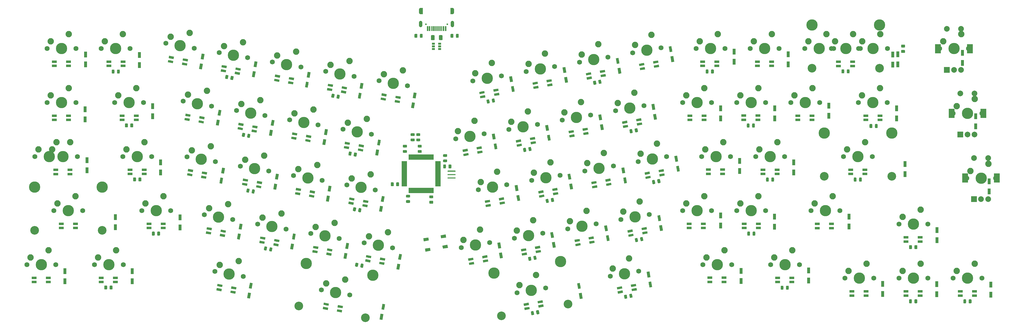
<source format=gbs>
G04 #@! TF.GenerationSoftware,KiCad,Pcbnew,(5.1.4)-1*
G04 #@! TF.CreationDate,2020-08-06T14:30:50-07:00*
G04 #@! TF.ProjectId,trifecta,74726966-6563-4746-912e-6b696361645f,rev?*
G04 #@! TF.SameCoordinates,Original*
G04 #@! TF.FileFunction,Soldermask,Bot*
G04 #@! TF.FilePolarity,Negative*
%FSLAX46Y46*%
G04 Gerber Fmt 4.6, Leading zero omitted, Abs format (unit mm)*
G04 Created by KiCad (PCBNEW (5.1.4)-1) date 2020-08-06 14:30:50*
%MOMM*%
%LPD*%
G04 APERTURE LIST*
%ADD10C,2.250000*%
%ADD11C,3.987800*%
%ADD12C,1.750000*%
%ADD13C,3.048000*%
%ADD14C,1.100000*%
%ADD15C,0.100000*%
%ADD16R,2.000000X2.000000*%
%ADD17C,2.000000*%
%ADD18R,2.000000X3.200000*%
%ADD19R,1.000000X2.000000*%
%ADD20C,1.000000*%
%ADD21R,1.900000X0.900000*%
%ADD22R,0.900000X1.900000*%
%ADD23C,0.975000*%
%ADD24C,0.400000*%
%ADD25R,1.800000X0.820000*%
%ADD26C,0.820000*%
%ADD27R,0.700000X2.300000*%
%ADD28O,1.200000X2.300000*%
%ADD29C,0.600000*%
%ADD30R,0.550000X1.700000*%
%ADD31R,0.300000X1.700000*%
%ADD32R,1.060000X0.650000*%
%ADD33C,1.250000*%
G04 APERTURE END LIST*
D10*
X288321250Y-4354746D03*
D11*
X285781250Y-9434746D03*
D10*
X281971250Y-6894746D03*
D12*
X280701250Y-9434746D03*
X290861250Y-9434746D03*
D13*
X273875000Y-16419746D03*
X297687500Y-16419746D03*
D11*
X273875000Y-1179746D03*
X297687500Y-1179746D03*
D14*
X144665073Y-79309325D03*
D15*
G36*
X145455893Y-78611397D02*
G01*
X145646906Y-79694686D01*
X143874253Y-80007253D01*
X143683240Y-78923964D01*
X145455893Y-78611397D01*
X145455893Y-78611397D01*
G37*
D14*
X137916767Y-76742155D03*
D15*
G36*
X138707587Y-76044227D02*
G01*
X138898600Y-77127516D01*
X137125947Y-77440083D01*
X136934934Y-76356794D01*
X138707587Y-76044227D01*
X138707587Y-76044227D01*
G37*
D14*
X144022575Y-75665536D03*
D15*
G36*
X144813395Y-74967608D02*
G01*
X145004408Y-76050897D01*
X143231755Y-76363464D01*
X143040742Y-75280175D01*
X144813395Y-74967608D01*
X144813395Y-74967608D01*
G37*
D14*
X138559265Y-80385944D03*
D15*
G36*
X139350085Y-79688016D02*
G01*
X139541098Y-80771305D01*
X137768445Y-81083872D01*
X137577432Y-80000583D01*
X139350085Y-79688016D01*
X139350085Y-79688016D01*
G37*
D16*
X330896200Y-62536200D03*
D17*
X333396200Y-62536200D03*
X335896200Y-62536200D03*
D18*
X327796200Y-55036200D03*
X338996200Y-55036200D03*
D17*
X330896200Y-48036200D03*
X335896200Y-48036200D03*
D16*
X326146490Y-39761210D03*
D17*
X328646490Y-39761210D03*
X331146490Y-39761210D03*
D18*
X323046490Y-32261210D03*
X334246490Y-32261210D03*
D17*
X326146490Y-25261210D03*
X331146490Y-25261210D03*
D16*
X321371290Y-17000000D03*
D17*
X323871290Y-17000000D03*
X326371290Y-17000000D03*
D18*
X318271290Y-9500000D03*
X329471290Y-9500000D03*
D17*
X321371290Y-2500000D03*
X326371290Y-2500000D03*
D19*
X248372240Y-49087980D03*
X248372240Y-52637980D03*
X336906480Y-92651520D03*
X336906480Y-96201520D03*
X317813300Y-92539760D03*
X317813300Y-96089760D03*
X298778540Y-92455940D03*
X298778540Y-96005940D03*
X272677500Y-87706140D03*
X272677500Y-91256140D03*
X248882780Y-87840760D03*
X248882780Y-91390760D03*
D20*
X216306394Y-89109786D03*
D15*
G36*
X216972446Y-90007770D02*
G01*
X215987638Y-90181418D01*
X215640342Y-88211802D01*
X216625150Y-88038154D01*
X216972446Y-90007770D01*
X216972446Y-90007770D01*
G37*
D20*
X216922846Y-92605854D03*
D15*
G36*
X217588898Y-93503838D02*
G01*
X216604090Y-93677486D01*
X216256794Y-91707870D01*
X217241602Y-91534222D01*
X217588898Y-93503838D01*
X217588898Y-93503838D01*
G37*
D20*
X191792854Y-93156006D03*
D15*
G36*
X192458906Y-94053990D02*
G01*
X191474098Y-94227638D01*
X191126802Y-92258022D01*
X192111610Y-92084374D01*
X192458906Y-94053990D01*
X192458906Y-94053990D01*
G37*
D20*
X192409306Y-96652074D03*
D15*
G36*
X193075358Y-97550058D02*
G01*
X192090550Y-97723706D01*
X191743254Y-95754090D01*
X192728062Y-95580442D01*
X193075358Y-97550058D01*
X193075358Y-97550058D01*
G37*
D20*
X122871726Y-100519466D03*
D15*
G36*
X123190482Y-101591098D02*
G01*
X122205674Y-101417450D01*
X122552970Y-99447834D01*
X123537778Y-99621482D01*
X123190482Y-101591098D01*
X123190482Y-101591098D01*
G37*
D20*
X122255274Y-104015534D03*
D15*
G36*
X122574030Y-105087166D02*
G01*
X121589222Y-104913518D01*
X121936518Y-102943902D01*
X122921326Y-103117550D01*
X122574030Y-105087166D01*
X122574030Y-105087166D01*
G37*
D20*
X76199226Y-93026466D03*
D15*
G36*
X76517982Y-94098098D02*
G01*
X75533174Y-93924450D01*
X75880470Y-91954834D01*
X76865278Y-92128482D01*
X76517982Y-94098098D01*
X76517982Y-94098098D01*
G37*
D20*
X75582774Y-96522534D03*
D15*
G36*
X75901530Y-97594166D02*
G01*
X74916722Y-97420518D01*
X75264018Y-95450902D01*
X76248826Y-95624550D01*
X75901530Y-97594166D01*
X75901530Y-97594166D01*
G37*
D19*
X34425500Y-87919500D03*
X34425500Y-91469500D03*
X10740000Y-87906800D03*
X10740000Y-91456800D03*
X336258690Y-56247050D03*
X336258690Y-59797050D03*
X317899660Y-73416100D03*
X317899660Y-76966100D03*
X286939600Y-68671380D03*
X286939600Y-72221380D03*
X260665840Y-68689160D03*
X260665840Y-72239160D03*
X241709820Y-68313240D03*
X241709820Y-71863240D03*
D20*
X220070674Y-69226666D03*
D15*
G36*
X220736726Y-70124650D02*
G01*
X219751918Y-70298298D01*
X219404622Y-68328682D01*
X220389430Y-68155034D01*
X220736726Y-70124650D01*
X220736726Y-70124650D01*
G37*
D20*
X220687126Y-72722734D03*
D15*
G36*
X221353178Y-73620718D02*
G01*
X220368370Y-73794366D01*
X220021074Y-71824750D01*
X221005882Y-71651102D01*
X221353178Y-73620718D01*
X221353178Y-73620718D01*
G37*
D20*
X201335634Y-72810606D03*
D15*
G36*
X202001686Y-73708590D02*
G01*
X201016878Y-73882238D01*
X200669582Y-71912622D01*
X201654390Y-71738974D01*
X202001686Y-73708590D01*
X202001686Y-73708590D01*
G37*
D20*
X201952086Y-76306674D03*
D15*
G36*
X202618138Y-77204658D02*
G01*
X201633330Y-77378306D01*
X201286034Y-75408690D01*
X202270842Y-75235042D01*
X202618138Y-77204658D01*
X202618138Y-77204658D01*
G37*
D20*
X182323734Y-75177886D03*
D15*
G36*
X182989786Y-76075870D02*
G01*
X182004978Y-76249518D01*
X181657682Y-74279902D01*
X182642490Y-74106254D01*
X182989786Y-76075870D01*
X182989786Y-76075870D01*
G37*
D20*
X182940186Y-78673954D03*
D15*
G36*
X183606238Y-79571938D02*
G01*
X182621430Y-79745586D01*
X182274134Y-77775970D01*
X183258942Y-77602322D01*
X183606238Y-79571938D01*
X183606238Y-79571938D01*
G37*
D20*
X163700454Y-78871046D03*
D15*
G36*
X164366506Y-79769030D02*
G01*
X163381698Y-79942678D01*
X163034402Y-77973062D01*
X164019210Y-77799414D01*
X164366506Y-79769030D01*
X164366506Y-79769030D01*
G37*
D20*
X164316906Y-82367114D03*
D15*
G36*
X164982958Y-83265098D02*
G01*
X163998150Y-83438746D01*
X163650854Y-81469130D01*
X164635662Y-81295482D01*
X164982958Y-83265098D01*
X164982958Y-83265098D01*
G37*
D20*
X128777226Y-82866466D03*
D15*
G36*
X129095982Y-83938098D02*
G01*
X128111174Y-83764450D01*
X128458470Y-81794834D01*
X129443278Y-81968482D01*
X129095982Y-83938098D01*
X129095982Y-83938098D01*
G37*
D20*
X128160774Y-86362534D03*
D15*
G36*
X128479530Y-87434166D02*
G01*
X127494722Y-87260518D01*
X127842018Y-85290902D01*
X128826826Y-85464550D01*
X128479530Y-87434166D01*
X128479530Y-87434166D01*
G37*
D20*
X110151406Y-79043766D03*
D15*
G36*
X110470162Y-80115398D02*
G01*
X109485354Y-79941750D01*
X109832650Y-77972134D01*
X110817458Y-78145782D01*
X110470162Y-80115398D01*
X110470162Y-80115398D01*
G37*
D20*
X109534954Y-82539834D03*
D15*
G36*
X109853710Y-83611466D02*
G01*
X108868902Y-83437818D01*
X109216198Y-81468202D01*
X110201006Y-81641850D01*
X109853710Y-83611466D01*
X109853710Y-83611466D01*
G37*
D20*
X91368106Y-75734146D03*
D15*
G36*
X91686862Y-76805778D02*
G01*
X90702054Y-76632130D01*
X91049350Y-74662514D01*
X92034158Y-74836162D01*
X91686862Y-76805778D01*
X91686862Y-76805778D01*
G37*
D20*
X90751654Y-79230214D03*
D15*
G36*
X91070410Y-80301846D02*
G01*
X90085602Y-80128198D01*
X90432898Y-78158582D01*
X91417706Y-78332230D01*
X91070410Y-80301846D01*
X91070410Y-80301846D01*
G37*
D20*
X72620366Y-72231486D03*
D15*
G36*
X72939122Y-73303118D02*
G01*
X71954314Y-73129470D01*
X72301610Y-71159854D01*
X73286418Y-71333502D01*
X72939122Y-73303118D01*
X72939122Y-73303118D01*
G37*
D20*
X72003914Y-75727554D03*
D15*
G36*
X72322670Y-76799186D02*
G01*
X71337862Y-76625538D01*
X71685158Y-74655922D01*
X72669966Y-74829570D01*
X72322670Y-76799186D01*
X72322670Y-76799186D01*
G37*
D19*
X51253000Y-68933000D03*
X51253000Y-72483000D03*
X28520000Y-68916546D03*
X28520000Y-72466546D03*
X331567400Y-33296800D03*
X331567400Y-36846800D03*
X306634760Y-50164940D03*
X306634760Y-53714940D03*
X267429860Y-49598520D03*
X267429860Y-53148520D03*
D20*
X226065074Y-48297066D03*
D15*
G36*
X226731126Y-49195050D02*
G01*
X225746318Y-49368698D01*
X225399022Y-47399082D01*
X226383830Y-47225434D01*
X226731126Y-49195050D01*
X226731126Y-49195050D01*
G37*
D20*
X226681526Y-51793134D03*
D15*
G36*
X227347578Y-52691118D02*
G01*
X226362770Y-52864766D01*
X226015474Y-50895150D01*
X227000282Y-50721502D01*
X227347578Y-52691118D01*
X227347578Y-52691118D01*
G37*
D20*
X207418934Y-52424566D03*
D15*
G36*
X208084986Y-53322550D02*
G01*
X207100178Y-53496198D01*
X206752882Y-51526582D01*
X207737690Y-51352934D01*
X208084986Y-53322550D01*
X208084986Y-53322550D01*
G37*
D20*
X208035386Y-55920634D03*
D15*
G36*
X208701438Y-56818618D02*
G01*
X207716630Y-56992266D01*
X207369334Y-55022650D01*
X208354142Y-54849002D01*
X208701438Y-56818618D01*
X208701438Y-56818618D01*
G37*
D20*
X188414654Y-54608966D03*
D15*
G36*
X189080706Y-55506950D02*
G01*
X188095898Y-55680598D01*
X187748602Y-53710982D01*
X188733410Y-53537334D01*
X189080706Y-55506950D01*
X189080706Y-55506950D01*
G37*
D20*
X189031106Y-58105034D03*
D15*
G36*
X189697158Y-59003018D02*
G01*
X188712350Y-59176666D01*
X188365054Y-57207050D01*
X189349862Y-57033402D01*
X189697158Y-59003018D01*
X189697158Y-59003018D01*
G37*
D20*
X169819314Y-58629786D03*
D15*
G36*
X170485366Y-59527770D02*
G01*
X169500558Y-59701418D01*
X169153262Y-57731802D01*
X170138070Y-57558154D01*
X170485366Y-59527770D01*
X170485366Y-59527770D01*
G37*
D20*
X170435766Y-62125854D03*
D15*
G36*
X171101818Y-63023838D02*
G01*
X170117010Y-63197486D01*
X169769714Y-61227870D01*
X170754522Y-61054222D01*
X171101818Y-63023838D01*
X171101818Y-63023838D01*
G37*
D20*
X122681226Y-62482966D03*
D15*
G36*
X122999982Y-63554598D02*
G01*
X122015174Y-63380950D01*
X122362470Y-61411334D01*
X123347278Y-61584982D01*
X122999982Y-63554598D01*
X122999982Y-63554598D01*
G37*
D20*
X122064774Y-65979034D03*
D15*
G36*
X122383530Y-67050666D02*
G01*
X121398722Y-66877018D01*
X121746018Y-64907402D01*
X122730826Y-65081050D01*
X122383530Y-67050666D01*
X122383530Y-67050666D01*
G37*
D20*
X103948726Y-58863466D03*
D15*
G36*
X104267482Y-59935098D02*
G01*
X103282674Y-59761450D01*
X103629970Y-57791834D01*
X104614778Y-57965482D01*
X104267482Y-59935098D01*
X104267482Y-59935098D01*
G37*
D20*
X103332274Y-62359534D03*
D15*
G36*
X103651030Y-63431166D02*
G01*
X102666222Y-63257518D01*
X103013518Y-61287902D01*
X103998326Y-61461550D01*
X103651030Y-63431166D01*
X103651030Y-63431166D01*
G37*
D20*
X85409266Y-54639446D03*
D15*
G36*
X85728022Y-55711078D02*
G01*
X84743214Y-55537430D01*
X85090510Y-53567814D01*
X86075318Y-53741462D01*
X85728022Y-55711078D01*
X85728022Y-55711078D01*
G37*
D20*
X84792814Y-58135514D03*
D15*
G36*
X85111570Y-59207146D02*
G01*
X84126762Y-59033498D01*
X84474058Y-57063882D01*
X85458866Y-57237530D01*
X85111570Y-59207146D01*
X85111570Y-59207146D01*
G37*
D20*
X66420226Y-52513466D03*
D15*
G36*
X66738982Y-53585098D02*
G01*
X65754174Y-53411450D01*
X66101470Y-51441834D01*
X67086278Y-51615482D01*
X66738982Y-53585098D01*
X66738982Y-53585098D01*
G37*
D20*
X65803774Y-56009534D03*
D15*
G36*
X66122530Y-57081166D02*
G01*
X65137722Y-56907518D01*
X65485018Y-54937902D01*
X66469826Y-55111550D01*
X66122530Y-57081166D01*
X66122530Y-57081166D01*
G37*
D19*
X44461040Y-49593440D03*
X44461040Y-53143440D03*
X18502240Y-48854300D03*
X18502240Y-52404300D03*
X326843000Y-10939720D03*
X326843000Y-14489720D03*
X303637560Y-30563760D03*
X303637560Y-34113760D03*
X279789500Y-29621420D03*
X279789500Y-33171420D03*
X260762360Y-30556140D03*
X260762360Y-34106140D03*
X241730140Y-30553600D03*
X241730140Y-34103600D03*
D20*
X217970094Y-30019226D03*
D15*
G36*
X218636146Y-30917210D02*
G01*
X217651338Y-31090858D01*
X217304042Y-29121242D01*
X218288850Y-28947594D01*
X218636146Y-30917210D01*
X218636146Y-30917210D01*
G37*
D20*
X218586546Y-33515294D03*
D15*
G36*
X219252598Y-34413278D02*
G01*
X218267790Y-34586926D01*
X217920494Y-32617310D01*
X218905302Y-32443662D01*
X219252598Y-34413278D01*
X219252598Y-34413278D01*
G37*
D20*
X199273154Y-33699686D03*
D15*
G36*
X199939206Y-34597670D02*
G01*
X198954398Y-34771318D01*
X198607102Y-32801702D01*
X199591910Y-32628054D01*
X199939206Y-34597670D01*
X199939206Y-34597670D01*
G37*
D20*
X199889606Y-37195754D03*
D15*
G36*
X200555658Y-38093738D02*
G01*
X199570850Y-38267386D01*
X199223554Y-36297770D01*
X200208362Y-36124122D01*
X200555658Y-38093738D01*
X200555658Y-38093738D01*
G37*
D20*
X180583834Y-37400466D03*
D15*
G36*
X181249886Y-38298450D02*
G01*
X180265078Y-38472098D01*
X179917782Y-36502482D01*
X180902590Y-36328834D01*
X181249886Y-38298450D01*
X181249886Y-38298450D01*
G37*
D20*
X181200286Y-40896534D03*
D15*
G36*
X181866338Y-41794518D02*
G01*
X180881530Y-41968166D01*
X180534234Y-39998550D01*
X181519042Y-39824902D01*
X181866338Y-41794518D01*
X181866338Y-41794518D01*
G37*
D20*
X161792914Y-40476406D03*
D15*
G36*
X162458966Y-41374390D02*
G01*
X161474158Y-41548038D01*
X161126862Y-39578422D01*
X162111670Y-39404774D01*
X162458966Y-41374390D01*
X162458966Y-41374390D01*
G37*
D20*
X162409366Y-43972474D03*
D15*
G36*
X163075418Y-44870458D02*
G01*
X162090610Y-45044106D01*
X161743314Y-43074490D01*
X162728122Y-42900842D01*
X163075418Y-44870458D01*
X163075418Y-44870458D01*
G37*
D20*
X121347726Y-42607466D03*
D15*
G36*
X121666482Y-43679098D02*
G01*
X120681674Y-43505450D01*
X121028970Y-41535834D01*
X122013778Y-41709482D01*
X121666482Y-43679098D01*
X121666482Y-43679098D01*
G37*
D20*
X120731274Y-46103534D03*
D15*
G36*
X121050030Y-47175166D02*
G01*
X120065222Y-47001518D01*
X120412518Y-45031902D01*
X121397326Y-45205550D01*
X121050030Y-47175166D01*
X121050030Y-47175166D01*
G37*
D20*
X102693966Y-38914306D03*
D15*
G36*
X103012722Y-39985938D02*
G01*
X102027914Y-39812290D01*
X102375210Y-37842674D01*
X103360018Y-38016322D01*
X103012722Y-39985938D01*
X103012722Y-39985938D01*
G37*
D20*
X102077514Y-42410374D03*
D15*
G36*
X102396270Y-43482006D02*
G01*
X101411462Y-43308358D01*
X101758758Y-41338742D01*
X102743566Y-41512390D01*
X102396270Y-43482006D01*
X102396270Y-43482006D01*
G37*
D20*
X83903046Y-35663106D03*
D15*
G36*
X84221802Y-36734738D02*
G01*
X83236994Y-36561090D01*
X83584290Y-34591474D01*
X84569098Y-34765122D01*
X84221802Y-36734738D01*
X84221802Y-36734738D01*
G37*
D20*
X83286594Y-39159174D03*
D15*
G36*
X83605350Y-40230806D02*
G01*
X82620542Y-40057158D01*
X82967838Y-38087542D01*
X83952646Y-38261190D01*
X83605350Y-40230806D01*
X83605350Y-40230806D01*
G37*
D20*
X65193406Y-32084246D03*
D15*
G36*
X65512162Y-33155878D02*
G01*
X64527354Y-32982230D01*
X64874650Y-31012614D01*
X65859458Y-31186262D01*
X65512162Y-33155878D01*
X65512162Y-33155878D01*
G37*
D20*
X64576954Y-35580314D03*
D15*
G36*
X64895710Y-36651946D02*
G01*
X63910902Y-36478298D01*
X64258198Y-34508682D01*
X65243006Y-34682330D01*
X64895710Y-36651946D01*
X64895710Y-36651946D01*
G37*
D19*
X41669580Y-29748420D03*
X41669580Y-33298420D03*
X17852000Y-30833000D03*
X17852000Y-34383000D03*
X304084600Y-11514220D03*
X304084600Y-15064220D03*
X302352320Y-11526460D03*
X302352320Y-15076460D03*
X265509620Y-11511220D03*
X265509620Y-15061220D03*
X246441840Y-10553640D03*
X246441840Y-14103640D03*
D20*
X224048314Y-9671286D03*
D15*
G36*
X224714366Y-10569270D02*
G01*
X223729558Y-10742918D01*
X223382262Y-8773302D01*
X224367070Y-8599654D01*
X224714366Y-10569270D01*
X224714366Y-10569270D01*
G37*
D20*
X224664766Y-13167354D03*
D15*
G36*
X225330818Y-14065338D02*
G01*
X224346010Y-14238986D01*
X223998714Y-12269370D01*
X224983522Y-12095722D01*
X225330818Y-14065338D01*
X225330818Y-14065338D01*
G37*
D20*
X205419954Y-13808946D03*
D15*
G36*
X206086006Y-14706930D02*
G01*
X205101198Y-14880578D01*
X204753902Y-12910962D01*
X205738710Y-12737314D01*
X206086006Y-14706930D01*
X206086006Y-14706930D01*
G37*
D20*
X206036406Y-17305014D03*
D15*
G36*
X206702458Y-18202998D02*
G01*
X205717650Y-18376646D01*
X205370354Y-16407030D01*
X206355162Y-16233382D01*
X206702458Y-18202998D01*
X206702458Y-18202998D01*
G37*
D20*
X186654434Y-17016966D03*
D15*
G36*
X187320486Y-17914950D02*
G01*
X186335678Y-18088598D01*
X185988382Y-16118982D01*
X186973190Y-15945334D01*
X187320486Y-17914950D01*
X187320486Y-17914950D01*
G37*
D20*
X187270886Y-20513034D03*
D15*
G36*
X187936938Y-21411018D02*
G01*
X186952130Y-21584666D01*
X186604834Y-19615050D01*
X187589642Y-19441402D01*
X187936938Y-21411018D01*
X187936938Y-21411018D01*
G37*
D20*
X167891454Y-20217366D03*
D15*
G36*
X168557506Y-21115350D02*
G01*
X167572698Y-21288998D01*
X167225402Y-19319382D01*
X168210210Y-19145734D01*
X168557506Y-21115350D01*
X168557506Y-21115350D01*
G37*
D20*
X168507906Y-23713434D03*
D15*
G36*
X169173958Y-24611418D02*
G01*
X168189150Y-24785066D01*
X167841854Y-22815450D01*
X168826662Y-22641802D01*
X169173958Y-24611418D01*
X169173958Y-24611418D01*
G37*
D20*
X133920726Y-25970466D03*
D15*
G36*
X134239482Y-27042098D02*
G01*
X133254674Y-26868450D01*
X133601970Y-24898834D01*
X134586778Y-25072482D01*
X134239482Y-27042098D01*
X134239482Y-27042098D01*
G37*
D20*
X133304274Y-29466534D03*
D15*
G36*
X133623030Y-30538166D02*
G01*
X132638222Y-30364518D01*
X132985518Y-28394902D01*
X133970326Y-28568550D01*
X133623030Y-30538166D01*
X133623030Y-30538166D01*
G37*
D20*
X115188226Y-22604966D03*
D15*
G36*
X115506982Y-23676598D02*
G01*
X114522174Y-23502950D01*
X114869470Y-21533334D01*
X115854278Y-21706982D01*
X115506982Y-23676598D01*
X115506982Y-23676598D01*
G37*
D20*
X114571774Y-26101034D03*
D15*
G36*
X114890530Y-27172666D02*
G01*
X113905722Y-26999018D01*
X114253018Y-25029402D01*
X115237826Y-25203050D01*
X114890530Y-27172666D01*
X114890530Y-27172666D01*
G37*
D20*
X96572566Y-18708606D03*
D15*
G36*
X96891322Y-19780238D02*
G01*
X95906514Y-19606590D01*
X96253810Y-17636974D01*
X97238618Y-17810622D01*
X96891322Y-19780238D01*
X96891322Y-19780238D01*
G37*
D20*
X95956114Y-22204674D03*
D15*
G36*
X96274870Y-23276306D02*
G01*
X95290062Y-23102658D01*
X95637358Y-21133042D01*
X96622166Y-21306690D01*
X96274870Y-23276306D01*
X96274870Y-23276306D01*
G37*
D20*
X77865466Y-15005286D03*
D15*
G36*
X78184222Y-16076918D02*
G01*
X77199414Y-15903270D01*
X77546710Y-13933654D01*
X78531518Y-14107302D01*
X78184222Y-16076918D01*
X78184222Y-16076918D01*
G37*
D20*
X77249014Y-18501354D03*
D15*
G36*
X77567770Y-19572986D02*
G01*
X76582962Y-19399338D01*
X76930258Y-17429722D01*
X77915066Y-17603370D01*
X77567770Y-19572986D01*
X77567770Y-19572986D01*
G37*
D20*
X59247266Y-12279866D03*
D15*
G36*
X59566022Y-13351498D02*
G01*
X58581214Y-13177850D01*
X58928510Y-11208234D01*
X59913318Y-11381882D01*
X59566022Y-13351498D01*
X59566022Y-13351498D01*
G37*
D20*
X58630814Y-15775934D03*
D15*
G36*
X58949570Y-16847566D02*
G01*
X57964762Y-16673918D01*
X58312058Y-14704302D01*
X59296866Y-14877950D01*
X58949570Y-16847566D01*
X58949570Y-16847566D01*
G37*
D19*
X36940100Y-11765220D03*
X36940100Y-15315220D03*
X17994240Y-11521380D03*
X17994240Y-15071380D03*
D10*
X242601250Y-42454746D03*
D11*
X240061250Y-47534746D03*
D10*
X236251250Y-44994746D03*
D12*
X234981250Y-47534746D03*
X245141250Y-47534746D03*
D10*
X243077500Y-80554746D03*
D11*
X240537500Y-85634746D03*
D10*
X236727500Y-83094746D03*
D12*
X235457500Y-85634746D03*
X245617500Y-85634746D03*
D21*
X130318200Y-49613600D03*
X130318200Y-50413600D03*
X130318200Y-51213600D03*
X130318200Y-52013600D03*
X130318200Y-52813600D03*
X130318200Y-53613600D03*
X130318200Y-54413600D03*
X130318200Y-55213600D03*
X130318200Y-56013600D03*
X130318200Y-56813600D03*
X130318200Y-57613600D03*
D22*
X132218200Y-59513600D03*
X133018200Y-59513600D03*
X133818200Y-59513600D03*
X134618200Y-59513600D03*
X135418200Y-59513600D03*
X136218200Y-59513600D03*
X137018200Y-59513600D03*
X137818200Y-59513600D03*
X138618200Y-59513600D03*
X139418200Y-59513600D03*
X140218200Y-59513600D03*
D21*
X142118200Y-57613600D03*
X142118200Y-56813600D03*
X142118200Y-56013600D03*
X142118200Y-55213600D03*
X142118200Y-54413600D03*
X142118200Y-53613600D03*
X142118200Y-52813600D03*
X142118200Y-52013600D03*
X142118200Y-51213600D03*
X142118200Y-50413600D03*
X142118200Y-49613600D03*
D22*
X140218200Y-47713600D03*
X139418200Y-47713600D03*
X138618200Y-47713600D03*
X137818200Y-47713600D03*
X137018200Y-47713600D03*
X136218200Y-47713600D03*
X135418200Y-47713600D03*
X134618200Y-47713600D03*
X133818200Y-47713600D03*
X133018200Y-47713600D03*
X132218200Y-47713600D03*
D10*
X7796250Y-42451250D03*
D11*
X5256250Y-47531250D03*
D10*
X1446250Y-44991250D03*
D12*
X176250Y-47531250D03*
X10336250Y-47531250D03*
D10*
X297846250Y-23404746D03*
D11*
X295306250Y-28484746D03*
D10*
X291496250Y-25944746D03*
D12*
X290226250Y-28484746D03*
X300386250Y-28484746D03*
D10*
X297881920Y-4327640D03*
D11*
X295341920Y-9407640D03*
D10*
X291531920Y-6867640D03*
D12*
X290261920Y-9407640D03*
X300421920Y-9407640D03*
D10*
X278923360Y-4337800D03*
D11*
X276383360Y-9417800D03*
D10*
X272573360Y-6877800D03*
D12*
X271303360Y-9417800D03*
X281463360Y-9417800D03*
D10*
X335987000Y-50108600D03*
D11*
X333447000Y-55188600D03*
D10*
X329637000Y-52648600D03*
D12*
X328367000Y-55188600D03*
X338527000Y-55188600D03*
D10*
X331211800Y-27248600D03*
D11*
X328671800Y-32328600D03*
D10*
X324861800Y-29788600D03*
D12*
X323591800Y-32328600D03*
X333751800Y-32328600D03*
D10*
X326487400Y-4388600D03*
D11*
X323947400Y-9468600D03*
D10*
X320137400Y-6928600D03*
D12*
X318867400Y-9468600D03*
X329027400Y-9468600D03*
D15*
G36*
X286900142Y-16796174D02*
G01*
X286923803Y-16799684D01*
X286947007Y-16805496D01*
X286969529Y-16813554D01*
X286991153Y-16823782D01*
X287011670Y-16836079D01*
X287030883Y-16850329D01*
X287048607Y-16866393D01*
X287064671Y-16884117D01*
X287078921Y-16903330D01*
X287091218Y-16923847D01*
X287101446Y-16945471D01*
X287109504Y-16967993D01*
X287115316Y-16991197D01*
X287118826Y-17014858D01*
X287120000Y-17038750D01*
X287120000Y-17951250D01*
X287118826Y-17975142D01*
X287115316Y-17998803D01*
X287109504Y-18022007D01*
X287101446Y-18044529D01*
X287091218Y-18066153D01*
X287078921Y-18086670D01*
X287064671Y-18105883D01*
X287048607Y-18123607D01*
X287030883Y-18139671D01*
X287011670Y-18153921D01*
X286991153Y-18166218D01*
X286969529Y-18176446D01*
X286947007Y-18184504D01*
X286923803Y-18190316D01*
X286900142Y-18193826D01*
X286876250Y-18195000D01*
X286388750Y-18195000D01*
X286364858Y-18193826D01*
X286341197Y-18190316D01*
X286317993Y-18184504D01*
X286295471Y-18176446D01*
X286273847Y-18166218D01*
X286253330Y-18153921D01*
X286234117Y-18139671D01*
X286216393Y-18123607D01*
X286200329Y-18105883D01*
X286186079Y-18086670D01*
X286173782Y-18066153D01*
X286163554Y-18044529D01*
X286155496Y-18022007D01*
X286149684Y-17998803D01*
X286146174Y-17975142D01*
X286145000Y-17951250D01*
X286145000Y-17038750D01*
X286146174Y-17014858D01*
X286149684Y-16991197D01*
X286155496Y-16967993D01*
X286163554Y-16945471D01*
X286173782Y-16923847D01*
X286186079Y-16903330D01*
X286200329Y-16884117D01*
X286216393Y-16866393D01*
X286234117Y-16850329D01*
X286253330Y-16836079D01*
X286273847Y-16823782D01*
X286295471Y-16813554D01*
X286317993Y-16805496D01*
X286341197Y-16799684D01*
X286364858Y-16796174D01*
X286388750Y-16795000D01*
X286876250Y-16795000D01*
X286900142Y-16796174D01*
X286900142Y-16796174D01*
G37*
D23*
X286632500Y-17495000D03*
D15*
G36*
X285025142Y-16796174D02*
G01*
X285048803Y-16799684D01*
X285072007Y-16805496D01*
X285094529Y-16813554D01*
X285116153Y-16823782D01*
X285136670Y-16836079D01*
X285155883Y-16850329D01*
X285173607Y-16866393D01*
X285189671Y-16884117D01*
X285203921Y-16903330D01*
X285216218Y-16923847D01*
X285226446Y-16945471D01*
X285234504Y-16967993D01*
X285240316Y-16991197D01*
X285243826Y-17014858D01*
X285245000Y-17038750D01*
X285245000Y-17951250D01*
X285243826Y-17975142D01*
X285240316Y-17998803D01*
X285234504Y-18022007D01*
X285226446Y-18044529D01*
X285216218Y-18066153D01*
X285203921Y-18086670D01*
X285189671Y-18105883D01*
X285173607Y-18123607D01*
X285155883Y-18139671D01*
X285136670Y-18153921D01*
X285116153Y-18166218D01*
X285094529Y-18176446D01*
X285072007Y-18184504D01*
X285048803Y-18190316D01*
X285025142Y-18193826D01*
X285001250Y-18195000D01*
X284513750Y-18195000D01*
X284489858Y-18193826D01*
X284466197Y-18190316D01*
X284442993Y-18184504D01*
X284420471Y-18176446D01*
X284398847Y-18166218D01*
X284378330Y-18153921D01*
X284359117Y-18139671D01*
X284341393Y-18123607D01*
X284325329Y-18105883D01*
X284311079Y-18086670D01*
X284298782Y-18066153D01*
X284288554Y-18044529D01*
X284280496Y-18022007D01*
X284274684Y-17998803D01*
X284271174Y-17975142D01*
X284270000Y-17951250D01*
X284270000Y-17038750D01*
X284271174Y-17014858D01*
X284274684Y-16991197D01*
X284280496Y-16967993D01*
X284288554Y-16945471D01*
X284298782Y-16923847D01*
X284311079Y-16903330D01*
X284325329Y-16884117D01*
X284341393Y-16866393D01*
X284359117Y-16850329D01*
X284378330Y-16836079D01*
X284398847Y-16823782D01*
X284420471Y-16813554D01*
X284442993Y-16805496D01*
X284466197Y-16799684D01*
X284489858Y-16796174D01*
X284513750Y-16795000D01*
X285001250Y-16795000D01*
X285025142Y-16796174D01*
X285025142Y-16796174D01*
G37*
D23*
X284757500Y-17495000D03*
D15*
G36*
X306429102Y-8098114D02*
G01*
X306452763Y-8101624D01*
X306475967Y-8107436D01*
X306498489Y-8115494D01*
X306520113Y-8125722D01*
X306540630Y-8138019D01*
X306559843Y-8152269D01*
X306577567Y-8168333D01*
X306593631Y-8186057D01*
X306607881Y-8205270D01*
X306620178Y-8225787D01*
X306630406Y-8247411D01*
X306638464Y-8269933D01*
X306644276Y-8293137D01*
X306647786Y-8316798D01*
X306648960Y-8340690D01*
X306648960Y-8828190D01*
X306647786Y-8852082D01*
X306644276Y-8875743D01*
X306638464Y-8898947D01*
X306630406Y-8921469D01*
X306620178Y-8943093D01*
X306607881Y-8963610D01*
X306593631Y-8982823D01*
X306577567Y-9000547D01*
X306559843Y-9016611D01*
X306540630Y-9030861D01*
X306520113Y-9043158D01*
X306498489Y-9053386D01*
X306475967Y-9061444D01*
X306452763Y-9067256D01*
X306429102Y-9070766D01*
X306405210Y-9071940D01*
X305492710Y-9071940D01*
X305468818Y-9070766D01*
X305445157Y-9067256D01*
X305421953Y-9061444D01*
X305399431Y-9053386D01*
X305377807Y-9043158D01*
X305357290Y-9030861D01*
X305338077Y-9016611D01*
X305320353Y-9000547D01*
X305304289Y-8982823D01*
X305290039Y-8963610D01*
X305277742Y-8943093D01*
X305267514Y-8921469D01*
X305259456Y-8898947D01*
X305253644Y-8875743D01*
X305250134Y-8852082D01*
X305248960Y-8828190D01*
X305248960Y-8340690D01*
X305250134Y-8316798D01*
X305253644Y-8293137D01*
X305259456Y-8269933D01*
X305267514Y-8247411D01*
X305277742Y-8225787D01*
X305290039Y-8205270D01*
X305304289Y-8186057D01*
X305320353Y-8168333D01*
X305338077Y-8152269D01*
X305357290Y-8138019D01*
X305377807Y-8125722D01*
X305399431Y-8115494D01*
X305421953Y-8107436D01*
X305445157Y-8101624D01*
X305468818Y-8098114D01*
X305492710Y-8096940D01*
X306405210Y-8096940D01*
X306429102Y-8098114D01*
X306429102Y-8098114D01*
G37*
D23*
X305948960Y-8584440D03*
D15*
G36*
X306429102Y-9973114D02*
G01*
X306452763Y-9976624D01*
X306475967Y-9982436D01*
X306498489Y-9990494D01*
X306520113Y-10000722D01*
X306540630Y-10013019D01*
X306559843Y-10027269D01*
X306577567Y-10043333D01*
X306593631Y-10061057D01*
X306607881Y-10080270D01*
X306620178Y-10100787D01*
X306630406Y-10122411D01*
X306638464Y-10144933D01*
X306644276Y-10168137D01*
X306647786Y-10191798D01*
X306648960Y-10215690D01*
X306648960Y-10703190D01*
X306647786Y-10727082D01*
X306644276Y-10750743D01*
X306638464Y-10773947D01*
X306630406Y-10796469D01*
X306620178Y-10818093D01*
X306607881Y-10838610D01*
X306593631Y-10857823D01*
X306577567Y-10875547D01*
X306559843Y-10891611D01*
X306540630Y-10905861D01*
X306520113Y-10918158D01*
X306498489Y-10928386D01*
X306475967Y-10936444D01*
X306452763Y-10942256D01*
X306429102Y-10945766D01*
X306405210Y-10946940D01*
X305492710Y-10946940D01*
X305468818Y-10945766D01*
X305445157Y-10942256D01*
X305421953Y-10936444D01*
X305399431Y-10928386D01*
X305377807Y-10918158D01*
X305357290Y-10905861D01*
X305338077Y-10891611D01*
X305320353Y-10875547D01*
X305304289Y-10857823D01*
X305290039Y-10838610D01*
X305277742Y-10818093D01*
X305267514Y-10796469D01*
X305259456Y-10773947D01*
X305253644Y-10750743D01*
X305250134Y-10727082D01*
X305248960Y-10703190D01*
X305248960Y-10215690D01*
X305250134Y-10191798D01*
X305253644Y-10168137D01*
X305259456Y-10144933D01*
X305267514Y-10122411D01*
X305277742Y-10100787D01*
X305290039Y-10080270D01*
X305304289Y-10061057D01*
X305320353Y-10043333D01*
X305338077Y-10027269D01*
X305357290Y-10013019D01*
X305377807Y-10000722D01*
X305399431Y-9990494D01*
X305421953Y-9982436D01*
X305445157Y-9976624D01*
X305468818Y-9973114D01*
X305492710Y-9971940D01*
X306405210Y-9971940D01*
X306429102Y-9973114D01*
X306429102Y-9973114D01*
G37*
D23*
X305948960Y-10459440D03*
D15*
G36*
X148219202Y-54883522D02*
G01*
X148228909Y-54884961D01*
X148238428Y-54887346D01*
X148247668Y-54890652D01*
X148256540Y-54894848D01*
X148264957Y-54899893D01*
X148272839Y-54905739D01*
X148280111Y-54912329D01*
X148286701Y-54919601D01*
X148292547Y-54927483D01*
X148297592Y-54935900D01*
X148301788Y-54944772D01*
X148305094Y-54954012D01*
X148307479Y-54963531D01*
X148308918Y-54973238D01*
X148309400Y-54983040D01*
X148309400Y-55183040D01*
X148308918Y-55192842D01*
X148307479Y-55202549D01*
X148305094Y-55212068D01*
X148301788Y-55221308D01*
X148297592Y-55230180D01*
X148292547Y-55238597D01*
X148286701Y-55246479D01*
X148280111Y-55253751D01*
X148272839Y-55260341D01*
X148264957Y-55266187D01*
X148256540Y-55271232D01*
X148247668Y-55275428D01*
X148238428Y-55278734D01*
X148228909Y-55281119D01*
X148219202Y-55282558D01*
X148209400Y-55283040D01*
X145609400Y-55283040D01*
X145599598Y-55282558D01*
X145589891Y-55281119D01*
X145580372Y-55278734D01*
X145571132Y-55275428D01*
X145562260Y-55271232D01*
X145553843Y-55266187D01*
X145545961Y-55260341D01*
X145538689Y-55253751D01*
X145532099Y-55246479D01*
X145526253Y-55238597D01*
X145521208Y-55230180D01*
X145517012Y-55221308D01*
X145513706Y-55212068D01*
X145511321Y-55202549D01*
X145509882Y-55192842D01*
X145509400Y-55183040D01*
X145509400Y-54983040D01*
X145509882Y-54973238D01*
X145511321Y-54963531D01*
X145513706Y-54954012D01*
X145517012Y-54944772D01*
X145521208Y-54935900D01*
X145526253Y-54927483D01*
X145532099Y-54919601D01*
X145538689Y-54912329D01*
X145545961Y-54905739D01*
X145553843Y-54899893D01*
X145562260Y-54894848D01*
X145571132Y-54890652D01*
X145580372Y-54887346D01*
X145589891Y-54884961D01*
X145599598Y-54883522D01*
X145609400Y-54883040D01*
X148209400Y-54883040D01*
X148219202Y-54883522D01*
X148219202Y-54883522D01*
G37*
D24*
X146909400Y-55083040D03*
D15*
G36*
X148219202Y-53683522D02*
G01*
X148228909Y-53684961D01*
X148238428Y-53687346D01*
X148247668Y-53690652D01*
X148256540Y-53694848D01*
X148264957Y-53699893D01*
X148272839Y-53705739D01*
X148280111Y-53712329D01*
X148286701Y-53719601D01*
X148292547Y-53727483D01*
X148297592Y-53735900D01*
X148301788Y-53744772D01*
X148305094Y-53754012D01*
X148307479Y-53763531D01*
X148308918Y-53773238D01*
X148309400Y-53783040D01*
X148309400Y-53983040D01*
X148308918Y-53992842D01*
X148307479Y-54002549D01*
X148305094Y-54012068D01*
X148301788Y-54021308D01*
X148297592Y-54030180D01*
X148292547Y-54038597D01*
X148286701Y-54046479D01*
X148280111Y-54053751D01*
X148272839Y-54060341D01*
X148264957Y-54066187D01*
X148256540Y-54071232D01*
X148247668Y-54075428D01*
X148238428Y-54078734D01*
X148228909Y-54081119D01*
X148219202Y-54082558D01*
X148209400Y-54083040D01*
X145609400Y-54083040D01*
X145599598Y-54082558D01*
X145589891Y-54081119D01*
X145580372Y-54078734D01*
X145571132Y-54075428D01*
X145562260Y-54071232D01*
X145553843Y-54066187D01*
X145545961Y-54060341D01*
X145538689Y-54053751D01*
X145532099Y-54046479D01*
X145526253Y-54038597D01*
X145521208Y-54030180D01*
X145517012Y-54021308D01*
X145513706Y-54012068D01*
X145511321Y-54002549D01*
X145509882Y-53992842D01*
X145509400Y-53983040D01*
X145509400Y-53783040D01*
X145509882Y-53773238D01*
X145511321Y-53763531D01*
X145513706Y-53754012D01*
X145517012Y-53744772D01*
X145521208Y-53735900D01*
X145526253Y-53727483D01*
X145532099Y-53719601D01*
X145538689Y-53712329D01*
X145545961Y-53705739D01*
X145553843Y-53699893D01*
X145562260Y-53694848D01*
X145571132Y-53690652D01*
X145580372Y-53687346D01*
X145589891Y-53684961D01*
X145599598Y-53683522D01*
X145609400Y-53683040D01*
X148209400Y-53683040D01*
X148219202Y-53683522D01*
X148219202Y-53683522D01*
G37*
D24*
X146909400Y-53883040D03*
D15*
G36*
X148219202Y-52483522D02*
G01*
X148228909Y-52484961D01*
X148238428Y-52487346D01*
X148247668Y-52490652D01*
X148256540Y-52494848D01*
X148264957Y-52499893D01*
X148272839Y-52505739D01*
X148280111Y-52512329D01*
X148286701Y-52519601D01*
X148292547Y-52527483D01*
X148297592Y-52535900D01*
X148301788Y-52544772D01*
X148305094Y-52554012D01*
X148307479Y-52563531D01*
X148308918Y-52573238D01*
X148309400Y-52583040D01*
X148309400Y-52783040D01*
X148308918Y-52792842D01*
X148307479Y-52802549D01*
X148305094Y-52812068D01*
X148301788Y-52821308D01*
X148297592Y-52830180D01*
X148292547Y-52838597D01*
X148286701Y-52846479D01*
X148280111Y-52853751D01*
X148272839Y-52860341D01*
X148264957Y-52866187D01*
X148256540Y-52871232D01*
X148247668Y-52875428D01*
X148238428Y-52878734D01*
X148228909Y-52881119D01*
X148219202Y-52882558D01*
X148209400Y-52883040D01*
X145609400Y-52883040D01*
X145599598Y-52882558D01*
X145589891Y-52881119D01*
X145580372Y-52878734D01*
X145571132Y-52875428D01*
X145562260Y-52871232D01*
X145553843Y-52866187D01*
X145545961Y-52860341D01*
X145538689Y-52853751D01*
X145532099Y-52846479D01*
X145526253Y-52838597D01*
X145521208Y-52830180D01*
X145517012Y-52821308D01*
X145513706Y-52812068D01*
X145511321Y-52802549D01*
X145509882Y-52792842D01*
X145509400Y-52783040D01*
X145509400Y-52583040D01*
X145509882Y-52573238D01*
X145511321Y-52563531D01*
X145513706Y-52554012D01*
X145517012Y-52544772D01*
X145521208Y-52535900D01*
X145526253Y-52527483D01*
X145532099Y-52519601D01*
X145538689Y-52512329D01*
X145545961Y-52505739D01*
X145553843Y-52499893D01*
X145562260Y-52494848D01*
X145571132Y-52490652D01*
X145580372Y-52487346D01*
X145589891Y-52484961D01*
X145599598Y-52483522D01*
X145609400Y-52483040D01*
X148209400Y-52483040D01*
X148219202Y-52483522D01*
X148219202Y-52483522D01*
G37*
D24*
X146909400Y-52683040D03*
D10*
X292607500Y-42454746D03*
D11*
X290067500Y-47534746D03*
D10*
X286257500Y-44994746D03*
D12*
X284987500Y-47534746D03*
X295147500Y-47534746D03*
D13*
X278161250Y-54519746D03*
X301973750Y-54519746D03*
D11*
X278161250Y-39279746D03*
X301973750Y-39279746D03*
D25*
X326148940Y-95040500D03*
X326148940Y-96540500D03*
X331148940Y-96540500D03*
X331148940Y-95040500D03*
X306977020Y-95022720D03*
X306977020Y-96522720D03*
X311977020Y-96522720D03*
X311977020Y-95022720D03*
X292937180Y-96545580D03*
X292937180Y-95045580D03*
X287937180Y-95045580D03*
X287937180Y-96545580D03*
X261792960Y-90270380D03*
X261792960Y-91770380D03*
X266792960Y-91770380D03*
X266792960Y-90270380D03*
X242856000Y-91752600D03*
X242856000Y-90252600D03*
X237856000Y-90252600D03*
X237856000Y-91752600D03*
D26*
X206092484Y-93814695D03*
D15*
G36*
X206907615Y-93254640D02*
G01*
X207050007Y-94062183D01*
X205277353Y-94374750D01*
X205134961Y-93567207D01*
X206907615Y-93254640D01*
X206907615Y-93254640D01*
G37*
D26*
X206352957Y-95291906D03*
D15*
G36*
X207168088Y-94731851D02*
G01*
X207310480Y-95539394D01*
X205537826Y-95851961D01*
X205395434Y-95044418D01*
X207168088Y-94731851D01*
X207168088Y-94731851D01*
G37*
D26*
X211276996Y-94423665D03*
D15*
G36*
X212092127Y-93863610D02*
G01*
X212234519Y-94671153D01*
X210461865Y-94983720D01*
X210319473Y-94176177D01*
X212092127Y-93863610D01*
X212092127Y-93863610D01*
G37*
D26*
X211016523Y-92946454D03*
D15*
G36*
X211831654Y-92386399D02*
G01*
X211974046Y-93193942D01*
X210201392Y-93506509D01*
X210059000Y-92698966D01*
X211831654Y-92386399D01*
X211831654Y-92386399D01*
G37*
D26*
X173232504Y-99603355D03*
D15*
G36*
X174047635Y-99043300D02*
G01*
X174190027Y-99850843D01*
X172417373Y-100163410D01*
X172274981Y-99355867D01*
X174047635Y-99043300D01*
X174047635Y-99043300D01*
G37*
D26*
X173492977Y-101080566D03*
D15*
G36*
X174308108Y-100520511D02*
G01*
X174450500Y-101328054D01*
X172677846Y-101640621D01*
X172535454Y-100833078D01*
X174308108Y-100520511D01*
X174308108Y-100520511D01*
G37*
D26*
X178417016Y-100212325D03*
D15*
G36*
X179232147Y-99652270D02*
G01*
X179374539Y-100459813D01*
X177601885Y-100772380D01*
X177459493Y-99964837D01*
X179232147Y-99652270D01*
X179232147Y-99652270D01*
G37*
D26*
X178156543Y-98735114D03*
D15*
G36*
X178971674Y-98175059D02*
G01*
X179114066Y-98982602D01*
X177341412Y-99295169D01*
X177199020Y-98487626D01*
X178971674Y-98175059D01*
X178971674Y-98175059D01*
G37*
D26*
X107432783Y-101916226D03*
D15*
G36*
X106475260Y-102163714D02*
G01*
X106617652Y-101356171D01*
X108390306Y-101668738D01*
X108247914Y-102476281D01*
X106475260Y-102163714D01*
X106475260Y-102163714D01*
G37*
D26*
X107693256Y-100439015D03*
D15*
G36*
X106735733Y-100686503D02*
G01*
X106878125Y-99878960D01*
X108650779Y-100191527D01*
X108508387Y-100999070D01*
X106735733Y-100686503D01*
X106735733Y-100686503D01*
G37*
D26*
X102769217Y-99570774D03*
D15*
G36*
X101811694Y-99818262D02*
G01*
X101954086Y-99010719D01*
X103726740Y-99323286D01*
X103584348Y-100130829D01*
X101811694Y-99818262D01*
X101811694Y-99818262D01*
G37*
D26*
X102508744Y-101047985D03*
D15*
G36*
X101551221Y-101295473D02*
G01*
X101693613Y-100487930D01*
X103466267Y-100800497D01*
X103323875Y-101608040D01*
X101551221Y-101295473D01*
X101551221Y-101295473D01*
G37*
D26*
X65043744Y-94443985D03*
D15*
G36*
X64086221Y-94691473D02*
G01*
X64228613Y-93883930D01*
X66001267Y-94196497D01*
X65858875Y-95004040D01*
X64086221Y-94691473D01*
X64086221Y-94691473D01*
G37*
D26*
X65304217Y-92966774D03*
D15*
G36*
X64346694Y-93214262D02*
G01*
X64489086Y-92406719D01*
X66261740Y-92719286D01*
X66119348Y-93526829D01*
X64346694Y-93214262D01*
X64346694Y-93214262D01*
G37*
D26*
X70228256Y-93835015D03*
D15*
G36*
X69270733Y-94082503D02*
G01*
X69413125Y-93274960D01*
X71185779Y-93587527D01*
X71043387Y-94395070D01*
X69270733Y-94082503D01*
X69270733Y-94082503D01*
G37*
D26*
X69967783Y-95312226D03*
D15*
G36*
X69010260Y-95559714D02*
G01*
X69152652Y-94752171D01*
X70925306Y-95064738D01*
X70782914Y-95872281D01*
X69010260Y-95559714D01*
X69010260Y-95559714D01*
G37*
D25*
X23543500Y-90278000D03*
X23543500Y-91778000D03*
X28543500Y-91778000D03*
X28543500Y-90278000D03*
X4858000Y-91778000D03*
X4858000Y-90278000D03*
X-142000Y-90278000D03*
X-142000Y-91778000D03*
X306997340Y-75995580D03*
X306997340Y-77495580D03*
X311997340Y-77495580D03*
X311997340Y-75995580D03*
X280762960Y-72748320D03*
X280762960Y-71248320D03*
X275762960Y-71248320D03*
X275762960Y-72748320D03*
X249981960Y-71212760D03*
X249981960Y-72712760D03*
X254981960Y-72712760D03*
X254981960Y-71212760D03*
X235632240Y-72717840D03*
X235632240Y-71217840D03*
X230632240Y-71217840D03*
X230632240Y-72717840D03*
D26*
X209844064Y-73794415D03*
D15*
G36*
X210659195Y-73234360D02*
G01*
X210801587Y-74041903D01*
X209028933Y-74354470D01*
X208886541Y-73546927D01*
X210659195Y-73234360D01*
X210659195Y-73234360D01*
G37*
D26*
X210104537Y-75271626D03*
D15*
G36*
X210919668Y-74711571D02*
G01*
X211062060Y-75519114D01*
X209289406Y-75831681D01*
X209147014Y-75024138D01*
X210919668Y-74711571D01*
X210919668Y-74711571D01*
G37*
D26*
X215028576Y-74403385D03*
D15*
G36*
X215843707Y-73843330D02*
G01*
X215986099Y-74650873D01*
X214213445Y-74963440D01*
X214071053Y-74155897D01*
X215843707Y-73843330D01*
X215843707Y-73843330D01*
G37*
D26*
X214768103Y-72926174D03*
D15*
G36*
X215583234Y-72366119D02*
G01*
X215725626Y-73173662D01*
X213952972Y-73486229D01*
X213810580Y-72678686D01*
X215583234Y-72366119D01*
X215583234Y-72366119D01*
G37*
D26*
X196354496Y-77710465D03*
D15*
G36*
X195539365Y-78270520D02*
G01*
X195396973Y-77462977D01*
X197169627Y-77150410D01*
X197312019Y-77957953D01*
X195539365Y-78270520D01*
X195539365Y-78270520D01*
G37*
D26*
X196094023Y-76233254D03*
D15*
G36*
X195278892Y-76793309D02*
G01*
X195136500Y-75985766D01*
X196909154Y-75673199D01*
X197051546Y-76480742D01*
X195278892Y-76793309D01*
X195278892Y-76793309D01*
G37*
D26*
X191169984Y-77101495D03*
D15*
G36*
X190354853Y-77661550D02*
G01*
X190212461Y-76854007D01*
X191985115Y-76541440D01*
X192127507Y-77348983D01*
X190354853Y-77661550D01*
X190354853Y-77661550D01*
G37*
D26*
X191430457Y-78578706D03*
D15*
G36*
X190615326Y-79138761D02*
G01*
X190472934Y-78331218D01*
X192245588Y-78018651D01*
X192387980Y-78826194D01*
X190615326Y-79138761D01*
X190615326Y-79138761D01*
G37*
D26*
X172307944Y-80408575D03*
D15*
G36*
X173123075Y-79848520D02*
G01*
X173265467Y-80656063D01*
X171492813Y-80968630D01*
X171350421Y-80161087D01*
X173123075Y-79848520D01*
X173123075Y-79848520D01*
G37*
D26*
X172568417Y-81885786D03*
D15*
G36*
X173383548Y-81325731D02*
G01*
X173525940Y-82133274D01*
X171753286Y-82445841D01*
X171610894Y-81638298D01*
X173383548Y-81325731D01*
X173383548Y-81325731D01*
G37*
D26*
X177492456Y-81017545D03*
D15*
G36*
X178307587Y-80457490D02*
G01*
X178449979Y-81265033D01*
X176677325Y-81577600D01*
X176534933Y-80770057D01*
X178307587Y-80457490D01*
X178307587Y-80457490D01*
G37*
D26*
X177231983Y-79540334D03*
D15*
G36*
X178047114Y-78980279D02*
G01*
X178189506Y-79787822D01*
X176416852Y-80100389D01*
X176274460Y-79292846D01*
X178047114Y-78980279D01*
X178047114Y-78980279D01*
G37*
D26*
X158894576Y-84317005D03*
D15*
G36*
X158079445Y-84877060D02*
G01*
X157937053Y-84069517D01*
X159709707Y-83756950D01*
X159852099Y-84564493D01*
X158079445Y-84877060D01*
X158079445Y-84877060D01*
G37*
D26*
X158634103Y-82839794D03*
D15*
G36*
X157818972Y-83399849D02*
G01*
X157676580Y-82592306D01*
X159449234Y-82279739D01*
X159591626Y-83087282D01*
X157818972Y-83399849D01*
X157818972Y-83399849D01*
G37*
D26*
X153710064Y-83708035D03*
D15*
G36*
X152894933Y-84268090D02*
G01*
X152752541Y-83460547D01*
X154525195Y-83147980D01*
X154667587Y-83955523D01*
X152894933Y-84268090D01*
X152894933Y-84268090D01*
G37*
D26*
X153970537Y-85185246D03*
D15*
G36*
X153155406Y-85745301D02*
G01*
X153013014Y-84937758D01*
X154785668Y-84625191D01*
X154928060Y-85432734D01*
X153155406Y-85745301D01*
X153155406Y-85745301D01*
G37*
D26*
X117691717Y-82806774D03*
D15*
G36*
X118649240Y-82559286D02*
G01*
X118506848Y-83366829D01*
X116734194Y-83054262D01*
X116876586Y-82246719D01*
X118649240Y-82559286D01*
X118649240Y-82559286D01*
G37*
D26*
X117431244Y-84283985D03*
D15*
G36*
X118388767Y-84036497D02*
G01*
X118246375Y-84844040D01*
X116473721Y-84531473D01*
X116616113Y-83723930D01*
X118388767Y-84036497D01*
X118388767Y-84036497D01*
G37*
D26*
X122355283Y-85152226D03*
D15*
G36*
X123312806Y-84904738D02*
G01*
X123170414Y-85712281D01*
X121397760Y-85399714D01*
X121540152Y-84592171D01*
X123312806Y-84904738D01*
X123312806Y-84904738D01*
G37*
D26*
X122615756Y-83675015D03*
D15*
G36*
X123573279Y-83427527D02*
G01*
X123430887Y-84235070D01*
X121658233Y-83922503D01*
X121800625Y-83114960D01*
X123573279Y-83427527D01*
X123573279Y-83427527D01*
G37*
D26*
X103749783Y-81913726D03*
D15*
G36*
X102792260Y-82161214D02*
G01*
X102934652Y-81353671D01*
X104707306Y-81666238D01*
X104564914Y-82473781D01*
X102792260Y-82161214D01*
X102792260Y-82161214D01*
G37*
D26*
X104010256Y-80436515D03*
D15*
G36*
X103052733Y-80684003D02*
G01*
X103195125Y-79876460D01*
X104967779Y-80189027D01*
X104825387Y-80996570D01*
X103052733Y-80684003D01*
X103052733Y-80684003D01*
G37*
D26*
X99086217Y-79568274D03*
D15*
G36*
X98128694Y-79815762D02*
G01*
X98271086Y-79008219D01*
X100043740Y-79320786D01*
X99901348Y-80128329D01*
X98128694Y-79815762D01*
X98128694Y-79815762D01*
G37*
D26*
X98825744Y-81045485D03*
D15*
G36*
X97868221Y-81292973D02*
G01*
X98010613Y-80485430D01*
X99783267Y-80797997D01*
X99640875Y-81605540D01*
X97868221Y-81292973D01*
X97868221Y-81292973D01*
G37*
D26*
X80417217Y-76266274D03*
D15*
G36*
X81374740Y-76018786D02*
G01*
X81232348Y-76826329D01*
X79459694Y-76513762D01*
X79602086Y-75706219D01*
X81374740Y-76018786D01*
X81374740Y-76018786D01*
G37*
D26*
X80156744Y-77743485D03*
D15*
G36*
X81114267Y-77495997D02*
G01*
X80971875Y-78303540D01*
X79199221Y-77990973D01*
X79341613Y-77183430D01*
X81114267Y-77495997D01*
X81114267Y-77495997D01*
G37*
D26*
X85080783Y-78611726D03*
D15*
G36*
X86038306Y-78364238D02*
G01*
X85895914Y-79171781D01*
X84123260Y-78859214D01*
X84265652Y-78051671D01*
X86038306Y-78364238D01*
X86038306Y-78364238D01*
G37*
D26*
X85341256Y-77134515D03*
D15*
G36*
X86298779Y-76887027D02*
G01*
X86156387Y-77694570D01*
X84383733Y-77382003D01*
X84526125Y-76574460D01*
X86298779Y-76887027D01*
X86298779Y-76887027D01*
G37*
D26*
X66221283Y-75309726D03*
D15*
G36*
X65263760Y-75557214D02*
G01*
X65406152Y-74749671D01*
X67178806Y-75062238D01*
X67036414Y-75869781D01*
X65263760Y-75557214D01*
X65263760Y-75557214D01*
G37*
D26*
X66481756Y-73832515D03*
D15*
G36*
X65524233Y-74080003D02*
G01*
X65666625Y-73272460D01*
X67439279Y-73585027D01*
X67296887Y-74392570D01*
X65524233Y-74080003D01*
X65524233Y-74080003D01*
G37*
D26*
X61557717Y-72964274D03*
D15*
G36*
X60600194Y-73211762D02*
G01*
X60742586Y-72404219D01*
X62515240Y-72716786D01*
X62372848Y-73524329D01*
X60600194Y-73211762D01*
X60600194Y-73211762D01*
G37*
D26*
X61297244Y-74441485D03*
D15*
G36*
X60339721Y-74688973D02*
G01*
X60482113Y-73881430D01*
X62254767Y-74193997D01*
X62112375Y-75001540D01*
X60339721Y-74688973D01*
X60339721Y-74688973D01*
G37*
D25*
X40371000Y-71228000D03*
X40371000Y-72728000D03*
X45371000Y-72728000D03*
X45371000Y-71228000D03*
X14446500Y-72728000D03*
X14446500Y-71228000D03*
X9446500Y-71228000D03*
X9446500Y-72728000D03*
X287510460Y-52160220D03*
X287510460Y-53660220D03*
X292510460Y-53660220D03*
X292510460Y-52160220D03*
X256573260Y-52178000D03*
X256573260Y-53678000D03*
X261573260Y-53678000D03*
X261573260Y-52178000D03*
X242342920Y-53650060D03*
X242342920Y-52150060D03*
X237342920Y-52150060D03*
X237342920Y-53650060D03*
D26*
X215863864Y-53382975D03*
D15*
G36*
X216678995Y-52822920D02*
G01*
X216821387Y-53630463D01*
X215048733Y-53943030D01*
X214906341Y-53135487D01*
X216678995Y-52822920D01*
X216678995Y-52822920D01*
G37*
D26*
X216124337Y-54860186D03*
D15*
G36*
X216939468Y-54300131D02*
G01*
X217081860Y-55107674D01*
X215309206Y-55420241D01*
X215166814Y-54612698D01*
X216939468Y-54300131D01*
X216939468Y-54300131D01*
G37*
D26*
X221048376Y-53991945D03*
D15*
G36*
X221863507Y-53431890D02*
G01*
X222005899Y-54239433D01*
X220233245Y-54552000D01*
X220090853Y-53744457D01*
X221863507Y-53431890D01*
X221863507Y-53431890D01*
G37*
D26*
X220787903Y-52514734D03*
D15*
G36*
X221603034Y-51954679D02*
G01*
X221745426Y-52762222D01*
X219972772Y-53074789D01*
X219830380Y-52267246D01*
X221603034Y-51954679D01*
X221603034Y-51954679D01*
G37*
D26*
X202267616Y-57324425D03*
D15*
G36*
X201452485Y-57884480D02*
G01*
X201310093Y-57076937D01*
X203082747Y-56764370D01*
X203225139Y-57571913D01*
X201452485Y-57884480D01*
X201452485Y-57884480D01*
G37*
D26*
X202007143Y-55847214D03*
D15*
G36*
X201192012Y-56407269D02*
G01*
X201049620Y-55599726D01*
X202822274Y-55287159D01*
X202964666Y-56094702D01*
X201192012Y-56407269D01*
X201192012Y-56407269D01*
G37*
D26*
X197083104Y-56715455D03*
D15*
G36*
X196267973Y-57275510D02*
G01*
X196125581Y-56467967D01*
X197898235Y-56155400D01*
X198040627Y-56962943D01*
X196267973Y-57275510D01*
X196267973Y-57275510D01*
G37*
D26*
X197343577Y-58192666D03*
D15*
G36*
X196528446Y-58752721D02*
G01*
X196386054Y-57945178D01*
X198158708Y-57632611D01*
X198301100Y-58440154D01*
X196528446Y-58752721D01*
X196528446Y-58752721D01*
G37*
D26*
X178403944Y-59997135D03*
D15*
G36*
X179219075Y-59437080D02*
G01*
X179361467Y-60244623D01*
X177588813Y-60557190D01*
X177446421Y-59749647D01*
X179219075Y-59437080D01*
X179219075Y-59437080D01*
G37*
D26*
X178664417Y-61474346D03*
D15*
G36*
X179479548Y-60914291D02*
G01*
X179621940Y-61721834D01*
X177849286Y-62034401D01*
X177706894Y-61226858D01*
X179479548Y-60914291D01*
X179479548Y-60914291D01*
G37*
D26*
X183588456Y-60606105D03*
D15*
G36*
X184403587Y-60046050D02*
G01*
X184545979Y-60853593D01*
X182773325Y-61166160D01*
X182630933Y-60358617D01*
X184403587Y-60046050D01*
X184403587Y-60046050D01*
G37*
D26*
X183327983Y-59128894D03*
D15*
G36*
X184143114Y-58568839D02*
G01*
X184285506Y-59376382D01*
X182512852Y-59688949D01*
X182370460Y-58881406D01*
X184143114Y-58568839D01*
X184143114Y-58568839D01*
G37*
D26*
X164754356Y-63918265D03*
D15*
G36*
X163939225Y-64478320D02*
G01*
X163796833Y-63670777D01*
X165569487Y-63358210D01*
X165711879Y-64165753D01*
X163939225Y-64478320D01*
X163939225Y-64478320D01*
G37*
D26*
X164493883Y-62441054D03*
D15*
G36*
X163678752Y-63001109D02*
G01*
X163536360Y-62193566D01*
X165309014Y-61880999D01*
X165451406Y-62688542D01*
X163678752Y-63001109D01*
X163678752Y-63001109D01*
G37*
D26*
X159569844Y-63309295D03*
D15*
G36*
X158754713Y-63869350D02*
G01*
X158612321Y-63061807D01*
X160384975Y-62749240D01*
X160527367Y-63556783D01*
X158754713Y-63869350D01*
X158754713Y-63869350D01*
G37*
D26*
X159830317Y-64786506D03*
D15*
G36*
X159015186Y-65346561D02*
G01*
X158872794Y-64539018D01*
X160645448Y-64226451D01*
X160787840Y-65033994D01*
X159015186Y-65346561D01*
X159015186Y-65346561D01*
G37*
D26*
X111786217Y-62486774D03*
D15*
G36*
X112743740Y-62239286D02*
G01*
X112601348Y-63046829D01*
X110828694Y-62734262D01*
X110971086Y-61926719D01*
X112743740Y-62239286D01*
X112743740Y-62239286D01*
G37*
D26*
X111525744Y-63963985D03*
D15*
G36*
X112483267Y-63716497D02*
G01*
X112340875Y-64524040D01*
X110568221Y-64211473D01*
X110710613Y-63403930D01*
X112483267Y-63716497D01*
X112483267Y-63716497D01*
G37*
D26*
X116449783Y-64832226D03*
D15*
G36*
X117407306Y-64584738D02*
G01*
X117264914Y-65392281D01*
X115492260Y-65079714D01*
X115634652Y-64272171D01*
X117407306Y-64584738D01*
X117407306Y-64584738D01*
G37*
D26*
X116710256Y-63355015D03*
D15*
G36*
X117667779Y-63107527D02*
G01*
X117525387Y-63915070D01*
X115752733Y-63602503D01*
X115895125Y-62794960D01*
X117667779Y-63107527D01*
X117667779Y-63107527D01*
G37*
D26*
X97653783Y-61466726D03*
D15*
G36*
X96696260Y-61714214D02*
G01*
X96838652Y-60906671D01*
X98611306Y-61219238D01*
X98468914Y-62026781D01*
X96696260Y-61714214D01*
X96696260Y-61714214D01*
G37*
D26*
X97914256Y-59989515D03*
D15*
G36*
X96956733Y-60237003D02*
G01*
X97099125Y-59429460D01*
X98871779Y-59742027D01*
X98729387Y-60549570D01*
X96956733Y-60237003D01*
X96956733Y-60237003D01*
G37*
D26*
X92990217Y-59121274D03*
D15*
G36*
X92032694Y-59368762D02*
G01*
X92175086Y-58561219D01*
X93947740Y-58873786D01*
X93805348Y-59681329D01*
X92032694Y-59368762D01*
X92032694Y-59368762D01*
G37*
D26*
X92729744Y-60598485D03*
D15*
G36*
X91772221Y-60845973D02*
G01*
X91914613Y-60038430D01*
X93687267Y-60350997D01*
X93544875Y-61158540D01*
X91772221Y-60845973D01*
X91772221Y-60845973D01*
G37*
D26*
X74321217Y-55819274D03*
D15*
G36*
X75278740Y-55571786D02*
G01*
X75136348Y-56379329D01*
X73363694Y-56066762D01*
X73506086Y-55259219D01*
X75278740Y-55571786D01*
X75278740Y-55571786D01*
G37*
D26*
X74060744Y-57296485D03*
D15*
G36*
X75018267Y-57048997D02*
G01*
X74875875Y-57856540D01*
X73103221Y-57543973D01*
X73245613Y-56736430D01*
X75018267Y-57048997D01*
X75018267Y-57048997D01*
G37*
D26*
X78984783Y-58164726D03*
D15*
G36*
X79942306Y-57917238D02*
G01*
X79799914Y-58724781D01*
X78027260Y-58412214D01*
X78169652Y-57604671D01*
X79942306Y-57917238D01*
X79942306Y-57917238D01*
G37*
D26*
X79245256Y-56687515D03*
D15*
G36*
X80202779Y-56440027D02*
G01*
X80060387Y-57247570D01*
X78287733Y-56935003D01*
X78430125Y-56127460D01*
X80202779Y-56440027D01*
X80202779Y-56440027D01*
G37*
D26*
X59617283Y-54799226D03*
D15*
G36*
X58659760Y-55046714D02*
G01*
X58802152Y-54239171D01*
X60574806Y-54551738D01*
X60432414Y-55359281D01*
X58659760Y-55046714D01*
X58659760Y-55046714D01*
G37*
D26*
X59877756Y-53322015D03*
D15*
G36*
X58920233Y-53569503D02*
G01*
X59062625Y-52761960D01*
X60835279Y-53074527D01*
X60692887Y-53882070D01*
X58920233Y-53569503D01*
X58920233Y-53569503D01*
G37*
D26*
X54953717Y-52453774D03*
D15*
G36*
X53996194Y-52701262D02*
G01*
X54138586Y-51893719D01*
X55911240Y-52206286D01*
X55768848Y-53013829D01*
X53996194Y-52701262D01*
X53996194Y-52701262D01*
G37*
D26*
X54693244Y-53930985D03*
D15*
G36*
X53735721Y-54178473D02*
G01*
X53878113Y-53370930D01*
X55650767Y-53683497D01*
X55508375Y-54491040D01*
X53735721Y-54178473D01*
X53735721Y-54178473D01*
G37*
D25*
X33703500Y-52178000D03*
X33703500Y-53678000D03*
X38703500Y-53678000D03*
X38703500Y-52178000D03*
X12478000Y-53741500D03*
X12478000Y-52241500D03*
X7478000Y-52241500D03*
X7478000Y-53741500D03*
X292816520Y-33128000D03*
X292816520Y-34628000D03*
X297816520Y-34628000D03*
X297816520Y-33128000D03*
X273887180Y-34615300D03*
X273887180Y-33115300D03*
X268887180Y-33115300D03*
X268887180Y-34615300D03*
X249854960Y-33105140D03*
X249854960Y-34605140D03*
X254854960Y-34605140D03*
X254854960Y-33105140D03*
X235822740Y-34610220D03*
X235822740Y-33110220D03*
X230822740Y-33110220D03*
X230822740Y-34610220D03*
D26*
X207926364Y-35430255D03*
D15*
G36*
X208741495Y-34870200D02*
G01*
X208883887Y-35677743D01*
X207111233Y-35990310D01*
X206968841Y-35182767D01*
X208741495Y-34870200D01*
X208741495Y-34870200D01*
G37*
D26*
X208186837Y-36907466D03*
D15*
G36*
X209001968Y-36347411D02*
G01*
X209144360Y-37154954D01*
X207371706Y-37467521D01*
X207229314Y-36659978D01*
X209001968Y-36347411D01*
X209001968Y-36347411D01*
G37*
D26*
X213110876Y-36039225D03*
D15*
G36*
X213926007Y-35479170D02*
G01*
X214068399Y-36286713D01*
X212295745Y-36599280D01*
X212153353Y-35791737D01*
X213926007Y-35479170D01*
X213926007Y-35479170D01*
G37*
D26*
X212850403Y-34562014D03*
D15*
G36*
X213665534Y-34001959D02*
G01*
X213807926Y-34809502D01*
X212035272Y-35122069D01*
X211892880Y-34314526D01*
X213665534Y-34001959D01*
X213665534Y-34001959D01*
G37*
D26*
X194269156Y-39381865D03*
D15*
G36*
X193454025Y-39941920D02*
G01*
X193311633Y-39134377D01*
X195084287Y-38821810D01*
X195226679Y-39629353D01*
X193454025Y-39941920D01*
X193454025Y-39941920D01*
G37*
D26*
X194008683Y-37904654D03*
D15*
G36*
X193193552Y-38464709D02*
G01*
X193051160Y-37657166D01*
X194823814Y-37344599D01*
X194966206Y-38152142D01*
X193193552Y-38464709D01*
X193193552Y-38464709D01*
G37*
D26*
X189084644Y-38772895D03*
D15*
G36*
X188269513Y-39332950D02*
G01*
X188127121Y-38525407D01*
X189899775Y-38212840D01*
X190042167Y-39020383D01*
X188269513Y-39332950D01*
X188269513Y-39332950D01*
G37*
D26*
X189345117Y-40250106D03*
D15*
G36*
X188529986Y-40810161D02*
G01*
X188387594Y-40002618D01*
X190160248Y-39690051D01*
X190302640Y-40497594D01*
X188529986Y-40810161D01*
X188529986Y-40810161D01*
G37*
D26*
X170502004Y-42044415D03*
D15*
G36*
X171317135Y-41484360D02*
G01*
X171459527Y-42291903D01*
X169686873Y-42604470D01*
X169544481Y-41796927D01*
X171317135Y-41484360D01*
X171317135Y-41484360D01*
G37*
D26*
X170762477Y-43521626D03*
D15*
G36*
X171577608Y-42961571D02*
G01*
X171720000Y-43769114D01*
X169947346Y-44081681D01*
X169804954Y-43274138D01*
X171577608Y-42961571D01*
X171577608Y-42961571D01*
G37*
D26*
X175686516Y-42653385D03*
D15*
G36*
X176501647Y-42093330D02*
G01*
X176644039Y-42900873D01*
X174871385Y-43213440D01*
X174728993Y-42405897D01*
X176501647Y-42093330D01*
X176501647Y-42093330D01*
G37*
D26*
X175426043Y-41176174D03*
D15*
G36*
X176241174Y-40616119D02*
G01*
X176383566Y-41423662D01*
X174610912Y-41736229D01*
X174468520Y-40928686D01*
X176241174Y-40616119D01*
X176241174Y-40616119D01*
G37*
D26*
X156913376Y-45957925D03*
D15*
G36*
X156098245Y-46517980D02*
G01*
X155955853Y-45710437D01*
X157728507Y-45397870D01*
X157870899Y-46205413D01*
X156098245Y-46517980D01*
X156098245Y-46517980D01*
G37*
D26*
X156652903Y-44480714D03*
D15*
G36*
X155837772Y-45040769D02*
G01*
X155695380Y-44233226D01*
X157468034Y-43920659D01*
X157610426Y-44728202D01*
X155837772Y-45040769D01*
X155837772Y-45040769D01*
G37*
D26*
X151728864Y-45348955D03*
D15*
G36*
X150913733Y-45909010D02*
G01*
X150771341Y-45101467D01*
X152543995Y-44788900D01*
X152686387Y-45596443D01*
X150913733Y-45909010D01*
X150913733Y-45909010D01*
G37*
D26*
X151989337Y-46826166D03*
D15*
G36*
X151174206Y-47386221D02*
G01*
X151031814Y-46578678D01*
X152804468Y-46266111D01*
X152946860Y-47073654D01*
X151174206Y-47386221D01*
X151174206Y-47386221D01*
G37*
D26*
X110198717Y-42865274D03*
D15*
G36*
X111156240Y-42617786D02*
G01*
X111013848Y-43425329D01*
X109241194Y-43112762D01*
X109383586Y-42305219D01*
X111156240Y-42617786D01*
X111156240Y-42617786D01*
G37*
D26*
X109938244Y-44342485D03*
D15*
G36*
X110895767Y-44094997D02*
G01*
X110753375Y-44902540D01*
X108980721Y-44589973D01*
X109123113Y-43782430D01*
X110895767Y-44094997D01*
X110895767Y-44094997D01*
G37*
D26*
X114862283Y-45210726D03*
D15*
G36*
X115819806Y-44963238D02*
G01*
X115677414Y-45770781D01*
X113904760Y-45458214D01*
X114047152Y-44650671D01*
X115819806Y-44963238D01*
X115819806Y-44963238D01*
G37*
D26*
X115122756Y-43733515D03*
D15*
G36*
X116080279Y-43486027D02*
G01*
X115937887Y-44293570D01*
X114165233Y-43981003D01*
X114307625Y-43173460D01*
X116080279Y-43486027D01*
X116080279Y-43486027D01*
G37*
D26*
X96320283Y-41908726D03*
D15*
G36*
X95362760Y-42156214D02*
G01*
X95505152Y-41348671D01*
X97277806Y-41661238D01*
X97135414Y-42468781D01*
X95362760Y-42156214D01*
X95362760Y-42156214D01*
G37*
D26*
X96580756Y-40431515D03*
D15*
G36*
X95623233Y-40679003D02*
G01*
X95765625Y-39871460D01*
X97538279Y-40184027D01*
X97395887Y-40991570D01*
X95623233Y-40679003D01*
X95623233Y-40679003D01*
G37*
D26*
X91656717Y-39563274D03*
D15*
G36*
X90699194Y-39810762D02*
G01*
X90841586Y-39003219D01*
X92614240Y-39315786D01*
X92471848Y-40123329D01*
X90699194Y-39810762D01*
X90699194Y-39810762D01*
G37*
D26*
X91396244Y-41040485D03*
D15*
G36*
X90438721Y-41287973D02*
G01*
X90581113Y-40480430D01*
X92353767Y-40792997D01*
X92211375Y-41600540D01*
X90438721Y-41287973D01*
X90438721Y-41287973D01*
G37*
D26*
X72733717Y-36197774D03*
D15*
G36*
X73691240Y-35950286D02*
G01*
X73548848Y-36757829D01*
X71776194Y-36445262D01*
X71918586Y-35637719D01*
X73691240Y-35950286D01*
X73691240Y-35950286D01*
G37*
D26*
X72473244Y-37674985D03*
D15*
G36*
X73430767Y-37427497D02*
G01*
X73288375Y-38235040D01*
X71515721Y-37922473D01*
X71658113Y-37114930D01*
X73430767Y-37427497D01*
X73430767Y-37427497D01*
G37*
D26*
X77397283Y-38543226D03*
D15*
G36*
X78354806Y-38295738D02*
G01*
X78212414Y-39103281D01*
X76439760Y-38790714D01*
X76582152Y-37983171D01*
X78354806Y-38295738D01*
X78354806Y-38295738D01*
G37*
D26*
X77657756Y-37066015D03*
D15*
G36*
X78615279Y-36818527D02*
G01*
X78472887Y-37626070D01*
X76700233Y-37313503D01*
X76842625Y-36505960D01*
X78615279Y-36818527D01*
X78615279Y-36818527D01*
G37*
D26*
X58728283Y-35304726D03*
D15*
G36*
X57770760Y-35552214D02*
G01*
X57913152Y-34744671D01*
X59685806Y-35057238D01*
X59543414Y-35864781D01*
X57770760Y-35552214D01*
X57770760Y-35552214D01*
G37*
D26*
X58988756Y-33827515D03*
D15*
G36*
X58031233Y-34075003D02*
G01*
X58173625Y-33267460D01*
X59946279Y-33580027D01*
X59803887Y-34387570D01*
X58031233Y-34075003D01*
X58031233Y-34075003D01*
G37*
D26*
X54064717Y-32959274D03*
D15*
G36*
X53107194Y-33206762D02*
G01*
X53249586Y-32399219D01*
X55022240Y-32711786D01*
X54879848Y-33519329D01*
X53107194Y-33206762D01*
X53107194Y-33206762D01*
G37*
D26*
X53804244Y-34436485D03*
D15*
G36*
X52846721Y-34683973D02*
G01*
X52989113Y-33876430D01*
X54761767Y-34188997D01*
X54619375Y-34996540D01*
X52846721Y-34683973D01*
X52846721Y-34683973D01*
G37*
D25*
X30846000Y-33128000D03*
X30846000Y-34628000D03*
X35846000Y-34628000D03*
X35846000Y-33128000D03*
X11970000Y-34628000D03*
X11970000Y-33128000D03*
X6970000Y-33128000D03*
X6970000Y-34628000D03*
X283205160Y-14083080D03*
X283205160Y-15583080D03*
X288205160Y-15583080D03*
X288205160Y-14083080D03*
X259645400Y-15557680D03*
X259645400Y-14057680D03*
X254645400Y-14057680D03*
X254645400Y-15557680D03*
X235374420Y-14060220D03*
X235374420Y-15560220D03*
X240374420Y-15560220D03*
X240374420Y-14060220D03*
D26*
X219095116Y-15676045D03*
D15*
G36*
X218279985Y-16236100D02*
G01*
X218137593Y-15428557D01*
X219910247Y-15115990D01*
X220052639Y-15923533D01*
X218279985Y-16236100D01*
X218279985Y-16236100D01*
G37*
D26*
X218834643Y-14198834D03*
D15*
G36*
X218019512Y-14758889D02*
G01*
X217877120Y-13951346D01*
X219649774Y-13638779D01*
X219792166Y-14446322D01*
X218019512Y-14758889D01*
X218019512Y-14758889D01*
G37*
D26*
X213910604Y-15067075D03*
D15*
G36*
X213095473Y-15627130D02*
G01*
X212953081Y-14819587D01*
X214725735Y-14507020D01*
X214868127Y-15314563D01*
X213095473Y-15627130D01*
X213095473Y-15627130D01*
G37*
D26*
X214171077Y-16544286D03*
D15*
G36*
X213355946Y-17104341D02*
G01*
X213213554Y-16296798D01*
X214986208Y-15984231D01*
X215128600Y-16791774D01*
X213355946Y-17104341D01*
X213355946Y-17104341D01*
G37*
D26*
X195167944Y-18371615D03*
D15*
G36*
X195983075Y-17811560D02*
G01*
X196125467Y-18619103D01*
X194352813Y-18931670D01*
X194210421Y-18124127D01*
X195983075Y-17811560D01*
X195983075Y-17811560D01*
G37*
D26*
X195428417Y-19848826D03*
D15*
G36*
X196243548Y-19288771D02*
G01*
X196385940Y-20096314D01*
X194613286Y-20408881D01*
X194470894Y-19601338D01*
X196243548Y-19288771D01*
X196243548Y-19288771D01*
G37*
D26*
X200352456Y-18980585D03*
D15*
G36*
X201167587Y-18420530D02*
G01*
X201309979Y-19228073D01*
X199537325Y-19540640D01*
X199394933Y-18733097D01*
X201167587Y-18420530D01*
X201167587Y-18420530D01*
G37*
D26*
X200091983Y-17503374D03*
D15*
G36*
X200907114Y-16943319D02*
G01*
X201049506Y-17750862D01*
X199276852Y-18063429D01*
X199134460Y-17255886D01*
X200907114Y-16943319D01*
X200907114Y-16943319D01*
G37*
D26*
X181546296Y-22280045D03*
D15*
G36*
X180731165Y-22840100D02*
G01*
X180588773Y-22032557D01*
X182361427Y-21719990D01*
X182503819Y-22527533D01*
X180731165Y-22840100D01*
X180731165Y-22840100D01*
G37*
D26*
X181285823Y-20802834D03*
D15*
G36*
X180470692Y-21362889D02*
G01*
X180328300Y-20555346D01*
X182100954Y-20242779D01*
X182243346Y-21050322D01*
X180470692Y-21362889D01*
X180470692Y-21362889D01*
G37*
D26*
X176361784Y-21671075D03*
D15*
G36*
X175546653Y-22231130D02*
G01*
X175404261Y-21423587D01*
X177176915Y-21111020D01*
X177319307Y-21918563D01*
X175546653Y-22231130D01*
X175546653Y-22231130D01*
G37*
D26*
X176622257Y-23148286D03*
D15*
G36*
X175807126Y-23708341D02*
G01*
X175664734Y-22900798D01*
X177437388Y-22588231D01*
X177579780Y-23395774D01*
X175807126Y-23708341D01*
X175807126Y-23708341D01*
G37*
D26*
X157626744Y-24973075D03*
D15*
G36*
X158441875Y-24413020D02*
G01*
X158584267Y-25220563D01*
X156811613Y-25533130D01*
X156669221Y-24725587D01*
X158441875Y-24413020D01*
X158441875Y-24413020D01*
G37*
D26*
X157887217Y-26450286D03*
D15*
G36*
X158702348Y-25890231D02*
G01*
X158844740Y-26697774D01*
X157072086Y-27010341D01*
X156929694Y-26202798D01*
X158702348Y-25890231D01*
X158702348Y-25890231D01*
G37*
D26*
X162811256Y-25582045D03*
D15*
G36*
X163626387Y-25021990D02*
G01*
X163768779Y-25829533D01*
X161996125Y-26142100D01*
X161853733Y-25334557D01*
X163626387Y-25021990D01*
X163626387Y-25021990D01*
G37*
D26*
X162550783Y-24104834D03*
D15*
G36*
X163365914Y-23544779D02*
G01*
X163508306Y-24352322D01*
X161735652Y-24664889D01*
X161593260Y-23857346D01*
X163365914Y-23544779D01*
X163365914Y-23544779D01*
G37*
D26*
X127816283Y-28129226D03*
D15*
G36*
X126858760Y-28376714D02*
G01*
X127001152Y-27569171D01*
X128773806Y-27881738D01*
X128631414Y-28689281D01*
X126858760Y-28376714D01*
X126858760Y-28376714D01*
G37*
D26*
X128076756Y-26652015D03*
D15*
G36*
X127119233Y-26899503D02*
G01*
X127261625Y-26091960D01*
X129034279Y-26404527D01*
X128891887Y-27212070D01*
X127119233Y-26899503D01*
X127119233Y-26899503D01*
G37*
D26*
X123152717Y-25783774D03*
D15*
G36*
X122195194Y-26031262D02*
G01*
X122337586Y-25223719D01*
X124110240Y-25536286D01*
X123967848Y-26343829D01*
X122195194Y-26031262D01*
X122195194Y-26031262D01*
G37*
D26*
X122892244Y-27260985D03*
D15*
G36*
X121934721Y-27508473D02*
G01*
X122077113Y-26700930D01*
X123849767Y-27013497D01*
X123707375Y-27821040D01*
X121934721Y-27508473D01*
X121934721Y-27508473D01*
G37*
D26*
X104229717Y-22418274D03*
D15*
G36*
X105187240Y-22170786D02*
G01*
X105044848Y-22978329D01*
X103272194Y-22665762D01*
X103414586Y-21858219D01*
X105187240Y-22170786D01*
X105187240Y-22170786D01*
G37*
D26*
X103969244Y-23895485D03*
D15*
G36*
X104926767Y-23647997D02*
G01*
X104784375Y-24455540D01*
X103011721Y-24142973D01*
X103154113Y-23335430D01*
X104926767Y-23647997D01*
X104926767Y-23647997D01*
G37*
D26*
X108893283Y-24763726D03*
D15*
G36*
X109850806Y-24516238D02*
G01*
X109708414Y-25323781D01*
X107935760Y-25011214D01*
X108078152Y-24203671D01*
X109850806Y-24516238D01*
X109850806Y-24516238D01*
G37*
D26*
X109153756Y-23286515D03*
D15*
G36*
X110111279Y-23039027D02*
G01*
X109968887Y-23846570D01*
X108196233Y-23534003D01*
X108338625Y-22726460D01*
X110111279Y-23039027D01*
X110111279Y-23039027D01*
G37*
D26*
X90287783Y-21525226D03*
D15*
G36*
X89330260Y-21772714D02*
G01*
X89472652Y-20965171D01*
X91245306Y-21277738D01*
X91102914Y-22085281D01*
X89330260Y-21772714D01*
X89330260Y-21772714D01*
G37*
D26*
X90548256Y-20048015D03*
D15*
G36*
X89590733Y-20295503D02*
G01*
X89733125Y-19487960D01*
X91505779Y-19800527D01*
X91363387Y-20608070D01*
X89590733Y-20295503D01*
X89590733Y-20295503D01*
G37*
D26*
X85624217Y-19179774D03*
D15*
G36*
X84666694Y-19427262D02*
G01*
X84809086Y-18619719D01*
X86581740Y-18932286D01*
X86439348Y-19739829D01*
X84666694Y-19427262D01*
X84666694Y-19427262D01*
G37*
D26*
X85363744Y-20656985D03*
D15*
G36*
X84406221Y-20904473D02*
G01*
X84548613Y-20096930D01*
X86321267Y-20409497D01*
X86178875Y-21217040D01*
X84406221Y-20904473D01*
X84406221Y-20904473D01*
G37*
D26*
X66828217Y-15814274D03*
D15*
G36*
X67785740Y-15566786D02*
G01*
X67643348Y-16374329D01*
X65870694Y-16061762D01*
X66013086Y-15254219D01*
X67785740Y-15566786D01*
X67785740Y-15566786D01*
G37*
D26*
X66567744Y-17291485D03*
D15*
G36*
X67525267Y-17043997D02*
G01*
X67382875Y-17851540D01*
X65610221Y-17538973D01*
X65752613Y-16731430D01*
X67525267Y-17043997D01*
X67525267Y-17043997D01*
G37*
D26*
X71491783Y-18159726D03*
D15*
G36*
X72449306Y-17912238D02*
G01*
X72306914Y-18719781D01*
X70534260Y-18407214D01*
X70676652Y-17599671D01*
X72449306Y-17912238D01*
X72449306Y-17912238D01*
G37*
D26*
X71752256Y-16682515D03*
D15*
G36*
X72709779Y-16435027D02*
G01*
X72567387Y-17242570D01*
X70794733Y-16930003D01*
X70937125Y-16122460D01*
X72709779Y-16435027D01*
X72709779Y-16435027D01*
G37*
D26*
X52886283Y-14921226D03*
D15*
G36*
X51928760Y-15168714D02*
G01*
X52071152Y-14361171D01*
X53843806Y-14673738D01*
X53701414Y-15481281D01*
X51928760Y-15168714D01*
X51928760Y-15168714D01*
G37*
D26*
X53146756Y-13444015D03*
D15*
G36*
X52189233Y-13691503D02*
G01*
X52331625Y-12883960D01*
X54104279Y-13196527D01*
X53961887Y-14004070D01*
X52189233Y-13691503D01*
X52189233Y-13691503D01*
G37*
D26*
X48222717Y-12575774D03*
D15*
G36*
X47265194Y-12823262D02*
G01*
X47407586Y-12015719D01*
X49180240Y-12328286D01*
X49037848Y-13135829D01*
X47265194Y-12823262D01*
X47265194Y-12823262D01*
G37*
D26*
X47962244Y-14052985D03*
D15*
G36*
X47004721Y-14300473D02*
G01*
X47147113Y-13492930D01*
X48919767Y-13805497D01*
X48777375Y-14613040D01*
X47004721Y-14300473D01*
X47004721Y-14300473D01*
G37*
D25*
X26210500Y-14065300D03*
X26210500Y-15565300D03*
X31210500Y-15565300D03*
X31210500Y-14065300D03*
X12033500Y-15578000D03*
X12033500Y-14078000D03*
X7033500Y-14078000D03*
X7033500Y-15578000D03*
D15*
G36*
X329833762Y-97867894D02*
G01*
X329857423Y-97871404D01*
X329880627Y-97877216D01*
X329903149Y-97885274D01*
X329924773Y-97895502D01*
X329945290Y-97907799D01*
X329964503Y-97922049D01*
X329982227Y-97938113D01*
X329998291Y-97955837D01*
X330012541Y-97975050D01*
X330024838Y-97995567D01*
X330035066Y-98017191D01*
X330043124Y-98039713D01*
X330048936Y-98062917D01*
X330052446Y-98086578D01*
X330053620Y-98110470D01*
X330053620Y-99022970D01*
X330052446Y-99046862D01*
X330048936Y-99070523D01*
X330043124Y-99093727D01*
X330035066Y-99116249D01*
X330024838Y-99137873D01*
X330012541Y-99158390D01*
X329998291Y-99177603D01*
X329982227Y-99195327D01*
X329964503Y-99211391D01*
X329945290Y-99225641D01*
X329924773Y-99237938D01*
X329903149Y-99248166D01*
X329880627Y-99256224D01*
X329857423Y-99262036D01*
X329833762Y-99265546D01*
X329809870Y-99266720D01*
X329322370Y-99266720D01*
X329298478Y-99265546D01*
X329274817Y-99262036D01*
X329251613Y-99256224D01*
X329229091Y-99248166D01*
X329207467Y-99237938D01*
X329186950Y-99225641D01*
X329167737Y-99211391D01*
X329150013Y-99195327D01*
X329133949Y-99177603D01*
X329119699Y-99158390D01*
X329107402Y-99137873D01*
X329097174Y-99116249D01*
X329089116Y-99093727D01*
X329083304Y-99070523D01*
X329079794Y-99046862D01*
X329078620Y-99022970D01*
X329078620Y-98110470D01*
X329079794Y-98086578D01*
X329083304Y-98062917D01*
X329089116Y-98039713D01*
X329097174Y-98017191D01*
X329107402Y-97995567D01*
X329119699Y-97975050D01*
X329133949Y-97955837D01*
X329150013Y-97938113D01*
X329167737Y-97922049D01*
X329186950Y-97907799D01*
X329207467Y-97895502D01*
X329229091Y-97885274D01*
X329251613Y-97877216D01*
X329274817Y-97871404D01*
X329298478Y-97867894D01*
X329322370Y-97866720D01*
X329809870Y-97866720D01*
X329833762Y-97867894D01*
X329833762Y-97867894D01*
G37*
D23*
X329566120Y-98566720D03*
D15*
G36*
X327958762Y-97867894D02*
G01*
X327982423Y-97871404D01*
X328005627Y-97877216D01*
X328028149Y-97885274D01*
X328049773Y-97895502D01*
X328070290Y-97907799D01*
X328089503Y-97922049D01*
X328107227Y-97938113D01*
X328123291Y-97955837D01*
X328137541Y-97975050D01*
X328149838Y-97995567D01*
X328160066Y-98017191D01*
X328168124Y-98039713D01*
X328173936Y-98062917D01*
X328177446Y-98086578D01*
X328178620Y-98110470D01*
X328178620Y-99022970D01*
X328177446Y-99046862D01*
X328173936Y-99070523D01*
X328168124Y-99093727D01*
X328160066Y-99116249D01*
X328149838Y-99137873D01*
X328137541Y-99158390D01*
X328123291Y-99177603D01*
X328107227Y-99195327D01*
X328089503Y-99211391D01*
X328070290Y-99225641D01*
X328049773Y-99237938D01*
X328028149Y-99248166D01*
X328005627Y-99256224D01*
X327982423Y-99262036D01*
X327958762Y-99265546D01*
X327934870Y-99266720D01*
X327447370Y-99266720D01*
X327423478Y-99265546D01*
X327399817Y-99262036D01*
X327376613Y-99256224D01*
X327354091Y-99248166D01*
X327332467Y-99237938D01*
X327311950Y-99225641D01*
X327292737Y-99211391D01*
X327275013Y-99195327D01*
X327258949Y-99177603D01*
X327244699Y-99158390D01*
X327232402Y-99137873D01*
X327222174Y-99116249D01*
X327214116Y-99093727D01*
X327208304Y-99070523D01*
X327204794Y-99046862D01*
X327203620Y-99022970D01*
X327203620Y-98110470D01*
X327204794Y-98086578D01*
X327208304Y-98062917D01*
X327214116Y-98039713D01*
X327222174Y-98017191D01*
X327232402Y-97995567D01*
X327244699Y-97975050D01*
X327258949Y-97955837D01*
X327275013Y-97938113D01*
X327292737Y-97922049D01*
X327311950Y-97907799D01*
X327332467Y-97895502D01*
X327354091Y-97885274D01*
X327376613Y-97877216D01*
X327399817Y-97871404D01*
X327423478Y-97867894D01*
X327447370Y-97866720D01*
X327934870Y-97866720D01*
X327958762Y-97867894D01*
X327958762Y-97867894D01*
G37*
D23*
X327691120Y-98566720D03*
D15*
G36*
X310702482Y-97850114D02*
G01*
X310726143Y-97853624D01*
X310749347Y-97859436D01*
X310771869Y-97867494D01*
X310793493Y-97877722D01*
X310814010Y-97890019D01*
X310833223Y-97904269D01*
X310850947Y-97920333D01*
X310867011Y-97938057D01*
X310881261Y-97957270D01*
X310893558Y-97977787D01*
X310903786Y-97999411D01*
X310911844Y-98021933D01*
X310917656Y-98045137D01*
X310921166Y-98068798D01*
X310922340Y-98092690D01*
X310922340Y-99005190D01*
X310921166Y-99029082D01*
X310917656Y-99052743D01*
X310911844Y-99075947D01*
X310903786Y-99098469D01*
X310893558Y-99120093D01*
X310881261Y-99140610D01*
X310867011Y-99159823D01*
X310850947Y-99177547D01*
X310833223Y-99193611D01*
X310814010Y-99207861D01*
X310793493Y-99220158D01*
X310771869Y-99230386D01*
X310749347Y-99238444D01*
X310726143Y-99244256D01*
X310702482Y-99247766D01*
X310678590Y-99248940D01*
X310191090Y-99248940D01*
X310167198Y-99247766D01*
X310143537Y-99244256D01*
X310120333Y-99238444D01*
X310097811Y-99230386D01*
X310076187Y-99220158D01*
X310055670Y-99207861D01*
X310036457Y-99193611D01*
X310018733Y-99177547D01*
X310002669Y-99159823D01*
X309988419Y-99140610D01*
X309976122Y-99120093D01*
X309965894Y-99098469D01*
X309957836Y-99075947D01*
X309952024Y-99052743D01*
X309948514Y-99029082D01*
X309947340Y-99005190D01*
X309947340Y-98092690D01*
X309948514Y-98068798D01*
X309952024Y-98045137D01*
X309957836Y-98021933D01*
X309965894Y-97999411D01*
X309976122Y-97977787D01*
X309988419Y-97957270D01*
X310002669Y-97938057D01*
X310018733Y-97920333D01*
X310036457Y-97904269D01*
X310055670Y-97890019D01*
X310076187Y-97877722D01*
X310097811Y-97867494D01*
X310120333Y-97859436D01*
X310143537Y-97853624D01*
X310167198Y-97850114D01*
X310191090Y-97848940D01*
X310678590Y-97848940D01*
X310702482Y-97850114D01*
X310702482Y-97850114D01*
G37*
D23*
X310434840Y-98548940D03*
D15*
G36*
X308827482Y-97850114D02*
G01*
X308851143Y-97853624D01*
X308874347Y-97859436D01*
X308896869Y-97867494D01*
X308918493Y-97877722D01*
X308939010Y-97890019D01*
X308958223Y-97904269D01*
X308975947Y-97920333D01*
X308992011Y-97938057D01*
X309006261Y-97957270D01*
X309018558Y-97977787D01*
X309028786Y-97999411D01*
X309036844Y-98021933D01*
X309042656Y-98045137D01*
X309046166Y-98068798D01*
X309047340Y-98092690D01*
X309047340Y-99005190D01*
X309046166Y-99029082D01*
X309042656Y-99052743D01*
X309036844Y-99075947D01*
X309028786Y-99098469D01*
X309018558Y-99120093D01*
X309006261Y-99140610D01*
X308992011Y-99159823D01*
X308975947Y-99177547D01*
X308958223Y-99193611D01*
X308939010Y-99207861D01*
X308918493Y-99220158D01*
X308896869Y-99230386D01*
X308874347Y-99238444D01*
X308851143Y-99244256D01*
X308827482Y-99247766D01*
X308803590Y-99248940D01*
X308316090Y-99248940D01*
X308292198Y-99247766D01*
X308268537Y-99244256D01*
X308245333Y-99238444D01*
X308222811Y-99230386D01*
X308201187Y-99220158D01*
X308180670Y-99207861D01*
X308161457Y-99193611D01*
X308143733Y-99177547D01*
X308127669Y-99159823D01*
X308113419Y-99140610D01*
X308101122Y-99120093D01*
X308090894Y-99098469D01*
X308082836Y-99075947D01*
X308077024Y-99052743D01*
X308073514Y-99029082D01*
X308072340Y-99005190D01*
X308072340Y-98092690D01*
X308073514Y-98068798D01*
X308077024Y-98045137D01*
X308082836Y-98021933D01*
X308090894Y-97999411D01*
X308101122Y-97977787D01*
X308113419Y-97957270D01*
X308127669Y-97938057D01*
X308143733Y-97920333D01*
X308161457Y-97904269D01*
X308180670Y-97890019D01*
X308201187Y-97877722D01*
X308222811Y-97867494D01*
X308245333Y-97859436D01*
X308268537Y-97853624D01*
X308292198Y-97850114D01*
X308316090Y-97848940D01*
X308803590Y-97848940D01*
X308827482Y-97850114D01*
X308827482Y-97850114D01*
G37*
D23*
X308559840Y-98548940D03*
D15*
G36*
X310720262Y-78744234D02*
G01*
X310743923Y-78747744D01*
X310767127Y-78753556D01*
X310789649Y-78761614D01*
X310811273Y-78771842D01*
X310831790Y-78784139D01*
X310851003Y-78798389D01*
X310868727Y-78814453D01*
X310884791Y-78832177D01*
X310899041Y-78851390D01*
X310911338Y-78871907D01*
X310921566Y-78893531D01*
X310929624Y-78916053D01*
X310935436Y-78939257D01*
X310938946Y-78962918D01*
X310940120Y-78986810D01*
X310940120Y-79899310D01*
X310938946Y-79923202D01*
X310935436Y-79946863D01*
X310929624Y-79970067D01*
X310921566Y-79992589D01*
X310911338Y-80014213D01*
X310899041Y-80034730D01*
X310884791Y-80053943D01*
X310868727Y-80071667D01*
X310851003Y-80087731D01*
X310831790Y-80101981D01*
X310811273Y-80114278D01*
X310789649Y-80124506D01*
X310767127Y-80132564D01*
X310743923Y-80138376D01*
X310720262Y-80141886D01*
X310696370Y-80143060D01*
X310208870Y-80143060D01*
X310184978Y-80141886D01*
X310161317Y-80138376D01*
X310138113Y-80132564D01*
X310115591Y-80124506D01*
X310093967Y-80114278D01*
X310073450Y-80101981D01*
X310054237Y-80087731D01*
X310036513Y-80071667D01*
X310020449Y-80053943D01*
X310006199Y-80034730D01*
X309993902Y-80014213D01*
X309983674Y-79992589D01*
X309975616Y-79970067D01*
X309969804Y-79946863D01*
X309966294Y-79923202D01*
X309965120Y-79899310D01*
X309965120Y-78986810D01*
X309966294Y-78962918D01*
X309969804Y-78939257D01*
X309975616Y-78916053D01*
X309983674Y-78893531D01*
X309993902Y-78871907D01*
X310006199Y-78851390D01*
X310020449Y-78832177D01*
X310036513Y-78814453D01*
X310054237Y-78798389D01*
X310073450Y-78784139D01*
X310093967Y-78771842D01*
X310115591Y-78761614D01*
X310138113Y-78753556D01*
X310161317Y-78747744D01*
X310184978Y-78744234D01*
X310208870Y-78743060D01*
X310696370Y-78743060D01*
X310720262Y-78744234D01*
X310720262Y-78744234D01*
G37*
D23*
X310452620Y-79443060D03*
D15*
G36*
X308845262Y-78744234D02*
G01*
X308868923Y-78747744D01*
X308892127Y-78753556D01*
X308914649Y-78761614D01*
X308936273Y-78771842D01*
X308956790Y-78784139D01*
X308976003Y-78798389D01*
X308993727Y-78814453D01*
X309009791Y-78832177D01*
X309024041Y-78851390D01*
X309036338Y-78871907D01*
X309046566Y-78893531D01*
X309054624Y-78916053D01*
X309060436Y-78939257D01*
X309063946Y-78962918D01*
X309065120Y-78986810D01*
X309065120Y-79899310D01*
X309063946Y-79923202D01*
X309060436Y-79946863D01*
X309054624Y-79970067D01*
X309046566Y-79992589D01*
X309036338Y-80014213D01*
X309024041Y-80034730D01*
X309009791Y-80053943D01*
X308993727Y-80071667D01*
X308976003Y-80087731D01*
X308956790Y-80101981D01*
X308936273Y-80114278D01*
X308914649Y-80124506D01*
X308892127Y-80132564D01*
X308868923Y-80138376D01*
X308845262Y-80141886D01*
X308821370Y-80143060D01*
X308333870Y-80143060D01*
X308309978Y-80141886D01*
X308286317Y-80138376D01*
X308263113Y-80132564D01*
X308240591Y-80124506D01*
X308218967Y-80114278D01*
X308198450Y-80101981D01*
X308179237Y-80087731D01*
X308161513Y-80071667D01*
X308145449Y-80053943D01*
X308131199Y-80034730D01*
X308118902Y-80014213D01*
X308108674Y-79992589D01*
X308100616Y-79970067D01*
X308094804Y-79946863D01*
X308091294Y-79923202D01*
X308090120Y-79899310D01*
X308090120Y-78986810D01*
X308091294Y-78962918D01*
X308094804Y-78939257D01*
X308100616Y-78916053D01*
X308108674Y-78893531D01*
X308118902Y-78871907D01*
X308131199Y-78851390D01*
X308145449Y-78832177D01*
X308161513Y-78814453D01*
X308179237Y-78798389D01*
X308198450Y-78784139D01*
X308218967Y-78771842D01*
X308240591Y-78761614D01*
X308263113Y-78753556D01*
X308286317Y-78747744D01*
X308309978Y-78744234D01*
X308333870Y-78743060D01*
X308821370Y-78743060D01*
X308845262Y-78744234D01*
X308845262Y-78744234D01*
G37*
D23*
X308577620Y-79443060D03*
D15*
G36*
X291200362Y-54931734D02*
G01*
X291224023Y-54935244D01*
X291247227Y-54941056D01*
X291269749Y-54949114D01*
X291291373Y-54959342D01*
X291311890Y-54971639D01*
X291331103Y-54985889D01*
X291348827Y-55001953D01*
X291364891Y-55019677D01*
X291379141Y-55038890D01*
X291391438Y-55059407D01*
X291401666Y-55081031D01*
X291409724Y-55103553D01*
X291415536Y-55126757D01*
X291419046Y-55150418D01*
X291420220Y-55174310D01*
X291420220Y-56086810D01*
X291419046Y-56110702D01*
X291415536Y-56134363D01*
X291409724Y-56157567D01*
X291401666Y-56180089D01*
X291391438Y-56201713D01*
X291379141Y-56222230D01*
X291364891Y-56241443D01*
X291348827Y-56259167D01*
X291331103Y-56275231D01*
X291311890Y-56289481D01*
X291291373Y-56301778D01*
X291269749Y-56312006D01*
X291247227Y-56320064D01*
X291224023Y-56325876D01*
X291200362Y-56329386D01*
X291176470Y-56330560D01*
X290688970Y-56330560D01*
X290665078Y-56329386D01*
X290641417Y-56325876D01*
X290618213Y-56320064D01*
X290595691Y-56312006D01*
X290574067Y-56301778D01*
X290553550Y-56289481D01*
X290534337Y-56275231D01*
X290516613Y-56259167D01*
X290500549Y-56241443D01*
X290486299Y-56222230D01*
X290474002Y-56201713D01*
X290463774Y-56180089D01*
X290455716Y-56157567D01*
X290449904Y-56134363D01*
X290446394Y-56110702D01*
X290445220Y-56086810D01*
X290445220Y-55174310D01*
X290446394Y-55150418D01*
X290449904Y-55126757D01*
X290455716Y-55103553D01*
X290463774Y-55081031D01*
X290474002Y-55059407D01*
X290486299Y-55038890D01*
X290500549Y-55019677D01*
X290516613Y-55001953D01*
X290534337Y-54985889D01*
X290553550Y-54971639D01*
X290574067Y-54959342D01*
X290595691Y-54949114D01*
X290618213Y-54941056D01*
X290641417Y-54935244D01*
X290665078Y-54931734D01*
X290688970Y-54930560D01*
X291176470Y-54930560D01*
X291200362Y-54931734D01*
X291200362Y-54931734D01*
G37*
D23*
X290932720Y-55630560D03*
D15*
G36*
X289325362Y-54931734D02*
G01*
X289349023Y-54935244D01*
X289372227Y-54941056D01*
X289394749Y-54949114D01*
X289416373Y-54959342D01*
X289436890Y-54971639D01*
X289456103Y-54985889D01*
X289473827Y-55001953D01*
X289489891Y-55019677D01*
X289504141Y-55038890D01*
X289516438Y-55059407D01*
X289526666Y-55081031D01*
X289534724Y-55103553D01*
X289540536Y-55126757D01*
X289544046Y-55150418D01*
X289545220Y-55174310D01*
X289545220Y-56086810D01*
X289544046Y-56110702D01*
X289540536Y-56134363D01*
X289534724Y-56157567D01*
X289526666Y-56180089D01*
X289516438Y-56201713D01*
X289504141Y-56222230D01*
X289489891Y-56241443D01*
X289473827Y-56259167D01*
X289456103Y-56275231D01*
X289436890Y-56289481D01*
X289416373Y-56301778D01*
X289394749Y-56312006D01*
X289372227Y-56320064D01*
X289349023Y-56325876D01*
X289325362Y-56329386D01*
X289301470Y-56330560D01*
X288813970Y-56330560D01*
X288790078Y-56329386D01*
X288766417Y-56325876D01*
X288743213Y-56320064D01*
X288720691Y-56312006D01*
X288699067Y-56301778D01*
X288678550Y-56289481D01*
X288659337Y-56275231D01*
X288641613Y-56259167D01*
X288625549Y-56241443D01*
X288611299Y-56222230D01*
X288599002Y-56201713D01*
X288588774Y-56180089D01*
X288580716Y-56157567D01*
X288574904Y-56134363D01*
X288571394Y-56110702D01*
X288570220Y-56086810D01*
X288570220Y-55174310D01*
X288571394Y-55150418D01*
X288574904Y-55126757D01*
X288580716Y-55103553D01*
X288588774Y-55081031D01*
X288599002Y-55059407D01*
X288611299Y-55038890D01*
X288625549Y-55019677D01*
X288641613Y-55001953D01*
X288659337Y-54985889D01*
X288678550Y-54971639D01*
X288699067Y-54959342D01*
X288720691Y-54949114D01*
X288743213Y-54941056D01*
X288766417Y-54935244D01*
X288790078Y-54931734D01*
X288813970Y-54930560D01*
X289301470Y-54930560D01*
X289325362Y-54931734D01*
X289325362Y-54931734D01*
G37*
D23*
X289057720Y-55630560D03*
D15*
G36*
X296775662Y-36064614D02*
G01*
X296799323Y-36068124D01*
X296822527Y-36073936D01*
X296845049Y-36081994D01*
X296866673Y-36092222D01*
X296887190Y-36104519D01*
X296906403Y-36118769D01*
X296924127Y-36134833D01*
X296940191Y-36152557D01*
X296954441Y-36171770D01*
X296966738Y-36192287D01*
X296976966Y-36213911D01*
X296985024Y-36236433D01*
X296990836Y-36259637D01*
X296994346Y-36283298D01*
X296995520Y-36307190D01*
X296995520Y-37219690D01*
X296994346Y-37243582D01*
X296990836Y-37267243D01*
X296985024Y-37290447D01*
X296976966Y-37312969D01*
X296966738Y-37334593D01*
X296954441Y-37355110D01*
X296940191Y-37374323D01*
X296924127Y-37392047D01*
X296906403Y-37408111D01*
X296887190Y-37422361D01*
X296866673Y-37434658D01*
X296845049Y-37444886D01*
X296822527Y-37452944D01*
X296799323Y-37458756D01*
X296775662Y-37462266D01*
X296751770Y-37463440D01*
X296264270Y-37463440D01*
X296240378Y-37462266D01*
X296216717Y-37458756D01*
X296193513Y-37452944D01*
X296170991Y-37444886D01*
X296149367Y-37434658D01*
X296128850Y-37422361D01*
X296109637Y-37408111D01*
X296091913Y-37392047D01*
X296075849Y-37374323D01*
X296061599Y-37355110D01*
X296049302Y-37334593D01*
X296039074Y-37312969D01*
X296031016Y-37290447D01*
X296025204Y-37267243D01*
X296021694Y-37243582D01*
X296020520Y-37219690D01*
X296020520Y-36307190D01*
X296021694Y-36283298D01*
X296025204Y-36259637D01*
X296031016Y-36236433D01*
X296039074Y-36213911D01*
X296049302Y-36192287D01*
X296061599Y-36171770D01*
X296075849Y-36152557D01*
X296091913Y-36134833D01*
X296109637Y-36118769D01*
X296128850Y-36104519D01*
X296149367Y-36092222D01*
X296170991Y-36081994D01*
X296193513Y-36073936D01*
X296216717Y-36068124D01*
X296240378Y-36064614D01*
X296264270Y-36063440D01*
X296751770Y-36063440D01*
X296775662Y-36064614D01*
X296775662Y-36064614D01*
G37*
D23*
X296508020Y-36763440D03*
D15*
G36*
X294900662Y-36064614D02*
G01*
X294924323Y-36068124D01*
X294947527Y-36073936D01*
X294970049Y-36081994D01*
X294991673Y-36092222D01*
X295012190Y-36104519D01*
X295031403Y-36118769D01*
X295049127Y-36134833D01*
X295065191Y-36152557D01*
X295079441Y-36171770D01*
X295091738Y-36192287D01*
X295101966Y-36213911D01*
X295110024Y-36236433D01*
X295115836Y-36259637D01*
X295119346Y-36283298D01*
X295120520Y-36307190D01*
X295120520Y-37219690D01*
X295119346Y-37243582D01*
X295115836Y-37267243D01*
X295110024Y-37290447D01*
X295101966Y-37312969D01*
X295091738Y-37334593D01*
X295079441Y-37355110D01*
X295065191Y-37374323D01*
X295049127Y-37392047D01*
X295031403Y-37408111D01*
X295012190Y-37422361D01*
X294991673Y-37434658D01*
X294970049Y-37444886D01*
X294947527Y-37452944D01*
X294924323Y-37458756D01*
X294900662Y-37462266D01*
X294876770Y-37463440D01*
X294389270Y-37463440D01*
X294365378Y-37462266D01*
X294341717Y-37458756D01*
X294318513Y-37452944D01*
X294295991Y-37444886D01*
X294274367Y-37434658D01*
X294253850Y-37422361D01*
X294234637Y-37408111D01*
X294216913Y-37392047D01*
X294200849Y-37374323D01*
X294186599Y-37355110D01*
X294174302Y-37334593D01*
X294164074Y-37312969D01*
X294156016Y-37290447D01*
X294150204Y-37267243D01*
X294146694Y-37243582D01*
X294145520Y-37219690D01*
X294145520Y-36307190D01*
X294146694Y-36283298D01*
X294150204Y-36259637D01*
X294156016Y-36236433D01*
X294164074Y-36213911D01*
X294174302Y-36192287D01*
X294186599Y-36171770D01*
X294200849Y-36152557D01*
X294216913Y-36134833D01*
X294234637Y-36118769D01*
X294253850Y-36104519D01*
X294274367Y-36092222D01*
X294295991Y-36081994D01*
X294318513Y-36073936D01*
X294341717Y-36068124D01*
X294365378Y-36064614D01*
X294389270Y-36063440D01*
X294876770Y-36063440D01*
X294900662Y-36064614D01*
X294900662Y-36064614D01*
G37*
D23*
X294633020Y-36763440D03*
D15*
G36*
X265480322Y-93059674D02*
G01*
X265503983Y-93063184D01*
X265527187Y-93068996D01*
X265549709Y-93077054D01*
X265571333Y-93087282D01*
X265591850Y-93099579D01*
X265611063Y-93113829D01*
X265628787Y-93129893D01*
X265644851Y-93147617D01*
X265659101Y-93166830D01*
X265671398Y-93187347D01*
X265681626Y-93208971D01*
X265689684Y-93231493D01*
X265695496Y-93254697D01*
X265699006Y-93278358D01*
X265700180Y-93302250D01*
X265700180Y-94214750D01*
X265699006Y-94238642D01*
X265695496Y-94262303D01*
X265689684Y-94285507D01*
X265681626Y-94308029D01*
X265671398Y-94329653D01*
X265659101Y-94350170D01*
X265644851Y-94369383D01*
X265628787Y-94387107D01*
X265611063Y-94403171D01*
X265591850Y-94417421D01*
X265571333Y-94429718D01*
X265549709Y-94439946D01*
X265527187Y-94448004D01*
X265503983Y-94453816D01*
X265480322Y-94457326D01*
X265456430Y-94458500D01*
X264968930Y-94458500D01*
X264945038Y-94457326D01*
X264921377Y-94453816D01*
X264898173Y-94448004D01*
X264875651Y-94439946D01*
X264854027Y-94429718D01*
X264833510Y-94417421D01*
X264814297Y-94403171D01*
X264796573Y-94387107D01*
X264780509Y-94369383D01*
X264766259Y-94350170D01*
X264753962Y-94329653D01*
X264743734Y-94308029D01*
X264735676Y-94285507D01*
X264729864Y-94262303D01*
X264726354Y-94238642D01*
X264725180Y-94214750D01*
X264725180Y-93302250D01*
X264726354Y-93278358D01*
X264729864Y-93254697D01*
X264735676Y-93231493D01*
X264743734Y-93208971D01*
X264753962Y-93187347D01*
X264766259Y-93166830D01*
X264780509Y-93147617D01*
X264796573Y-93129893D01*
X264814297Y-93113829D01*
X264833510Y-93099579D01*
X264854027Y-93087282D01*
X264875651Y-93077054D01*
X264898173Y-93068996D01*
X264921377Y-93063184D01*
X264945038Y-93059674D01*
X264968930Y-93058500D01*
X265456430Y-93058500D01*
X265480322Y-93059674D01*
X265480322Y-93059674D01*
G37*
D23*
X265212680Y-93758500D03*
D15*
G36*
X263605322Y-93059674D02*
G01*
X263628983Y-93063184D01*
X263652187Y-93068996D01*
X263674709Y-93077054D01*
X263696333Y-93087282D01*
X263716850Y-93099579D01*
X263736063Y-93113829D01*
X263753787Y-93129893D01*
X263769851Y-93147617D01*
X263784101Y-93166830D01*
X263796398Y-93187347D01*
X263806626Y-93208971D01*
X263814684Y-93231493D01*
X263820496Y-93254697D01*
X263824006Y-93278358D01*
X263825180Y-93302250D01*
X263825180Y-94214750D01*
X263824006Y-94238642D01*
X263820496Y-94262303D01*
X263814684Y-94285507D01*
X263806626Y-94308029D01*
X263796398Y-94329653D01*
X263784101Y-94350170D01*
X263769851Y-94369383D01*
X263753787Y-94387107D01*
X263736063Y-94403171D01*
X263716850Y-94417421D01*
X263696333Y-94429718D01*
X263674709Y-94439946D01*
X263652187Y-94448004D01*
X263628983Y-94453816D01*
X263605322Y-94457326D01*
X263581430Y-94458500D01*
X263093930Y-94458500D01*
X263070038Y-94457326D01*
X263046377Y-94453816D01*
X263023173Y-94448004D01*
X263000651Y-94439946D01*
X262979027Y-94429718D01*
X262958510Y-94417421D01*
X262939297Y-94403171D01*
X262921573Y-94387107D01*
X262905509Y-94369383D01*
X262891259Y-94350170D01*
X262878962Y-94329653D01*
X262868734Y-94308029D01*
X262860676Y-94285507D01*
X262854864Y-94262303D01*
X262851354Y-94238642D01*
X262850180Y-94214750D01*
X262850180Y-93302250D01*
X262851354Y-93278358D01*
X262854864Y-93254697D01*
X262860676Y-93231493D01*
X262868734Y-93208971D01*
X262878962Y-93187347D01*
X262891259Y-93166830D01*
X262905509Y-93147617D01*
X262921573Y-93129893D01*
X262939297Y-93113829D01*
X262958510Y-93099579D01*
X262979027Y-93087282D01*
X263000651Y-93077054D01*
X263023173Y-93068996D01*
X263046377Y-93063184D01*
X263070038Y-93059674D01*
X263093930Y-93058500D01*
X263581430Y-93058500D01*
X263605322Y-93059674D01*
X263605322Y-93059674D01*
G37*
D23*
X263337680Y-93758500D03*
D15*
G36*
X253702342Y-73984274D02*
G01*
X253726003Y-73987784D01*
X253749207Y-73993596D01*
X253771729Y-74001654D01*
X253793353Y-74011882D01*
X253813870Y-74024179D01*
X253833083Y-74038429D01*
X253850807Y-74054493D01*
X253866871Y-74072217D01*
X253881121Y-74091430D01*
X253893418Y-74111947D01*
X253903646Y-74133571D01*
X253911704Y-74156093D01*
X253917516Y-74179297D01*
X253921026Y-74202958D01*
X253922200Y-74226850D01*
X253922200Y-75139350D01*
X253921026Y-75163242D01*
X253917516Y-75186903D01*
X253911704Y-75210107D01*
X253903646Y-75232629D01*
X253893418Y-75254253D01*
X253881121Y-75274770D01*
X253866871Y-75293983D01*
X253850807Y-75311707D01*
X253833083Y-75327771D01*
X253813870Y-75342021D01*
X253793353Y-75354318D01*
X253771729Y-75364546D01*
X253749207Y-75372604D01*
X253726003Y-75378416D01*
X253702342Y-75381926D01*
X253678450Y-75383100D01*
X253190950Y-75383100D01*
X253167058Y-75381926D01*
X253143397Y-75378416D01*
X253120193Y-75372604D01*
X253097671Y-75364546D01*
X253076047Y-75354318D01*
X253055530Y-75342021D01*
X253036317Y-75327771D01*
X253018593Y-75311707D01*
X253002529Y-75293983D01*
X252988279Y-75274770D01*
X252975982Y-75254253D01*
X252965754Y-75232629D01*
X252957696Y-75210107D01*
X252951884Y-75186903D01*
X252948374Y-75163242D01*
X252947200Y-75139350D01*
X252947200Y-74226850D01*
X252948374Y-74202958D01*
X252951884Y-74179297D01*
X252957696Y-74156093D01*
X252965754Y-74133571D01*
X252975982Y-74111947D01*
X252988279Y-74091430D01*
X253002529Y-74072217D01*
X253018593Y-74054493D01*
X253036317Y-74038429D01*
X253055530Y-74024179D01*
X253076047Y-74011882D01*
X253097671Y-74001654D01*
X253120193Y-73993596D01*
X253143397Y-73987784D01*
X253167058Y-73984274D01*
X253190950Y-73983100D01*
X253678450Y-73983100D01*
X253702342Y-73984274D01*
X253702342Y-73984274D01*
G37*
D23*
X253434700Y-74683100D03*
D15*
G36*
X251827342Y-73984274D02*
G01*
X251851003Y-73987784D01*
X251874207Y-73993596D01*
X251896729Y-74001654D01*
X251918353Y-74011882D01*
X251938870Y-74024179D01*
X251958083Y-74038429D01*
X251975807Y-74054493D01*
X251991871Y-74072217D01*
X252006121Y-74091430D01*
X252018418Y-74111947D01*
X252028646Y-74133571D01*
X252036704Y-74156093D01*
X252042516Y-74179297D01*
X252046026Y-74202958D01*
X252047200Y-74226850D01*
X252047200Y-75139350D01*
X252046026Y-75163242D01*
X252042516Y-75186903D01*
X252036704Y-75210107D01*
X252028646Y-75232629D01*
X252018418Y-75254253D01*
X252006121Y-75274770D01*
X251991871Y-75293983D01*
X251975807Y-75311707D01*
X251958083Y-75327771D01*
X251938870Y-75342021D01*
X251918353Y-75354318D01*
X251896729Y-75364546D01*
X251874207Y-75372604D01*
X251851003Y-75378416D01*
X251827342Y-75381926D01*
X251803450Y-75383100D01*
X251315950Y-75383100D01*
X251292058Y-75381926D01*
X251268397Y-75378416D01*
X251245193Y-75372604D01*
X251222671Y-75364546D01*
X251201047Y-75354318D01*
X251180530Y-75342021D01*
X251161317Y-75327771D01*
X251143593Y-75311707D01*
X251127529Y-75293983D01*
X251113279Y-75274770D01*
X251100982Y-75254253D01*
X251090754Y-75232629D01*
X251082696Y-75210107D01*
X251076884Y-75186903D01*
X251073374Y-75163242D01*
X251072200Y-75139350D01*
X251072200Y-74226850D01*
X251073374Y-74202958D01*
X251076884Y-74179297D01*
X251082696Y-74156093D01*
X251090754Y-74133571D01*
X251100982Y-74111947D01*
X251113279Y-74091430D01*
X251127529Y-74072217D01*
X251143593Y-74054493D01*
X251161317Y-74038429D01*
X251180530Y-74024179D01*
X251201047Y-74011882D01*
X251222671Y-74001654D01*
X251245193Y-73993596D01*
X251268397Y-73987784D01*
X251292058Y-73984274D01*
X251315950Y-73983100D01*
X251803450Y-73983100D01*
X251827342Y-73984274D01*
X251827342Y-73984274D01*
G37*
D23*
X251559700Y-74683100D03*
D15*
G36*
X260298722Y-54939354D02*
G01*
X260322383Y-54942864D01*
X260345587Y-54948676D01*
X260368109Y-54956734D01*
X260389733Y-54966962D01*
X260410250Y-54979259D01*
X260429463Y-54993509D01*
X260447187Y-55009573D01*
X260463251Y-55027297D01*
X260477501Y-55046510D01*
X260489798Y-55067027D01*
X260500026Y-55088651D01*
X260508084Y-55111173D01*
X260513896Y-55134377D01*
X260517406Y-55158038D01*
X260518580Y-55181930D01*
X260518580Y-56094430D01*
X260517406Y-56118322D01*
X260513896Y-56141983D01*
X260508084Y-56165187D01*
X260500026Y-56187709D01*
X260489798Y-56209333D01*
X260477501Y-56229850D01*
X260463251Y-56249063D01*
X260447187Y-56266787D01*
X260429463Y-56282851D01*
X260410250Y-56297101D01*
X260389733Y-56309398D01*
X260368109Y-56319626D01*
X260345587Y-56327684D01*
X260322383Y-56333496D01*
X260298722Y-56337006D01*
X260274830Y-56338180D01*
X259787330Y-56338180D01*
X259763438Y-56337006D01*
X259739777Y-56333496D01*
X259716573Y-56327684D01*
X259694051Y-56319626D01*
X259672427Y-56309398D01*
X259651910Y-56297101D01*
X259632697Y-56282851D01*
X259614973Y-56266787D01*
X259598909Y-56249063D01*
X259584659Y-56229850D01*
X259572362Y-56209333D01*
X259562134Y-56187709D01*
X259554076Y-56165187D01*
X259548264Y-56141983D01*
X259544754Y-56118322D01*
X259543580Y-56094430D01*
X259543580Y-55181930D01*
X259544754Y-55158038D01*
X259548264Y-55134377D01*
X259554076Y-55111173D01*
X259562134Y-55088651D01*
X259572362Y-55067027D01*
X259584659Y-55046510D01*
X259598909Y-55027297D01*
X259614973Y-55009573D01*
X259632697Y-54993509D01*
X259651910Y-54979259D01*
X259672427Y-54966962D01*
X259694051Y-54956734D01*
X259716573Y-54948676D01*
X259739777Y-54942864D01*
X259763438Y-54939354D01*
X259787330Y-54938180D01*
X260274830Y-54938180D01*
X260298722Y-54939354D01*
X260298722Y-54939354D01*
G37*
D23*
X260031080Y-55638180D03*
D15*
G36*
X258423722Y-54939354D02*
G01*
X258447383Y-54942864D01*
X258470587Y-54948676D01*
X258493109Y-54956734D01*
X258514733Y-54966962D01*
X258535250Y-54979259D01*
X258554463Y-54993509D01*
X258572187Y-55009573D01*
X258588251Y-55027297D01*
X258602501Y-55046510D01*
X258614798Y-55067027D01*
X258625026Y-55088651D01*
X258633084Y-55111173D01*
X258638896Y-55134377D01*
X258642406Y-55158038D01*
X258643580Y-55181930D01*
X258643580Y-56094430D01*
X258642406Y-56118322D01*
X258638896Y-56141983D01*
X258633084Y-56165187D01*
X258625026Y-56187709D01*
X258614798Y-56209333D01*
X258602501Y-56229850D01*
X258588251Y-56249063D01*
X258572187Y-56266787D01*
X258554463Y-56282851D01*
X258535250Y-56297101D01*
X258514733Y-56309398D01*
X258493109Y-56319626D01*
X258470587Y-56327684D01*
X258447383Y-56333496D01*
X258423722Y-56337006D01*
X258399830Y-56338180D01*
X257912330Y-56338180D01*
X257888438Y-56337006D01*
X257864777Y-56333496D01*
X257841573Y-56327684D01*
X257819051Y-56319626D01*
X257797427Y-56309398D01*
X257776910Y-56297101D01*
X257757697Y-56282851D01*
X257739973Y-56266787D01*
X257723909Y-56249063D01*
X257709659Y-56229850D01*
X257697362Y-56209333D01*
X257687134Y-56187709D01*
X257679076Y-56165187D01*
X257673264Y-56141983D01*
X257669754Y-56118322D01*
X257668580Y-56094430D01*
X257668580Y-55181930D01*
X257669754Y-55158038D01*
X257673264Y-55134377D01*
X257679076Y-55111173D01*
X257687134Y-55088651D01*
X257697362Y-55067027D01*
X257709659Y-55046510D01*
X257723909Y-55027297D01*
X257739973Y-55009573D01*
X257757697Y-54993509D01*
X257776910Y-54979259D01*
X257797427Y-54966962D01*
X257819051Y-54956734D01*
X257841573Y-54948676D01*
X257864777Y-54942864D01*
X257888438Y-54939354D01*
X257912330Y-54938180D01*
X258399830Y-54938180D01*
X258423722Y-54939354D01*
X258423722Y-54939354D01*
G37*
D23*
X258156080Y-55638180D03*
D15*
G36*
X253522002Y-35886814D02*
G01*
X253545663Y-35890324D01*
X253568867Y-35896136D01*
X253591389Y-35904194D01*
X253613013Y-35914422D01*
X253633530Y-35926719D01*
X253652743Y-35940969D01*
X253670467Y-35957033D01*
X253686531Y-35974757D01*
X253700781Y-35993970D01*
X253713078Y-36014487D01*
X253723306Y-36036111D01*
X253731364Y-36058633D01*
X253737176Y-36081837D01*
X253740686Y-36105498D01*
X253741860Y-36129390D01*
X253741860Y-37041890D01*
X253740686Y-37065782D01*
X253737176Y-37089443D01*
X253731364Y-37112647D01*
X253723306Y-37135169D01*
X253713078Y-37156793D01*
X253700781Y-37177310D01*
X253686531Y-37196523D01*
X253670467Y-37214247D01*
X253652743Y-37230311D01*
X253633530Y-37244561D01*
X253613013Y-37256858D01*
X253591389Y-37267086D01*
X253568867Y-37275144D01*
X253545663Y-37280956D01*
X253522002Y-37284466D01*
X253498110Y-37285640D01*
X253010610Y-37285640D01*
X252986718Y-37284466D01*
X252963057Y-37280956D01*
X252939853Y-37275144D01*
X252917331Y-37267086D01*
X252895707Y-37256858D01*
X252875190Y-37244561D01*
X252855977Y-37230311D01*
X252838253Y-37214247D01*
X252822189Y-37196523D01*
X252807939Y-37177310D01*
X252795642Y-37156793D01*
X252785414Y-37135169D01*
X252777356Y-37112647D01*
X252771544Y-37089443D01*
X252768034Y-37065782D01*
X252766860Y-37041890D01*
X252766860Y-36129390D01*
X252768034Y-36105498D01*
X252771544Y-36081837D01*
X252777356Y-36058633D01*
X252785414Y-36036111D01*
X252795642Y-36014487D01*
X252807939Y-35993970D01*
X252822189Y-35974757D01*
X252838253Y-35957033D01*
X252855977Y-35940969D01*
X252875190Y-35926719D01*
X252895707Y-35914422D01*
X252917331Y-35904194D01*
X252939853Y-35896136D01*
X252963057Y-35890324D01*
X252986718Y-35886814D01*
X253010610Y-35885640D01*
X253498110Y-35885640D01*
X253522002Y-35886814D01*
X253522002Y-35886814D01*
G37*
D23*
X253254360Y-36585640D03*
D15*
G36*
X251647002Y-35886814D02*
G01*
X251670663Y-35890324D01*
X251693867Y-35896136D01*
X251716389Y-35904194D01*
X251738013Y-35914422D01*
X251758530Y-35926719D01*
X251777743Y-35940969D01*
X251795467Y-35957033D01*
X251811531Y-35974757D01*
X251825781Y-35993970D01*
X251838078Y-36014487D01*
X251848306Y-36036111D01*
X251856364Y-36058633D01*
X251862176Y-36081837D01*
X251865686Y-36105498D01*
X251866860Y-36129390D01*
X251866860Y-37041890D01*
X251865686Y-37065782D01*
X251862176Y-37089443D01*
X251856364Y-37112647D01*
X251848306Y-37135169D01*
X251838078Y-37156793D01*
X251825781Y-37177310D01*
X251811531Y-37196523D01*
X251795467Y-37214247D01*
X251777743Y-37230311D01*
X251758530Y-37244561D01*
X251738013Y-37256858D01*
X251716389Y-37267086D01*
X251693867Y-37275144D01*
X251670663Y-37280956D01*
X251647002Y-37284466D01*
X251623110Y-37285640D01*
X251135610Y-37285640D01*
X251111718Y-37284466D01*
X251088057Y-37280956D01*
X251064853Y-37275144D01*
X251042331Y-37267086D01*
X251020707Y-37256858D01*
X251000190Y-37244561D01*
X250980977Y-37230311D01*
X250963253Y-37214247D01*
X250947189Y-37196523D01*
X250932939Y-37177310D01*
X250920642Y-37156793D01*
X250910414Y-37135169D01*
X250902356Y-37112647D01*
X250896544Y-37089443D01*
X250893034Y-37065782D01*
X250891860Y-37041890D01*
X250891860Y-36129390D01*
X250893034Y-36105498D01*
X250896544Y-36081837D01*
X250902356Y-36058633D01*
X250910414Y-36036111D01*
X250920642Y-36014487D01*
X250932939Y-35993970D01*
X250947189Y-35974757D01*
X250963253Y-35957033D01*
X250980977Y-35940969D01*
X251000190Y-35926719D01*
X251020707Y-35914422D01*
X251042331Y-35904194D01*
X251064853Y-35896136D01*
X251088057Y-35890324D01*
X251111718Y-35886814D01*
X251135610Y-35885640D01*
X251623110Y-35885640D01*
X251647002Y-35886814D01*
X251647002Y-35886814D01*
G37*
D23*
X251379360Y-36585640D03*
D15*
G36*
X239069402Y-16839354D02*
G01*
X239093063Y-16842864D01*
X239116267Y-16848676D01*
X239138789Y-16856734D01*
X239160413Y-16866962D01*
X239180930Y-16879259D01*
X239200143Y-16893509D01*
X239217867Y-16909573D01*
X239233931Y-16927297D01*
X239248181Y-16946510D01*
X239260478Y-16967027D01*
X239270706Y-16988651D01*
X239278764Y-17011173D01*
X239284576Y-17034377D01*
X239288086Y-17058038D01*
X239289260Y-17081930D01*
X239289260Y-17994430D01*
X239288086Y-18018322D01*
X239284576Y-18041983D01*
X239278764Y-18065187D01*
X239270706Y-18087709D01*
X239260478Y-18109333D01*
X239248181Y-18129850D01*
X239233931Y-18149063D01*
X239217867Y-18166787D01*
X239200143Y-18182851D01*
X239180930Y-18197101D01*
X239160413Y-18209398D01*
X239138789Y-18219626D01*
X239116267Y-18227684D01*
X239093063Y-18233496D01*
X239069402Y-18237006D01*
X239045510Y-18238180D01*
X238558010Y-18238180D01*
X238534118Y-18237006D01*
X238510457Y-18233496D01*
X238487253Y-18227684D01*
X238464731Y-18219626D01*
X238443107Y-18209398D01*
X238422590Y-18197101D01*
X238403377Y-18182851D01*
X238385653Y-18166787D01*
X238369589Y-18149063D01*
X238355339Y-18129850D01*
X238343042Y-18109333D01*
X238332814Y-18087709D01*
X238324756Y-18065187D01*
X238318944Y-18041983D01*
X238315434Y-18018322D01*
X238314260Y-17994430D01*
X238314260Y-17081930D01*
X238315434Y-17058038D01*
X238318944Y-17034377D01*
X238324756Y-17011173D01*
X238332814Y-16988651D01*
X238343042Y-16967027D01*
X238355339Y-16946510D01*
X238369589Y-16927297D01*
X238385653Y-16909573D01*
X238403377Y-16893509D01*
X238422590Y-16879259D01*
X238443107Y-16866962D01*
X238464731Y-16856734D01*
X238487253Y-16848676D01*
X238510457Y-16842864D01*
X238534118Y-16839354D01*
X238558010Y-16838180D01*
X239045510Y-16838180D01*
X239069402Y-16839354D01*
X239069402Y-16839354D01*
G37*
D23*
X238801760Y-17538180D03*
D15*
G36*
X237194402Y-16839354D02*
G01*
X237218063Y-16842864D01*
X237241267Y-16848676D01*
X237263789Y-16856734D01*
X237285413Y-16866962D01*
X237305930Y-16879259D01*
X237325143Y-16893509D01*
X237342867Y-16909573D01*
X237358931Y-16927297D01*
X237373181Y-16946510D01*
X237385478Y-16967027D01*
X237395706Y-16988651D01*
X237403764Y-17011173D01*
X237409576Y-17034377D01*
X237413086Y-17058038D01*
X237414260Y-17081930D01*
X237414260Y-17994430D01*
X237413086Y-18018322D01*
X237409576Y-18041983D01*
X237403764Y-18065187D01*
X237395706Y-18087709D01*
X237385478Y-18109333D01*
X237373181Y-18129850D01*
X237358931Y-18149063D01*
X237342867Y-18166787D01*
X237325143Y-18182851D01*
X237305930Y-18197101D01*
X237285413Y-18209398D01*
X237263789Y-18219626D01*
X237241267Y-18227684D01*
X237218063Y-18233496D01*
X237194402Y-18237006D01*
X237170510Y-18238180D01*
X236683010Y-18238180D01*
X236659118Y-18237006D01*
X236635457Y-18233496D01*
X236612253Y-18227684D01*
X236589731Y-18219626D01*
X236568107Y-18209398D01*
X236547590Y-18197101D01*
X236528377Y-18182851D01*
X236510653Y-18166787D01*
X236494589Y-18149063D01*
X236480339Y-18129850D01*
X236468042Y-18109333D01*
X236457814Y-18087709D01*
X236449756Y-18065187D01*
X236443944Y-18041983D01*
X236440434Y-18018322D01*
X236439260Y-17994430D01*
X236439260Y-17081930D01*
X236440434Y-17058038D01*
X236443944Y-17034377D01*
X236449756Y-17011173D01*
X236457814Y-16988651D01*
X236468042Y-16967027D01*
X236480339Y-16946510D01*
X236494589Y-16927297D01*
X236510653Y-16909573D01*
X236528377Y-16893509D01*
X236547590Y-16879259D01*
X236568107Y-16866962D01*
X236589731Y-16856734D01*
X236612253Y-16848676D01*
X236635457Y-16842864D01*
X236659118Y-16839354D01*
X236683010Y-16838180D01*
X237170510Y-16838180D01*
X237194402Y-16839354D01*
X237194402Y-16839354D01*
G37*
D23*
X236926760Y-17538180D03*
D15*
G36*
X210275515Y-95894823D02*
G01*
X210299094Y-95898848D01*
X210322166Y-95905165D01*
X210344507Y-95913713D01*
X210365902Y-95924410D01*
X210386146Y-95937152D01*
X210405044Y-95951817D01*
X210422413Y-95968264D01*
X210438087Y-95986334D01*
X210451914Y-96005853D01*
X210463761Y-96026634D01*
X210473514Y-96048476D01*
X210481079Y-96071169D01*
X210486384Y-96094493D01*
X210644838Y-96993130D01*
X210647831Y-97016863D01*
X210648483Y-97040774D01*
X210646788Y-97064635D01*
X210642763Y-97088214D01*
X210636446Y-97111285D01*
X210627898Y-97133626D01*
X210617202Y-97155022D01*
X210604459Y-97175266D01*
X210589794Y-97194164D01*
X210573347Y-97211533D01*
X210555277Y-97227207D01*
X210535758Y-97241034D01*
X210514977Y-97252881D01*
X210493135Y-97262634D01*
X210470443Y-97270199D01*
X210447117Y-97275504D01*
X209967023Y-97360157D01*
X209943291Y-97363150D01*
X209919379Y-97363802D01*
X209895519Y-97362107D01*
X209871940Y-97358082D01*
X209848868Y-97351765D01*
X209826527Y-97343217D01*
X209805132Y-97332520D01*
X209784888Y-97319778D01*
X209765990Y-97305113D01*
X209748621Y-97288666D01*
X209732947Y-97270596D01*
X209719120Y-97251077D01*
X209707273Y-97230296D01*
X209697520Y-97208454D01*
X209689955Y-97185761D01*
X209684650Y-97162437D01*
X209526196Y-96263800D01*
X209523203Y-96240067D01*
X209522551Y-96216156D01*
X209524246Y-96192295D01*
X209528271Y-96168716D01*
X209534588Y-96145645D01*
X209543136Y-96123304D01*
X209553832Y-96101908D01*
X209566575Y-96081664D01*
X209581240Y-96062766D01*
X209597687Y-96045397D01*
X209615757Y-96029723D01*
X209635276Y-96015896D01*
X209656057Y-96004049D01*
X209677899Y-95994296D01*
X209700591Y-95986731D01*
X209723917Y-95981426D01*
X210204011Y-95896773D01*
X210227743Y-95893780D01*
X210251655Y-95893128D01*
X210275515Y-95894823D01*
X210275515Y-95894823D01*
G37*
D23*
X210085517Y-96628465D03*
D15*
G36*
X208429001Y-96220413D02*
G01*
X208452580Y-96224438D01*
X208475652Y-96230755D01*
X208497993Y-96239303D01*
X208519388Y-96250000D01*
X208539632Y-96262742D01*
X208558530Y-96277407D01*
X208575899Y-96293854D01*
X208591573Y-96311924D01*
X208605400Y-96331443D01*
X208617247Y-96352224D01*
X208627000Y-96374066D01*
X208634565Y-96396759D01*
X208639870Y-96420083D01*
X208798324Y-97318720D01*
X208801317Y-97342453D01*
X208801969Y-97366364D01*
X208800274Y-97390225D01*
X208796249Y-97413804D01*
X208789932Y-97436875D01*
X208781384Y-97459216D01*
X208770688Y-97480612D01*
X208757945Y-97500856D01*
X208743280Y-97519754D01*
X208726833Y-97537123D01*
X208708763Y-97552797D01*
X208689244Y-97566624D01*
X208668463Y-97578471D01*
X208646621Y-97588224D01*
X208623929Y-97595789D01*
X208600603Y-97601094D01*
X208120509Y-97685747D01*
X208096777Y-97688740D01*
X208072865Y-97689392D01*
X208049005Y-97687697D01*
X208025426Y-97683672D01*
X208002354Y-97677355D01*
X207980013Y-97668807D01*
X207958618Y-97658110D01*
X207938374Y-97645368D01*
X207919476Y-97630703D01*
X207902107Y-97614256D01*
X207886433Y-97596186D01*
X207872606Y-97576667D01*
X207860759Y-97555886D01*
X207851006Y-97534044D01*
X207843441Y-97511351D01*
X207838136Y-97488027D01*
X207679682Y-96589390D01*
X207676689Y-96565657D01*
X207676037Y-96541746D01*
X207677732Y-96517885D01*
X207681757Y-96494306D01*
X207688074Y-96471235D01*
X207696622Y-96448894D01*
X207707318Y-96427498D01*
X207720061Y-96407254D01*
X207734726Y-96388356D01*
X207751173Y-96370987D01*
X207769243Y-96355313D01*
X207788762Y-96341486D01*
X207809543Y-96329639D01*
X207831385Y-96319886D01*
X207854077Y-96312321D01*
X207877403Y-96307016D01*
X208357497Y-96222363D01*
X208381229Y-96219370D01*
X208405141Y-96218718D01*
X208429001Y-96220413D01*
X208429001Y-96220413D01*
G37*
D23*
X208239003Y-96954055D03*
D15*
G36*
X214062655Y-75879623D02*
G01*
X214086234Y-75883648D01*
X214109306Y-75889965D01*
X214131647Y-75898513D01*
X214153042Y-75909210D01*
X214173286Y-75921952D01*
X214192184Y-75936617D01*
X214209553Y-75953064D01*
X214225227Y-75971134D01*
X214239054Y-75990653D01*
X214250901Y-76011434D01*
X214260654Y-76033276D01*
X214268219Y-76055969D01*
X214273524Y-76079293D01*
X214431978Y-76977930D01*
X214434971Y-77001663D01*
X214435623Y-77025574D01*
X214433928Y-77049435D01*
X214429903Y-77073014D01*
X214423586Y-77096085D01*
X214415038Y-77118426D01*
X214404342Y-77139822D01*
X214391599Y-77160066D01*
X214376934Y-77178964D01*
X214360487Y-77196333D01*
X214342417Y-77212007D01*
X214322898Y-77225834D01*
X214302117Y-77237681D01*
X214280275Y-77247434D01*
X214257583Y-77254999D01*
X214234257Y-77260304D01*
X213754163Y-77344957D01*
X213730431Y-77347950D01*
X213706519Y-77348602D01*
X213682659Y-77346907D01*
X213659080Y-77342882D01*
X213636008Y-77336565D01*
X213613667Y-77328017D01*
X213592272Y-77317320D01*
X213572028Y-77304578D01*
X213553130Y-77289913D01*
X213535761Y-77273466D01*
X213520087Y-77255396D01*
X213506260Y-77235877D01*
X213494413Y-77215096D01*
X213484660Y-77193254D01*
X213477095Y-77170561D01*
X213471790Y-77147237D01*
X213313336Y-76248600D01*
X213310343Y-76224867D01*
X213309691Y-76200956D01*
X213311386Y-76177095D01*
X213315411Y-76153516D01*
X213321728Y-76130445D01*
X213330276Y-76108104D01*
X213340972Y-76086708D01*
X213353715Y-76066464D01*
X213368380Y-76047566D01*
X213384827Y-76030197D01*
X213402897Y-76014523D01*
X213422416Y-76000696D01*
X213443197Y-75988849D01*
X213465039Y-75979096D01*
X213487731Y-75971531D01*
X213511057Y-75966226D01*
X213991151Y-75881573D01*
X214014883Y-75878580D01*
X214038795Y-75877928D01*
X214062655Y-75879623D01*
X214062655Y-75879623D01*
G37*
D23*
X213872657Y-76613265D03*
D15*
G36*
X212216141Y-76205213D02*
G01*
X212239720Y-76209238D01*
X212262792Y-76215555D01*
X212285133Y-76224103D01*
X212306528Y-76234800D01*
X212326772Y-76247542D01*
X212345670Y-76262207D01*
X212363039Y-76278654D01*
X212378713Y-76296724D01*
X212392540Y-76316243D01*
X212404387Y-76337024D01*
X212414140Y-76358866D01*
X212421705Y-76381559D01*
X212427010Y-76404883D01*
X212585464Y-77303520D01*
X212588457Y-77327253D01*
X212589109Y-77351164D01*
X212587414Y-77375025D01*
X212583389Y-77398604D01*
X212577072Y-77421675D01*
X212568524Y-77444016D01*
X212557828Y-77465412D01*
X212545085Y-77485656D01*
X212530420Y-77504554D01*
X212513973Y-77521923D01*
X212495903Y-77537597D01*
X212476384Y-77551424D01*
X212455603Y-77563271D01*
X212433761Y-77573024D01*
X212411069Y-77580589D01*
X212387743Y-77585894D01*
X211907649Y-77670547D01*
X211883917Y-77673540D01*
X211860005Y-77674192D01*
X211836145Y-77672497D01*
X211812566Y-77668472D01*
X211789494Y-77662155D01*
X211767153Y-77653607D01*
X211745758Y-77642910D01*
X211725514Y-77630168D01*
X211706616Y-77615503D01*
X211689247Y-77599056D01*
X211673573Y-77580986D01*
X211659746Y-77561467D01*
X211647899Y-77540686D01*
X211638146Y-77518844D01*
X211630581Y-77496151D01*
X211625276Y-77472827D01*
X211466822Y-76574190D01*
X211463829Y-76550457D01*
X211463177Y-76526546D01*
X211464872Y-76502685D01*
X211468897Y-76479106D01*
X211475214Y-76456035D01*
X211483762Y-76433694D01*
X211494458Y-76412298D01*
X211507201Y-76392054D01*
X211521866Y-76373156D01*
X211538313Y-76355787D01*
X211556383Y-76340113D01*
X211575902Y-76326286D01*
X211596683Y-76314439D01*
X211618525Y-76304686D01*
X211641217Y-76297121D01*
X211664543Y-76291816D01*
X212144637Y-76207163D01*
X212168369Y-76204170D01*
X212192281Y-76203518D01*
X212216141Y-76205213D01*
X212216141Y-76205213D01*
G37*
D23*
X212026143Y-76938855D03*
D15*
G36*
X220123095Y-55450403D02*
G01*
X220146674Y-55454428D01*
X220169746Y-55460745D01*
X220192087Y-55469293D01*
X220213482Y-55479990D01*
X220233726Y-55492732D01*
X220252624Y-55507397D01*
X220269993Y-55523844D01*
X220285667Y-55541914D01*
X220299494Y-55561433D01*
X220311341Y-55582214D01*
X220321094Y-55604056D01*
X220328659Y-55626749D01*
X220333964Y-55650073D01*
X220492418Y-56548710D01*
X220495411Y-56572443D01*
X220496063Y-56596354D01*
X220494368Y-56620215D01*
X220490343Y-56643794D01*
X220484026Y-56666865D01*
X220475478Y-56689206D01*
X220464782Y-56710602D01*
X220452039Y-56730846D01*
X220437374Y-56749744D01*
X220420927Y-56767113D01*
X220402857Y-56782787D01*
X220383338Y-56796614D01*
X220362557Y-56808461D01*
X220340715Y-56818214D01*
X220318023Y-56825779D01*
X220294697Y-56831084D01*
X219814603Y-56915737D01*
X219790871Y-56918730D01*
X219766959Y-56919382D01*
X219743099Y-56917687D01*
X219719520Y-56913662D01*
X219696448Y-56907345D01*
X219674107Y-56898797D01*
X219652712Y-56888100D01*
X219632468Y-56875358D01*
X219613570Y-56860693D01*
X219596201Y-56844246D01*
X219580527Y-56826176D01*
X219566700Y-56806657D01*
X219554853Y-56785876D01*
X219545100Y-56764034D01*
X219537535Y-56741341D01*
X219532230Y-56718017D01*
X219373776Y-55819380D01*
X219370783Y-55795647D01*
X219370131Y-55771736D01*
X219371826Y-55747875D01*
X219375851Y-55724296D01*
X219382168Y-55701225D01*
X219390716Y-55678884D01*
X219401412Y-55657488D01*
X219414155Y-55637244D01*
X219428820Y-55618346D01*
X219445267Y-55600977D01*
X219463337Y-55585303D01*
X219482856Y-55571476D01*
X219503637Y-55559629D01*
X219525479Y-55549876D01*
X219548171Y-55542311D01*
X219571497Y-55537006D01*
X220051591Y-55452353D01*
X220075323Y-55449360D01*
X220099235Y-55448708D01*
X220123095Y-55450403D01*
X220123095Y-55450403D01*
G37*
D23*
X219933097Y-56184045D03*
D15*
G36*
X218276581Y-55775993D02*
G01*
X218300160Y-55780018D01*
X218323232Y-55786335D01*
X218345573Y-55794883D01*
X218366968Y-55805580D01*
X218387212Y-55818322D01*
X218406110Y-55832987D01*
X218423479Y-55849434D01*
X218439153Y-55867504D01*
X218452980Y-55887023D01*
X218464827Y-55907804D01*
X218474580Y-55929646D01*
X218482145Y-55952339D01*
X218487450Y-55975663D01*
X218645904Y-56874300D01*
X218648897Y-56898033D01*
X218649549Y-56921944D01*
X218647854Y-56945805D01*
X218643829Y-56969384D01*
X218637512Y-56992455D01*
X218628964Y-57014796D01*
X218618268Y-57036192D01*
X218605525Y-57056436D01*
X218590860Y-57075334D01*
X218574413Y-57092703D01*
X218556343Y-57108377D01*
X218536824Y-57122204D01*
X218516043Y-57134051D01*
X218494201Y-57143804D01*
X218471509Y-57151369D01*
X218448183Y-57156674D01*
X217968089Y-57241327D01*
X217944357Y-57244320D01*
X217920445Y-57244972D01*
X217896585Y-57243277D01*
X217873006Y-57239252D01*
X217849934Y-57232935D01*
X217827593Y-57224387D01*
X217806198Y-57213690D01*
X217785954Y-57200948D01*
X217767056Y-57186283D01*
X217749687Y-57169836D01*
X217734013Y-57151766D01*
X217720186Y-57132247D01*
X217708339Y-57111466D01*
X217698586Y-57089624D01*
X217691021Y-57066931D01*
X217685716Y-57043607D01*
X217527262Y-56144970D01*
X217524269Y-56121237D01*
X217523617Y-56097326D01*
X217525312Y-56073465D01*
X217529337Y-56049886D01*
X217535654Y-56026815D01*
X217544202Y-56004474D01*
X217554898Y-55983078D01*
X217567641Y-55962834D01*
X217582306Y-55943936D01*
X217598753Y-55926567D01*
X217616823Y-55910893D01*
X217636342Y-55897066D01*
X217657123Y-55885219D01*
X217678965Y-55875466D01*
X217701657Y-55867901D01*
X217724983Y-55862596D01*
X218205077Y-55777943D01*
X218228809Y-55774950D01*
X218252721Y-55774298D01*
X218276581Y-55775993D01*
X218276581Y-55775993D01*
G37*
D23*
X218086583Y-56509635D03*
D15*
G36*
X212172895Y-37520543D02*
G01*
X212196474Y-37524568D01*
X212219546Y-37530885D01*
X212241887Y-37539433D01*
X212263282Y-37550130D01*
X212283526Y-37562872D01*
X212302424Y-37577537D01*
X212319793Y-37593984D01*
X212335467Y-37612054D01*
X212349294Y-37631573D01*
X212361141Y-37652354D01*
X212370894Y-37674196D01*
X212378459Y-37696889D01*
X212383764Y-37720213D01*
X212542218Y-38618850D01*
X212545211Y-38642583D01*
X212545863Y-38666494D01*
X212544168Y-38690355D01*
X212540143Y-38713934D01*
X212533826Y-38737005D01*
X212525278Y-38759346D01*
X212514582Y-38780742D01*
X212501839Y-38800986D01*
X212487174Y-38819884D01*
X212470727Y-38837253D01*
X212452657Y-38852927D01*
X212433138Y-38866754D01*
X212412357Y-38878601D01*
X212390515Y-38888354D01*
X212367823Y-38895919D01*
X212344497Y-38901224D01*
X211864403Y-38985877D01*
X211840671Y-38988870D01*
X211816759Y-38989522D01*
X211792899Y-38987827D01*
X211769320Y-38983802D01*
X211746248Y-38977485D01*
X211723907Y-38968937D01*
X211702512Y-38958240D01*
X211682268Y-38945498D01*
X211663370Y-38930833D01*
X211646001Y-38914386D01*
X211630327Y-38896316D01*
X211616500Y-38876797D01*
X211604653Y-38856016D01*
X211594900Y-38834174D01*
X211587335Y-38811481D01*
X211582030Y-38788157D01*
X211423576Y-37889520D01*
X211420583Y-37865787D01*
X211419931Y-37841876D01*
X211421626Y-37818015D01*
X211425651Y-37794436D01*
X211431968Y-37771365D01*
X211440516Y-37749024D01*
X211451212Y-37727628D01*
X211463955Y-37707384D01*
X211478620Y-37688486D01*
X211495067Y-37671117D01*
X211513137Y-37655443D01*
X211532656Y-37641616D01*
X211553437Y-37629769D01*
X211575279Y-37620016D01*
X211597971Y-37612451D01*
X211621297Y-37607146D01*
X212101391Y-37522493D01*
X212125123Y-37519500D01*
X212149035Y-37518848D01*
X212172895Y-37520543D01*
X212172895Y-37520543D01*
G37*
D23*
X211982897Y-38254185D03*
D15*
G36*
X210326381Y-37846133D02*
G01*
X210349960Y-37850158D01*
X210373032Y-37856475D01*
X210395373Y-37865023D01*
X210416768Y-37875720D01*
X210437012Y-37888462D01*
X210455910Y-37903127D01*
X210473279Y-37919574D01*
X210488953Y-37937644D01*
X210502780Y-37957163D01*
X210514627Y-37977944D01*
X210524380Y-37999786D01*
X210531945Y-38022479D01*
X210537250Y-38045803D01*
X210695704Y-38944440D01*
X210698697Y-38968173D01*
X210699349Y-38992084D01*
X210697654Y-39015945D01*
X210693629Y-39039524D01*
X210687312Y-39062595D01*
X210678764Y-39084936D01*
X210668068Y-39106332D01*
X210655325Y-39126576D01*
X210640660Y-39145474D01*
X210624213Y-39162843D01*
X210606143Y-39178517D01*
X210586624Y-39192344D01*
X210565843Y-39204191D01*
X210544001Y-39213944D01*
X210521309Y-39221509D01*
X210497983Y-39226814D01*
X210017889Y-39311467D01*
X209994157Y-39314460D01*
X209970245Y-39315112D01*
X209946385Y-39313417D01*
X209922806Y-39309392D01*
X209899734Y-39303075D01*
X209877393Y-39294527D01*
X209855998Y-39283830D01*
X209835754Y-39271088D01*
X209816856Y-39256423D01*
X209799487Y-39239976D01*
X209783813Y-39221906D01*
X209769986Y-39202387D01*
X209758139Y-39181606D01*
X209748386Y-39159764D01*
X209740821Y-39137071D01*
X209735516Y-39113747D01*
X209577062Y-38215110D01*
X209574069Y-38191377D01*
X209573417Y-38167466D01*
X209575112Y-38143605D01*
X209579137Y-38120026D01*
X209585454Y-38096955D01*
X209594002Y-38074614D01*
X209604698Y-38053218D01*
X209617441Y-38032974D01*
X209632106Y-38014076D01*
X209648553Y-37996707D01*
X209666623Y-37981033D01*
X209686142Y-37967206D01*
X209706923Y-37955359D01*
X209728765Y-37945606D01*
X209751457Y-37938041D01*
X209774783Y-37932736D01*
X210254877Y-37848083D01*
X210278609Y-37845090D01*
X210302521Y-37844438D01*
X210326381Y-37846133D01*
X210326381Y-37846133D01*
G37*
D23*
X210136383Y-38579775D03*
D15*
G36*
X199366215Y-20431423D02*
G01*
X199389794Y-20435448D01*
X199412866Y-20441765D01*
X199435207Y-20450313D01*
X199456602Y-20461010D01*
X199476846Y-20473752D01*
X199495744Y-20488417D01*
X199513113Y-20504864D01*
X199528787Y-20522934D01*
X199542614Y-20542453D01*
X199554461Y-20563234D01*
X199564214Y-20585076D01*
X199571779Y-20607769D01*
X199577084Y-20631093D01*
X199735538Y-21529730D01*
X199738531Y-21553463D01*
X199739183Y-21577374D01*
X199737488Y-21601235D01*
X199733463Y-21624814D01*
X199727146Y-21647885D01*
X199718598Y-21670226D01*
X199707902Y-21691622D01*
X199695159Y-21711866D01*
X199680494Y-21730764D01*
X199664047Y-21748133D01*
X199645977Y-21763807D01*
X199626458Y-21777634D01*
X199605677Y-21789481D01*
X199583835Y-21799234D01*
X199561143Y-21806799D01*
X199537817Y-21812104D01*
X199057723Y-21896757D01*
X199033991Y-21899750D01*
X199010079Y-21900402D01*
X198986219Y-21898707D01*
X198962640Y-21894682D01*
X198939568Y-21888365D01*
X198917227Y-21879817D01*
X198895832Y-21869120D01*
X198875588Y-21856378D01*
X198856690Y-21841713D01*
X198839321Y-21825266D01*
X198823647Y-21807196D01*
X198809820Y-21787677D01*
X198797973Y-21766896D01*
X198788220Y-21745054D01*
X198780655Y-21722361D01*
X198775350Y-21699037D01*
X198616896Y-20800400D01*
X198613903Y-20776667D01*
X198613251Y-20752756D01*
X198614946Y-20728895D01*
X198618971Y-20705316D01*
X198625288Y-20682245D01*
X198633836Y-20659904D01*
X198644532Y-20638508D01*
X198657275Y-20618264D01*
X198671940Y-20599366D01*
X198688387Y-20581997D01*
X198706457Y-20566323D01*
X198725976Y-20552496D01*
X198746757Y-20540649D01*
X198768599Y-20530896D01*
X198791291Y-20523331D01*
X198814617Y-20518026D01*
X199294711Y-20433373D01*
X199318443Y-20430380D01*
X199342355Y-20429728D01*
X199366215Y-20431423D01*
X199366215Y-20431423D01*
G37*
D23*
X199176217Y-21165065D03*
D15*
G36*
X197519701Y-20757013D02*
G01*
X197543280Y-20761038D01*
X197566352Y-20767355D01*
X197588693Y-20775903D01*
X197610088Y-20786600D01*
X197630332Y-20799342D01*
X197649230Y-20814007D01*
X197666599Y-20830454D01*
X197682273Y-20848524D01*
X197696100Y-20868043D01*
X197707947Y-20888824D01*
X197717700Y-20910666D01*
X197725265Y-20933359D01*
X197730570Y-20956683D01*
X197889024Y-21855320D01*
X197892017Y-21879053D01*
X197892669Y-21902964D01*
X197890974Y-21926825D01*
X197886949Y-21950404D01*
X197880632Y-21973475D01*
X197872084Y-21995816D01*
X197861388Y-22017212D01*
X197848645Y-22037456D01*
X197833980Y-22056354D01*
X197817533Y-22073723D01*
X197799463Y-22089397D01*
X197779944Y-22103224D01*
X197759163Y-22115071D01*
X197737321Y-22124824D01*
X197714629Y-22132389D01*
X197691303Y-22137694D01*
X197211209Y-22222347D01*
X197187477Y-22225340D01*
X197163565Y-22225992D01*
X197139705Y-22224297D01*
X197116126Y-22220272D01*
X197093054Y-22213955D01*
X197070713Y-22205407D01*
X197049318Y-22194710D01*
X197029074Y-22181968D01*
X197010176Y-22167303D01*
X196992807Y-22150856D01*
X196977133Y-22132786D01*
X196963306Y-22113267D01*
X196951459Y-22092486D01*
X196941706Y-22070644D01*
X196934141Y-22047951D01*
X196928836Y-22024627D01*
X196770382Y-21125990D01*
X196767389Y-21102257D01*
X196766737Y-21078346D01*
X196768432Y-21054485D01*
X196772457Y-21030906D01*
X196778774Y-21007835D01*
X196787322Y-20985494D01*
X196798018Y-20964098D01*
X196810761Y-20943854D01*
X196825426Y-20924956D01*
X196841873Y-20907587D01*
X196859943Y-20891913D01*
X196879462Y-20878086D01*
X196900243Y-20866239D01*
X196922085Y-20856486D01*
X196944777Y-20848921D01*
X196968103Y-20843616D01*
X197448197Y-20758963D01*
X197471929Y-20755970D01*
X197495841Y-20755318D01*
X197519701Y-20757013D01*
X197519701Y-20757013D01*
G37*
D23*
X197329703Y-21490655D03*
D15*
G36*
X177456175Y-101673323D02*
G01*
X177479754Y-101677348D01*
X177502826Y-101683665D01*
X177525167Y-101692213D01*
X177546562Y-101702910D01*
X177566806Y-101715652D01*
X177585704Y-101730317D01*
X177603073Y-101746764D01*
X177618747Y-101764834D01*
X177632574Y-101784353D01*
X177644421Y-101805134D01*
X177654174Y-101826976D01*
X177661739Y-101849669D01*
X177667044Y-101872993D01*
X177825498Y-102771630D01*
X177828491Y-102795363D01*
X177829143Y-102819274D01*
X177827448Y-102843135D01*
X177823423Y-102866714D01*
X177817106Y-102889785D01*
X177808558Y-102912126D01*
X177797862Y-102933522D01*
X177785119Y-102953766D01*
X177770454Y-102972664D01*
X177754007Y-102990033D01*
X177735937Y-103005707D01*
X177716418Y-103019534D01*
X177695637Y-103031381D01*
X177673795Y-103041134D01*
X177651103Y-103048699D01*
X177627777Y-103054004D01*
X177147683Y-103138657D01*
X177123951Y-103141650D01*
X177100039Y-103142302D01*
X177076179Y-103140607D01*
X177052600Y-103136582D01*
X177029528Y-103130265D01*
X177007187Y-103121717D01*
X176985792Y-103111020D01*
X176965548Y-103098278D01*
X176946650Y-103083613D01*
X176929281Y-103067166D01*
X176913607Y-103049096D01*
X176899780Y-103029577D01*
X176887933Y-103008796D01*
X176878180Y-102986954D01*
X176870615Y-102964261D01*
X176865310Y-102940937D01*
X176706856Y-102042300D01*
X176703863Y-102018567D01*
X176703211Y-101994656D01*
X176704906Y-101970795D01*
X176708931Y-101947216D01*
X176715248Y-101924145D01*
X176723796Y-101901804D01*
X176734492Y-101880408D01*
X176747235Y-101860164D01*
X176761900Y-101841266D01*
X176778347Y-101823897D01*
X176796417Y-101808223D01*
X176815936Y-101794396D01*
X176836717Y-101782549D01*
X176858559Y-101772796D01*
X176881251Y-101765231D01*
X176904577Y-101759926D01*
X177384671Y-101675273D01*
X177408403Y-101672280D01*
X177432315Y-101671628D01*
X177456175Y-101673323D01*
X177456175Y-101673323D01*
G37*
D23*
X177266177Y-102406965D03*
D15*
G36*
X175609661Y-101998913D02*
G01*
X175633240Y-102002938D01*
X175656312Y-102009255D01*
X175678653Y-102017803D01*
X175700048Y-102028500D01*
X175720292Y-102041242D01*
X175739190Y-102055907D01*
X175756559Y-102072354D01*
X175772233Y-102090424D01*
X175786060Y-102109943D01*
X175797907Y-102130724D01*
X175807660Y-102152566D01*
X175815225Y-102175259D01*
X175820530Y-102198583D01*
X175978984Y-103097220D01*
X175981977Y-103120953D01*
X175982629Y-103144864D01*
X175980934Y-103168725D01*
X175976909Y-103192304D01*
X175970592Y-103215375D01*
X175962044Y-103237716D01*
X175951348Y-103259112D01*
X175938605Y-103279356D01*
X175923940Y-103298254D01*
X175907493Y-103315623D01*
X175889423Y-103331297D01*
X175869904Y-103345124D01*
X175849123Y-103356971D01*
X175827281Y-103366724D01*
X175804589Y-103374289D01*
X175781263Y-103379594D01*
X175301169Y-103464247D01*
X175277437Y-103467240D01*
X175253525Y-103467892D01*
X175229665Y-103466197D01*
X175206086Y-103462172D01*
X175183014Y-103455855D01*
X175160673Y-103447307D01*
X175139278Y-103436610D01*
X175119034Y-103423868D01*
X175100136Y-103409203D01*
X175082767Y-103392756D01*
X175067093Y-103374686D01*
X175053266Y-103355167D01*
X175041419Y-103334386D01*
X175031666Y-103312544D01*
X175024101Y-103289851D01*
X175018796Y-103266527D01*
X174860342Y-102367890D01*
X174857349Y-102344157D01*
X174856697Y-102320246D01*
X174858392Y-102296385D01*
X174862417Y-102272806D01*
X174868734Y-102249735D01*
X174877282Y-102227394D01*
X174887978Y-102205998D01*
X174900721Y-102185754D01*
X174915386Y-102166856D01*
X174931833Y-102149487D01*
X174949903Y-102133813D01*
X174969422Y-102119986D01*
X174990203Y-102108139D01*
X175012045Y-102098386D01*
X175034737Y-102090821D01*
X175058063Y-102085516D01*
X175538157Y-102000863D01*
X175561889Y-101997870D01*
X175585801Y-101997218D01*
X175609661Y-101998913D01*
X175609661Y-101998913D01*
G37*
D23*
X175419663Y-102732555D03*
D15*
G36*
X176501135Y-82501403D02*
G01*
X176524714Y-82505428D01*
X176547786Y-82511745D01*
X176570127Y-82520293D01*
X176591522Y-82530990D01*
X176611766Y-82543732D01*
X176630664Y-82558397D01*
X176648033Y-82574844D01*
X176663707Y-82592914D01*
X176677534Y-82612433D01*
X176689381Y-82633214D01*
X176699134Y-82655056D01*
X176706699Y-82677749D01*
X176712004Y-82701073D01*
X176870458Y-83599710D01*
X176873451Y-83623443D01*
X176874103Y-83647354D01*
X176872408Y-83671215D01*
X176868383Y-83694794D01*
X176862066Y-83717865D01*
X176853518Y-83740206D01*
X176842822Y-83761602D01*
X176830079Y-83781846D01*
X176815414Y-83800744D01*
X176798967Y-83818113D01*
X176780897Y-83833787D01*
X176761378Y-83847614D01*
X176740597Y-83859461D01*
X176718755Y-83869214D01*
X176696063Y-83876779D01*
X176672737Y-83882084D01*
X176192643Y-83966737D01*
X176168911Y-83969730D01*
X176144999Y-83970382D01*
X176121139Y-83968687D01*
X176097560Y-83964662D01*
X176074488Y-83958345D01*
X176052147Y-83949797D01*
X176030752Y-83939100D01*
X176010508Y-83926358D01*
X175991610Y-83911693D01*
X175974241Y-83895246D01*
X175958567Y-83877176D01*
X175944740Y-83857657D01*
X175932893Y-83836876D01*
X175923140Y-83815034D01*
X175915575Y-83792341D01*
X175910270Y-83769017D01*
X175751816Y-82870380D01*
X175748823Y-82846647D01*
X175748171Y-82822736D01*
X175749866Y-82798875D01*
X175753891Y-82775296D01*
X175760208Y-82752225D01*
X175768756Y-82729884D01*
X175779452Y-82708488D01*
X175792195Y-82688244D01*
X175806860Y-82669346D01*
X175823307Y-82651977D01*
X175841377Y-82636303D01*
X175860896Y-82622476D01*
X175881677Y-82610629D01*
X175903519Y-82600876D01*
X175926211Y-82593311D01*
X175949537Y-82588006D01*
X176429631Y-82503353D01*
X176453363Y-82500360D01*
X176477275Y-82499708D01*
X176501135Y-82501403D01*
X176501135Y-82501403D01*
G37*
D23*
X176311137Y-83235045D03*
D15*
G36*
X174654621Y-82826993D02*
G01*
X174678200Y-82831018D01*
X174701272Y-82837335D01*
X174723613Y-82845883D01*
X174745008Y-82856580D01*
X174765252Y-82869322D01*
X174784150Y-82883987D01*
X174801519Y-82900434D01*
X174817193Y-82918504D01*
X174831020Y-82938023D01*
X174842867Y-82958804D01*
X174852620Y-82980646D01*
X174860185Y-83003339D01*
X174865490Y-83026663D01*
X175023944Y-83925300D01*
X175026937Y-83949033D01*
X175027589Y-83972944D01*
X175025894Y-83996805D01*
X175021869Y-84020384D01*
X175015552Y-84043455D01*
X175007004Y-84065796D01*
X174996308Y-84087192D01*
X174983565Y-84107436D01*
X174968900Y-84126334D01*
X174952453Y-84143703D01*
X174934383Y-84159377D01*
X174914864Y-84173204D01*
X174894083Y-84185051D01*
X174872241Y-84194804D01*
X174849549Y-84202369D01*
X174826223Y-84207674D01*
X174346129Y-84292327D01*
X174322397Y-84295320D01*
X174298485Y-84295972D01*
X174274625Y-84294277D01*
X174251046Y-84290252D01*
X174227974Y-84283935D01*
X174205633Y-84275387D01*
X174184238Y-84264690D01*
X174163994Y-84251948D01*
X174145096Y-84237283D01*
X174127727Y-84220836D01*
X174112053Y-84202766D01*
X174098226Y-84183247D01*
X174086379Y-84162466D01*
X174076626Y-84140624D01*
X174069061Y-84117931D01*
X174063756Y-84094607D01*
X173905302Y-83195970D01*
X173902309Y-83172237D01*
X173901657Y-83148326D01*
X173903352Y-83124465D01*
X173907377Y-83100886D01*
X173913694Y-83077815D01*
X173922242Y-83055474D01*
X173932938Y-83034078D01*
X173945681Y-83013834D01*
X173960346Y-82994936D01*
X173976793Y-82977567D01*
X173994863Y-82961893D01*
X174014382Y-82948066D01*
X174035163Y-82936219D01*
X174057005Y-82926466D01*
X174079697Y-82918901D01*
X174103023Y-82913596D01*
X174583117Y-82828943D01*
X174606849Y-82825950D01*
X174630761Y-82825298D01*
X174654621Y-82826993D01*
X174654621Y-82826993D01*
G37*
D23*
X174464623Y-83560635D03*
D15*
G36*
X182640315Y-62079803D02*
G01*
X182663894Y-62083828D01*
X182686966Y-62090145D01*
X182709307Y-62098693D01*
X182730702Y-62109390D01*
X182750946Y-62122132D01*
X182769844Y-62136797D01*
X182787213Y-62153244D01*
X182802887Y-62171314D01*
X182816714Y-62190833D01*
X182828561Y-62211614D01*
X182838314Y-62233456D01*
X182845879Y-62256149D01*
X182851184Y-62279473D01*
X183009638Y-63178110D01*
X183012631Y-63201843D01*
X183013283Y-63225754D01*
X183011588Y-63249615D01*
X183007563Y-63273194D01*
X183001246Y-63296265D01*
X182992698Y-63318606D01*
X182982002Y-63340002D01*
X182969259Y-63360246D01*
X182954594Y-63379144D01*
X182938147Y-63396513D01*
X182920077Y-63412187D01*
X182900558Y-63426014D01*
X182879777Y-63437861D01*
X182857935Y-63447614D01*
X182835243Y-63455179D01*
X182811917Y-63460484D01*
X182331823Y-63545137D01*
X182308091Y-63548130D01*
X182284179Y-63548782D01*
X182260319Y-63547087D01*
X182236740Y-63543062D01*
X182213668Y-63536745D01*
X182191327Y-63528197D01*
X182169932Y-63517500D01*
X182149688Y-63504758D01*
X182130790Y-63490093D01*
X182113421Y-63473646D01*
X182097747Y-63455576D01*
X182083920Y-63436057D01*
X182072073Y-63415276D01*
X182062320Y-63393434D01*
X182054755Y-63370741D01*
X182049450Y-63347417D01*
X181890996Y-62448780D01*
X181888003Y-62425047D01*
X181887351Y-62401136D01*
X181889046Y-62377275D01*
X181893071Y-62353696D01*
X181899388Y-62330625D01*
X181907936Y-62308284D01*
X181918632Y-62286888D01*
X181931375Y-62266644D01*
X181946040Y-62247746D01*
X181962487Y-62230377D01*
X181980557Y-62214703D01*
X182000076Y-62200876D01*
X182020857Y-62189029D01*
X182042699Y-62179276D01*
X182065391Y-62171711D01*
X182088717Y-62166406D01*
X182568811Y-62081753D01*
X182592543Y-62078760D01*
X182616455Y-62078108D01*
X182640315Y-62079803D01*
X182640315Y-62079803D01*
G37*
D23*
X182450317Y-62813445D03*
D15*
G36*
X180793801Y-62405393D02*
G01*
X180817380Y-62409418D01*
X180840452Y-62415735D01*
X180862793Y-62424283D01*
X180884188Y-62434980D01*
X180904432Y-62447722D01*
X180923330Y-62462387D01*
X180940699Y-62478834D01*
X180956373Y-62496904D01*
X180970200Y-62516423D01*
X180982047Y-62537204D01*
X180991800Y-62559046D01*
X180999365Y-62581739D01*
X181004670Y-62605063D01*
X181163124Y-63503700D01*
X181166117Y-63527433D01*
X181166769Y-63551344D01*
X181165074Y-63575205D01*
X181161049Y-63598784D01*
X181154732Y-63621855D01*
X181146184Y-63644196D01*
X181135488Y-63665592D01*
X181122745Y-63685836D01*
X181108080Y-63704734D01*
X181091633Y-63722103D01*
X181073563Y-63737777D01*
X181054044Y-63751604D01*
X181033263Y-63763451D01*
X181011421Y-63773204D01*
X180988729Y-63780769D01*
X180965403Y-63786074D01*
X180485309Y-63870727D01*
X180461577Y-63873720D01*
X180437665Y-63874372D01*
X180413805Y-63872677D01*
X180390226Y-63868652D01*
X180367154Y-63862335D01*
X180344813Y-63853787D01*
X180323418Y-63843090D01*
X180303174Y-63830348D01*
X180284276Y-63815683D01*
X180266907Y-63799236D01*
X180251233Y-63781166D01*
X180237406Y-63761647D01*
X180225559Y-63740866D01*
X180215806Y-63719024D01*
X180208241Y-63696331D01*
X180202936Y-63673007D01*
X180044482Y-62774370D01*
X180041489Y-62750637D01*
X180040837Y-62726726D01*
X180042532Y-62702865D01*
X180046557Y-62679286D01*
X180052874Y-62656215D01*
X180061422Y-62633874D01*
X180072118Y-62612478D01*
X180084861Y-62592234D01*
X180099526Y-62573336D01*
X180115973Y-62555967D01*
X180134043Y-62540293D01*
X180153562Y-62526466D01*
X180174343Y-62514619D01*
X180196185Y-62504866D01*
X180218877Y-62497301D01*
X180242203Y-62491996D01*
X180722297Y-62407343D01*
X180746029Y-62404350D01*
X180769941Y-62403698D01*
X180793801Y-62405393D01*
X180793801Y-62405393D01*
G37*
D23*
X180603803Y-63139035D03*
D15*
G36*
X174715515Y-44124543D02*
G01*
X174739094Y-44128568D01*
X174762166Y-44134885D01*
X174784507Y-44143433D01*
X174805902Y-44154130D01*
X174826146Y-44166872D01*
X174845044Y-44181537D01*
X174862413Y-44197984D01*
X174878087Y-44216054D01*
X174891914Y-44235573D01*
X174903761Y-44256354D01*
X174913514Y-44278196D01*
X174921079Y-44300889D01*
X174926384Y-44324213D01*
X175084838Y-45222850D01*
X175087831Y-45246583D01*
X175088483Y-45270494D01*
X175086788Y-45294355D01*
X175082763Y-45317934D01*
X175076446Y-45341005D01*
X175067898Y-45363346D01*
X175057202Y-45384742D01*
X175044459Y-45404986D01*
X175029794Y-45423884D01*
X175013347Y-45441253D01*
X174995277Y-45456927D01*
X174975758Y-45470754D01*
X174954977Y-45482601D01*
X174933135Y-45492354D01*
X174910443Y-45499919D01*
X174887117Y-45505224D01*
X174407023Y-45589877D01*
X174383291Y-45592870D01*
X174359379Y-45593522D01*
X174335519Y-45591827D01*
X174311940Y-45587802D01*
X174288868Y-45581485D01*
X174266527Y-45572937D01*
X174245132Y-45562240D01*
X174224888Y-45549498D01*
X174205990Y-45534833D01*
X174188621Y-45518386D01*
X174172947Y-45500316D01*
X174159120Y-45480797D01*
X174147273Y-45460016D01*
X174137520Y-45438174D01*
X174129955Y-45415481D01*
X174124650Y-45392157D01*
X173966196Y-44493520D01*
X173963203Y-44469787D01*
X173962551Y-44445876D01*
X173964246Y-44422015D01*
X173968271Y-44398436D01*
X173974588Y-44375365D01*
X173983136Y-44353024D01*
X173993832Y-44331628D01*
X174006575Y-44311384D01*
X174021240Y-44292486D01*
X174037687Y-44275117D01*
X174055757Y-44259443D01*
X174075276Y-44245616D01*
X174096057Y-44233769D01*
X174117899Y-44224016D01*
X174140591Y-44216451D01*
X174163917Y-44211146D01*
X174644011Y-44126493D01*
X174667743Y-44123500D01*
X174691655Y-44122848D01*
X174715515Y-44124543D01*
X174715515Y-44124543D01*
G37*
D23*
X174525517Y-44858185D03*
D15*
G36*
X172869001Y-44450133D02*
G01*
X172892580Y-44454158D01*
X172915652Y-44460475D01*
X172937993Y-44469023D01*
X172959388Y-44479720D01*
X172979632Y-44492462D01*
X172998530Y-44507127D01*
X173015899Y-44523574D01*
X173031573Y-44541644D01*
X173045400Y-44561163D01*
X173057247Y-44581944D01*
X173067000Y-44603786D01*
X173074565Y-44626479D01*
X173079870Y-44649803D01*
X173238324Y-45548440D01*
X173241317Y-45572173D01*
X173241969Y-45596084D01*
X173240274Y-45619945D01*
X173236249Y-45643524D01*
X173229932Y-45666595D01*
X173221384Y-45688936D01*
X173210688Y-45710332D01*
X173197945Y-45730576D01*
X173183280Y-45749474D01*
X173166833Y-45766843D01*
X173148763Y-45782517D01*
X173129244Y-45796344D01*
X173108463Y-45808191D01*
X173086621Y-45817944D01*
X173063929Y-45825509D01*
X173040603Y-45830814D01*
X172560509Y-45915467D01*
X172536777Y-45918460D01*
X172512865Y-45919112D01*
X172489005Y-45917417D01*
X172465426Y-45913392D01*
X172442354Y-45907075D01*
X172420013Y-45898527D01*
X172398618Y-45887830D01*
X172378374Y-45875088D01*
X172359476Y-45860423D01*
X172342107Y-45843976D01*
X172326433Y-45825906D01*
X172312606Y-45806387D01*
X172300759Y-45785606D01*
X172291006Y-45763764D01*
X172283441Y-45741071D01*
X172278136Y-45717747D01*
X172119682Y-44819110D01*
X172116689Y-44795377D01*
X172116037Y-44771466D01*
X172117732Y-44747605D01*
X172121757Y-44724026D01*
X172128074Y-44700955D01*
X172136622Y-44678614D01*
X172147318Y-44657218D01*
X172160061Y-44636974D01*
X172174726Y-44618076D01*
X172191173Y-44600707D01*
X172209243Y-44585033D01*
X172228762Y-44571206D01*
X172249543Y-44559359D01*
X172271385Y-44549606D01*
X172294077Y-44542041D01*
X172317403Y-44536736D01*
X172797497Y-44452083D01*
X172821229Y-44449090D01*
X172845141Y-44448438D01*
X172869001Y-44450133D01*
X172869001Y-44450133D01*
G37*
D23*
X172679003Y-45183775D03*
D15*
G36*
X161827555Y-27055743D02*
G01*
X161851134Y-27059768D01*
X161874206Y-27066085D01*
X161896547Y-27074633D01*
X161917942Y-27085330D01*
X161938186Y-27098072D01*
X161957084Y-27112737D01*
X161974453Y-27129184D01*
X161990127Y-27147254D01*
X162003954Y-27166773D01*
X162015801Y-27187554D01*
X162025554Y-27209396D01*
X162033119Y-27232089D01*
X162038424Y-27255413D01*
X162196878Y-28154050D01*
X162199871Y-28177783D01*
X162200523Y-28201694D01*
X162198828Y-28225555D01*
X162194803Y-28249134D01*
X162188486Y-28272205D01*
X162179938Y-28294546D01*
X162169242Y-28315942D01*
X162156499Y-28336186D01*
X162141834Y-28355084D01*
X162125387Y-28372453D01*
X162107317Y-28388127D01*
X162087798Y-28401954D01*
X162067017Y-28413801D01*
X162045175Y-28423554D01*
X162022483Y-28431119D01*
X161999157Y-28436424D01*
X161519063Y-28521077D01*
X161495331Y-28524070D01*
X161471419Y-28524722D01*
X161447559Y-28523027D01*
X161423980Y-28519002D01*
X161400908Y-28512685D01*
X161378567Y-28504137D01*
X161357172Y-28493440D01*
X161336928Y-28480698D01*
X161318030Y-28466033D01*
X161300661Y-28449586D01*
X161284987Y-28431516D01*
X161271160Y-28411997D01*
X161259313Y-28391216D01*
X161249560Y-28369374D01*
X161241995Y-28346681D01*
X161236690Y-28323357D01*
X161078236Y-27424720D01*
X161075243Y-27400987D01*
X161074591Y-27377076D01*
X161076286Y-27353215D01*
X161080311Y-27329636D01*
X161086628Y-27306565D01*
X161095176Y-27284224D01*
X161105872Y-27262828D01*
X161118615Y-27242584D01*
X161133280Y-27223686D01*
X161149727Y-27206317D01*
X161167797Y-27190643D01*
X161187316Y-27176816D01*
X161208097Y-27164969D01*
X161229939Y-27155216D01*
X161252631Y-27147651D01*
X161275957Y-27142346D01*
X161756051Y-27057693D01*
X161779783Y-27054700D01*
X161803695Y-27054048D01*
X161827555Y-27055743D01*
X161827555Y-27055743D01*
G37*
D23*
X161637557Y-27789385D03*
D15*
G36*
X159981041Y-27381333D02*
G01*
X160004620Y-27385358D01*
X160027692Y-27391675D01*
X160050033Y-27400223D01*
X160071428Y-27410920D01*
X160091672Y-27423662D01*
X160110570Y-27438327D01*
X160127939Y-27454774D01*
X160143613Y-27472844D01*
X160157440Y-27492363D01*
X160169287Y-27513144D01*
X160179040Y-27534986D01*
X160186605Y-27557679D01*
X160191910Y-27581003D01*
X160350364Y-28479640D01*
X160353357Y-28503373D01*
X160354009Y-28527284D01*
X160352314Y-28551145D01*
X160348289Y-28574724D01*
X160341972Y-28597795D01*
X160333424Y-28620136D01*
X160322728Y-28641532D01*
X160309985Y-28661776D01*
X160295320Y-28680674D01*
X160278873Y-28698043D01*
X160260803Y-28713717D01*
X160241284Y-28727544D01*
X160220503Y-28739391D01*
X160198661Y-28749144D01*
X160175969Y-28756709D01*
X160152643Y-28762014D01*
X159672549Y-28846667D01*
X159648817Y-28849660D01*
X159624905Y-28850312D01*
X159601045Y-28848617D01*
X159577466Y-28844592D01*
X159554394Y-28838275D01*
X159532053Y-28829727D01*
X159510658Y-28819030D01*
X159490414Y-28806288D01*
X159471516Y-28791623D01*
X159454147Y-28775176D01*
X159438473Y-28757106D01*
X159424646Y-28737587D01*
X159412799Y-28716806D01*
X159403046Y-28694964D01*
X159395481Y-28672271D01*
X159390176Y-28648947D01*
X159231722Y-27750310D01*
X159228729Y-27726577D01*
X159228077Y-27702666D01*
X159229772Y-27678805D01*
X159233797Y-27655226D01*
X159240114Y-27632155D01*
X159248662Y-27609814D01*
X159259358Y-27588418D01*
X159272101Y-27568174D01*
X159286766Y-27549276D01*
X159303213Y-27531907D01*
X159321283Y-27516233D01*
X159340802Y-27502406D01*
X159361583Y-27490559D01*
X159383425Y-27480806D01*
X159406117Y-27473241D01*
X159429443Y-27467936D01*
X159909537Y-27383283D01*
X159933269Y-27380290D01*
X159957181Y-27379638D01*
X159981041Y-27381333D01*
X159981041Y-27381333D01*
G37*
D23*
X159791043Y-28114975D03*
D15*
G36*
X115216531Y-85249110D02*
G01*
X115240263Y-85252103D01*
X115720357Y-85336756D01*
X115743682Y-85342061D01*
X115766375Y-85349626D01*
X115788217Y-85359379D01*
X115808998Y-85371226D01*
X115828517Y-85385053D01*
X115846587Y-85400727D01*
X115863034Y-85418096D01*
X115877699Y-85436994D01*
X115890441Y-85457238D01*
X115901138Y-85478633D01*
X115909686Y-85500974D01*
X115916003Y-85524046D01*
X115920028Y-85547625D01*
X115921723Y-85571485D01*
X115921071Y-85595397D01*
X115918078Y-85619130D01*
X115759624Y-86517767D01*
X115754319Y-86541092D01*
X115746754Y-86563784D01*
X115737001Y-86585626D01*
X115725154Y-86606407D01*
X115711327Y-86625926D01*
X115695653Y-86643996D01*
X115678284Y-86660443D01*
X115659386Y-86675108D01*
X115639142Y-86687851D01*
X115617746Y-86698547D01*
X115595405Y-86707095D01*
X115572334Y-86713412D01*
X115548755Y-86717437D01*
X115524894Y-86719132D01*
X115500983Y-86718480D01*
X115477251Y-86715487D01*
X114997157Y-86630834D01*
X114973832Y-86625529D01*
X114951139Y-86617964D01*
X114929297Y-86608211D01*
X114908516Y-86596364D01*
X114888997Y-86582537D01*
X114870927Y-86566863D01*
X114854480Y-86549494D01*
X114839815Y-86530596D01*
X114827073Y-86510352D01*
X114816376Y-86488957D01*
X114807828Y-86466616D01*
X114801511Y-86443544D01*
X114797486Y-86419965D01*
X114795791Y-86396105D01*
X114796443Y-86372193D01*
X114799436Y-86348460D01*
X114957890Y-85449823D01*
X114963195Y-85426498D01*
X114970760Y-85403806D01*
X114980513Y-85381964D01*
X114992360Y-85361183D01*
X115006187Y-85341664D01*
X115021861Y-85323594D01*
X115039230Y-85307147D01*
X115058128Y-85292482D01*
X115078372Y-85279739D01*
X115099768Y-85269043D01*
X115122109Y-85260495D01*
X115145180Y-85254178D01*
X115168759Y-85250153D01*
X115192620Y-85248458D01*
X115216531Y-85249110D01*
X115216531Y-85249110D01*
G37*
D23*
X115358757Y-85983795D03*
D15*
G36*
X113370017Y-84923520D02*
G01*
X113393749Y-84926513D01*
X113873843Y-85011166D01*
X113897168Y-85016471D01*
X113919861Y-85024036D01*
X113941703Y-85033789D01*
X113962484Y-85045636D01*
X113982003Y-85059463D01*
X114000073Y-85075137D01*
X114016520Y-85092506D01*
X114031185Y-85111404D01*
X114043927Y-85131648D01*
X114054624Y-85153043D01*
X114063172Y-85175384D01*
X114069489Y-85198456D01*
X114073514Y-85222035D01*
X114075209Y-85245895D01*
X114074557Y-85269807D01*
X114071564Y-85293540D01*
X113913110Y-86192177D01*
X113907805Y-86215502D01*
X113900240Y-86238194D01*
X113890487Y-86260036D01*
X113878640Y-86280817D01*
X113864813Y-86300336D01*
X113849139Y-86318406D01*
X113831770Y-86334853D01*
X113812872Y-86349518D01*
X113792628Y-86362261D01*
X113771232Y-86372957D01*
X113748891Y-86381505D01*
X113725820Y-86387822D01*
X113702241Y-86391847D01*
X113678380Y-86393542D01*
X113654469Y-86392890D01*
X113630737Y-86389897D01*
X113150643Y-86305244D01*
X113127318Y-86299939D01*
X113104625Y-86292374D01*
X113082783Y-86282621D01*
X113062002Y-86270774D01*
X113042483Y-86256947D01*
X113024413Y-86241273D01*
X113007966Y-86223904D01*
X112993301Y-86205006D01*
X112980559Y-86184762D01*
X112969862Y-86163367D01*
X112961314Y-86141026D01*
X112954997Y-86117954D01*
X112950972Y-86094375D01*
X112949277Y-86070515D01*
X112949929Y-86046603D01*
X112952922Y-86022870D01*
X113111376Y-85124233D01*
X113116681Y-85100908D01*
X113124246Y-85078216D01*
X113133999Y-85056374D01*
X113145846Y-85035593D01*
X113159673Y-85016074D01*
X113175347Y-84998004D01*
X113192716Y-84981557D01*
X113211614Y-84966892D01*
X113231858Y-84954149D01*
X113253254Y-84943453D01*
X113275595Y-84934905D01*
X113298666Y-84928588D01*
X113322245Y-84924563D01*
X113346106Y-84922868D01*
X113370017Y-84923520D01*
X113370017Y-84923520D01*
G37*
D23*
X113512243Y-85658205D03*
D15*
G36*
X114454531Y-65691110D02*
G01*
X114478263Y-65694103D01*
X114958357Y-65778756D01*
X114981682Y-65784061D01*
X115004375Y-65791626D01*
X115026217Y-65801379D01*
X115046998Y-65813226D01*
X115066517Y-65827053D01*
X115084587Y-65842727D01*
X115101034Y-65860096D01*
X115115699Y-65878994D01*
X115128441Y-65899238D01*
X115139138Y-65920633D01*
X115147686Y-65942974D01*
X115154003Y-65966046D01*
X115158028Y-65989625D01*
X115159723Y-66013485D01*
X115159071Y-66037397D01*
X115156078Y-66061130D01*
X114997624Y-66959767D01*
X114992319Y-66983092D01*
X114984754Y-67005784D01*
X114975001Y-67027626D01*
X114963154Y-67048407D01*
X114949327Y-67067926D01*
X114933653Y-67085996D01*
X114916284Y-67102443D01*
X114897386Y-67117108D01*
X114877142Y-67129851D01*
X114855746Y-67140547D01*
X114833405Y-67149095D01*
X114810334Y-67155412D01*
X114786755Y-67159437D01*
X114762894Y-67161132D01*
X114738983Y-67160480D01*
X114715251Y-67157487D01*
X114235157Y-67072834D01*
X114211832Y-67067529D01*
X114189139Y-67059964D01*
X114167297Y-67050211D01*
X114146516Y-67038364D01*
X114126997Y-67024537D01*
X114108927Y-67008863D01*
X114092480Y-66991494D01*
X114077815Y-66972596D01*
X114065073Y-66952352D01*
X114054376Y-66930957D01*
X114045828Y-66908616D01*
X114039511Y-66885544D01*
X114035486Y-66861965D01*
X114033791Y-66838105D01*
X114034443Y-66814193D01*
X114037436Y-66790460D01*
X114195890Y-65891823D01*
X114201195Y-65868498D01*
X114208760Y-65845806D01*
X114218513Y-65823964D01*
X114230360Y-65803183D01*
X114244187Y-65783664D01*
X114259861Y-65765594D01*
X114277230Y-65749147D01*
X114296128Y-65734482D01*
X114316372Y-65721739D01*
X114337768Y-65711043D01*
X114360109Y-65702495D01*
X114383180Y-65696178D01*
X114406759Y-65692153D01*
X114430620Y-65690458D01*
X114454531Y-65691110D01*
X114454531Y-65691110D01*
G37*
D23*
X114596757Y-66425795D03*
D15*
G36*
X112608017Y-65365520D02*
G01*
X112631749Y-65368513D01*
X113111843Y-65453166D01*
X113135168Y-65458471D01*
X113157861Y-65466036D01*
X113179703Y-65475789D01*
X113200484Y-65487636D01*
X113220003Y-65501463D01*
X113238073Y-65517137D01*
X113254520Y-65534506D01*
X113269185Y-65553404D01*
X113281927Y-65573648D01*
X113292624Y-65595043D01*
X113301172Y-65617384D01*
X113307489Y-65640456D01*
X113311514Y-65664035D01*
X113313209Y-65687895D01*
X113312557Y-65711807D01*
X113309564Y-65735540D01*
X113151110Y-66634177D01*
X113145805Y-66657502D01*
X113138240Y-66680194D01*
X113128487Y-66702036D01*
X113116640Y-66722817D01*
X113102813Y-66742336D01*
X113087139Y-66760406D01*
X113069770Y-66776853D01*
X113050872Y-66791518D01*
X113030628Y-66804261D01*
X113009232Y-66814957D01*
X112986891Y-66823505D01*
X112963820Y-66829822D01*
X112940241Y-66833847D01*
X112916380Y-66835542D01*
X112892469Y-66834890D01*
X112868737Y-66831897D01*
X112388643Y-66747244D01*
X112365318Y-66741939D01*
X112342625Y-66734374D01*
X112320783Y-66724621D01*
X112300002Y-66712774D01*
X112280483Y-66698947D01*
X112262413Y-66683273D01*
X112245966Y-66665904D01*
X112231301Y-66647006D01*
X112218559Y-66626762D01*
X112207862Y-66605367D01*
X112199314Y-66583026D01*
X112192997Y-66559954D01*
X112188972Y-66536375D01*
X112187277Y-66512515D01*
X112187929Y-66488603D01*
X112190922Y-66464870D01*
X112349376Y-65566233D01*
X112354681Y-65542908D01*
X112362246Y-65520216D01*
X112371999Y-65498374D01*
X112383846Y-65477593D01*
X112397673Y-65458074D01*
X112413347Y-65440004D01*
X112430716Y-65423557D01*
X112449614Y-65408892D01*
X112469858Y-65396149D01*
X112491254Y-65385453D01*
X112513595Y-65376905D01*
X112536666Y-65370588D01*
X112560245Y-65366563D01*
X112584106Y-65364868D01*
X112608017Y-65365520D01*
X112608017Y-65365520D01*
G37*
D23*
X112750243Y-66100205D03*
D15*
G36*
X112867031Y-46069610D02*
G01*
X112890763Y-46072603D01*
X113370857Y-46157256D01*
X113394182Y-46162561D01*
X113416875Y-46170126D01*
X113438717Y-46179879D01*
X113459498Y-46191726D01*
X113479017Y-46205553D01*
X113497087Y-46221227D01*
X113513534Y-46238596D01*
X113528199Y-46257494D01*
X113540941Y-46277738D01*
X113551638Y-46299133D01*
X113560186Y-46321474D01*
X113566503Y-46344546D01*
X113570528Y-46368125D01*
X113572223Y-46391985D01*
X113571571Y-46415897D01*
X113568578Y-46439630D01*
X113410124Y-47338267D01*
X113404819Y-47361592D01*
X113397254Y-47384284D01*
X113387501Y-47406126D01*
X113375654Y-47426907D01*
X113361827Y-47446426D01*
X113346153Y-47464496D01*
X113328784Y-47480943D01*
X113309886Y-47495608D01*
X113289642Y-47508351D01*
X113268246Y-47519047D01*
X113245905Y-47527595D01*
X113222834Y-47533912D01*
X113199255Y-47537937D01*
X113175394Y-47539632D01*
X113151483Y-47538980D01*
X113127751Y-47535987D01*
X112647657Y-47451334D01*
X112624332Y-47446029D01*
X112601639Y-47438464D01*
X112579797Y-47428711D01*
X112559016Y-47416864D01*
X112539497Y-47403037D01*
X112521427Y-47387363D01*
X112504980Y-47369994D01*
X112490315Y-47351096D01*
X112477573Y-47330852D01*
X112466876Y-47309457D01*
X112458328Y-47287116D01*
X112452011Y-47264044D01*
X112447986Y-47240465D01*
X112446291Y-47216605D01*
X112446943Y-47192693D01*
X112449936Y-47168960D01*
X112608390Y-46270323D01*
X112613695Y-46246998D01*
X112621260Y-46224306D01*
X112631013Y-46202464D01*
X112642860Y-46181683D01*
X112656687Y-46162164D01*
X112672361Y-46144094D01*
X112689730Y-46127647D01*
X112708628Y-46112982D01*
X112728872Y-46100239D01*
X112750268Y-46089543D01*
X112772609Y-46080995D01*
X112795680Y-46074678D01*
X112819259Y-46070653D01*
X112843120Y-46068958D01*
X112867031Y-46069610D01*
X112867031Y-46069610D01*
G37*
D23*
X113009257Y-46804295D03*
D15*
G36*
X111020517Y-45744020D02*
G01*
X111044249Y-45747013D01*
X111524343Y-45831666D01*
X111547668Y-45836971D01*
X111570361Y-45844536D01*
X111592203Y-45854289D01*
X111612984Y-45866136D01*
X111632503Y-45879963D01*
X111650573Y-45895637D01*
X111667020Y-45913006D01*
X111681685Y-45931904D01*
X111694427Y-45952148D01*
X111705124Y-45973543D01*
X111713672Y-45995884D01*
X111719989Y-46018956D01*
X111724014Y-46042535D01*
X111725709Y-46066395D01*
X111725057Y-46090307D01*
X111722064Y-46114040D01*
X111563610Y-47012677D01*
X111558305Y-47036002D01*
X111550740Y-47058694D01*
X111540987Y-47080536D01*
X111529140Y-47101317D01*
X111515313Y-47120836D01*
X111499639Y-47138906D01*
X111482270Y-47155353D01*
X111463372Y-47170018D01*
X111443128Y-47182761D01*
X111421732Y-47193457D01*
X111399391Y-47202005D01*
X111376320Y-47208322D01*
X111352741Y-47212347D01*
X111328880Y-47214042D01*
X111304969Y-47213390D01*
X111281237Y-47210397D01*
X110801143Y-47125744D01*
X110777818Y-47120439D01*
X110755125Y-47112874D01*
X110733283Y-47103121D01*
X110712502Y-47091274D01*
X110692983Y-47077447D01*
X110674913Y-47061773D01*
X110658466Y-47044404D01*
X110643801Y-47025506D01*
X110631059Y-47005262D01*
X110620362Y-46983867D01*
X110611814Y-46961526D01*
X110605497Y-46938454D01*
X110601472Y-46914875D01*
X110599777Y-46891015D01*
X110600429Y-46867103D01*
X110603422Y-46843370D01*
X110761876Y-45944733D01*
X110767181Y-45921408D01*
X110774746Y-45898716D01*
X110784499Y-45876874D01*
X110796346Y-45856093D01*
X110810173Y-45836574D01*
X110825847Y-45818504D01*
X110843216Y-45802057D01*
X110862114Y-45787392D01*
X110882358Y-45774649D01*
X110903754Y-45763953D01*
X110926095Y-45755405D01*
X110949166Y-45749088D01*
X110972745Y-45745063D01*
X110996606Y-45743368D01*
X111020517Y-45744020D01*
X111020517Y-45744020D01*
G37*
D23*
X111162743Y-46478705D03*
D15*
G36*
X106834531Y-25686110D02*
G01*
X106858263Y-25689103D01*
X107338357Y-25773756D01*
X107361682Y-25779061D01*
X107384375Y-25786626D01*
X107406217Y-25796379D01*
X107426998Y-25808226D01*
X107446517Y-25822053D01*
X107464587Y-25837727D01*
X107481034Y-25855096D01*
X107495699Y-25873994D01*
X107508441Y-25894238D01*
X107519138Y-25915633D01*
X107527686Y-25937974D01*
X107534003Y-25961046D01*
X107538028Y-25984625D01*
X107539723Y-26008485D01*
X107539071Y-26032397D01*
X107536078Y-26056130D01*
X107377624Y-26954767D01*
X107372319Y-26978092D01*
X107364754Y-27000784D01*
X107355001Y-27022626D01*
X107343154Y-27043407D01*
X107329327Y-27062926D01*
X107313653Y-27080996D01*
X107296284Y-27097443D01*
X107277386Y-27112108D01*
X107257142Y-27124851D01*
X107235746Y-27135547D01*
X107213405Y-27144095D01*
X107190334Y-27150412D01*
X107166755Y-27154437D01*
X107142894Y-27156132D01*
X107118983Y-27155480D01*
X107095251Y-27152487D01*
X106615157Y-27067834D01*
X106591832Y-27062529D01*
X106569139Y-27054964D01*
X106547297Y-27045211D01*
X106526516Y-27033364D01*
X106506997Y-27019537D01*
X106488927Y-27003863D01*
X106472480Y-26986494D01*
X106457815Y-26967596D01*
X106445073Y-26947352D01*
X106434376Y-26925957D01*
X106425828Y-26903616D01*
X106419511Y-26880544D01*
X106415486Y-26856965D01*
X106413791Y-26833105D01*
X106414443Y-26809193D01*
X106417436Y-26785460D01*
X106575890Y-25886823D01*
X106581195Y-25863498D01*
X106588760Y-25840806D01*
X106598513Y-25818964D01*
X106610360Y-25798183D01*
X106624187Y-25778664D01*
X106639861Y-25760594D01*
X106657230Y-25744147D01*
X106676128Y-25729482D01*
X106696372Y-25716739D01*
X106717768Y-25706043D01*
X106740109Y-25697495D01*
X106763180Y-25691178D01*
X106786759Y-25687153D01*
X106810620Y-25685458D01*
X106834531Y-25686110D01*
X106834531Y-25686110D01*
G37*
D23*
X106976757Y-26420795D03*
D15*
G36*
X104988017Y-25360520D02*
G01*
X105011749Y-25363513D01*
X105491843Y-25448166D01*
X105515168Y-25453471D01*
X105537861Y-25461036D01*
X105559703Y-25470789D01*
X105580484Y-25482636D01*
X105600003Y-25496463D01*
X105618073Y-25512137D01*
X105634520Y-25529506D01*
X105649185Y-25548404D01*
X105661927Y-25568648D01*
X105672624Y-25590043D01*
X105681172Y-25612384D01*
X105687489Y-25635456D01*
X105691514Y-25659035D01*
X105693209Y-25682895D01*
X105692557Y-25706807D01*
X105689564Y-25730540D01*
X105531110Y-26629177D01*
X105525805Y-26652502D01*
X105518240Y-26675194D01*
X105508487Y-26697036D01*
X105496640Y-26717817D01*
X105482813Y-26737336D01*
X105467139Y-26755406D01*
X105449770Y-26771853D01*
X105430872Y-26786518D01*
X105410628Y-26799261D01*
X105389232Y-26809957D01*
X105366891Y-26818505D01*
X105343820Y-26824822D01*
X105320241Y-26828847D01*
X105296380Y-26830542D01*
X105272469Y-26829890D01*
X105248737Y-26826897D01*
X104768643Y-26742244D01*
X104745318Y-26736939D01*
X104722625Y-26729374D01*
X104700783Y-26719621D01*
X104680002Y-26707774D01*
X104660483Y-26693947D01*
X104642413Y-26678273D01*
X104625966Y-26660904D01*
X104611301Y-26642006D01*
X104598559Y-26621762D01*
X104587862Y-26600367D01*
X104579314Y-26578026D01*
X104572997Y-26554954D01*
X104568972Y-26531375D01*
X104567277Y-26507515D01*
X104567929Y-26483603D01*
X104570922Y-26459870D01*
X104729376Y-25561233D01*
X104734681Y-25537908D01*
X104742246Y-25515216D01*
X104751999Y-25493374D01*
X104763846Y-25472593D01*
X104777673Y-25453074D01*
X104793347Y-25435004D01*
X104810716Y-25418557D01*
X104829614Y-25403892D01*
X104849858Y-25391149D01*
X104871254Y-25380453D01*
X104893595Y-25371905D01*
X104916666Y-25365588D01*
X104940245Y-25361563D01*
X104964106Y-25359868D01*
X104988017Y-25360520D01*
X104988017Y-25360520D01*
G37*
D23*
X105130243Y-26095205D03*
D15*
G36*
X83085531Y-79534110D02*
G01*
X83109263Y-79537103D01*
X83589357Y-79621756D01*
X83612682Y-79627061D01*
X83635375Y-79634626D01*
X83657217Y-79644379D01*
X83677998Y-79656226D01*
X83697517Y-79670053D01*
X83715587Y-79685727D01*
X83732034Y-79703096D01*
X83746699Y-79721994D01*
X83759441Y-79742238D01*
X83770138Y-79763633D01*
X83778686Y-79785974D01*
X83785003Y-79809046D01*
X83789028Y-79832625D01*
X83790723Y-79856485D01*
X83790071Y-79880397D01*
X83787078Y-79904130D01*
X83628624Y-80802767D01*
X83623319Y-80826092D01*
X83615754Y-80848784D01*
X83606001Y-80870626D01*
X83594154Y-80891407D01*
X83580327Y-80910926D01*
X83564653Y-80928996D01*
X83547284Y-80945443D01*
X83528386Y-80960108D01*
X83508142Y-80972851D01*
X83486746Y-80983547D01*
X83464405Y-80992095D01*
X83441334Y-80998412D01*
X83417755Y-81002437D01*
X83393894Y-81004132D01*
X83369983Y-81003480D01*
X83346251Y-81000487D01*
X82866157Y-80915834D01*
X82842832Y-80910529D01*
X82820139Y-80902964D01*
X82798297Y-80893211D01*
X82777516Y-80881364D01*
X82757997Y-80867537D01*
X82739927Y-80851863D01*
X82723480Y-80834494D01*
X82708815Y-80815596D01*
X82696073Y-80795352D01*
X82685376Y-80773957D01*
X82676828Y-80751616D01*
X82670511Y-80728544D01*
X82666486Y-80704965D01*
X82664791Y-80681105D01*
X82665443Y-80657193D01*
X82668436Y-80633460D01*
X82826890Y-79734823D01*
X82832195Y-79711498D01*
X82839760Y-79688806D01*
X82849513Y-79666964D01*
X82861360Y-79646183D01*
X82875187Y-79626664D01*
X82890861Y-79608594D01*
X82908230Y-79592147D01*
X82927128Y-79577482D01*
X82947372Y-79564739D01*
X82968768Y-79554043D01*
X82991109Y-79545495D01*
X83014180Y-79539178D01*
X83037759Y-79535153D01*
X83061620Y-79533458D01*
X83085531Y-79534110D01*
X83085531Y-79534110D01*
G37*
D23*
X83227757Y-80268795D03*
D15*
G36*
X81239017Y-79208520D02*
G01*
X81262749Y-79211513D01*
X81742843Y-79296166D01*
X81766168Y-79301471D01*
X81788861Y-79309036D01*
X81810703Y-79318789D01*
X81831484Y-79330636D01*
X81851003Y-79344463D01*
X81869073Y-79360137D01*
X81885520Y-79377506D01*
X81900185Y-79396404D01*
X81912927Y-79416648D01*
X81923624Y-79438043D01*
X81932172Y-79460384D01*
X81938489Y-79483456D01*
X81942514Y-79507035D01*
X81944209Y-79530895D01*
X81943557Y-79554807D01*
X81940564Y-79578540D01*
X81782110Y-80477177D01*
X81776805Y-80500502D01*
X81769240Y-80523194D01*
X81759487Y-80545036D01*
X81747640Y-80565817D01*
X81733813Y-80585336D01*
X81718139Y-80603406D01*
X81700770Y-80619853D01*
X81681872Y-80634518D01*
X81661628Y-80647261D01*
X81640232Y-80657957D01*
X81617891Y-80666505D01*
X81594820Y-80672822D01*
X81571241Y-80676847D01*
X81547380Y-80678542D01*
X81523469Y-80677890D01*
X81499737Y-80674897D01*
X81019643Y-80590244D01*
X80996318Y-80584939D01*
X80973625Y-80577374D01*
X80951783Y-80567621D01*
X80931002Y-80555774D01*
X80911483Y-80541947D01*
X80893413Y-80526273D01*
X80876966Y-80508904D01*
X80862301Y-80490006D01*
X80849559Y-80469762D01*
X80838862Y-80448367D01*
X80830314Y-80426026D01*
X80823997Y-80402954D01*
X80819972Y-80379375D01*
X80818277Y-80355515D01*
X80818929Y-80331603D01*
X80821922Y-80307870D01*
X80980376Y-79409233D01*
X80985681Y-79385908D01*
X80993246Y-79363216D01*
X81002999Y-79341374D01*
X81014846Y-79320593D01*
X81028673Y-79301074D01*
X81044347Y-79283004D01*
X81061716Y-79266557D01*
X81080614Y-79251892D01*
X81100858Y-79239149D01*
X81122254Y-79228453D01*
X81144595Y-79219905D01*
X81167666Y-79213588D01*
X81191245Y-79209563D01*
X81215106Y-79207868D01*
X81239017Y-79208520D01*
X81239017Y-79208520D01*
G37*
D23*
X81381243Y-79943205D03*
D15*
G36*
X76926031Y-59087110D02*
G01*
X76949763Y-59090103D01*
X77429857Y-59174756D01*
X77453182Y-59180061D01*
X77475875Y-59187626D01*
X77497717Y-59197379D01*
X77518498Y-59209226D01*
X77538017Y-59223053D01*
X77556087Y-59238727D01*
X77572534Y-59256096D01*
X77587199Y-59274994D01*
X77599941Y-59295238D01*
X77610638Y-59316633D01*
X77619186Y-59338974D01*
X77625503Y-59362046D01*
X77629528Y-59385625D01*
X77631223Y-59409485D01*
X77630571Y-59433397D01*
X77627578Y-59457130D01*
X77469124Y-60355767D01*
X77463819Y-60379092D01*
X77456254Y-60401784D01*
X77446501Y-60423626D01*
X77434654Y-60444407D01*
X77420827Y-60463926D01*
X77405153Y-60481996D01*
X77387784Y-60498443D01*
X77368886Y-60513108D01*
X77348642Y-60525851D01*
X77327246Y-60536547D01*
X77304905Y-60545095D01*
X77281834Y-60551412D01*
X77258255Y-60555437D01*
X77234394Y-60557132D01*
X77210483Y-60556480D01*
X77186751Y-60553487D01*
X76706657Y-60468834D01*
X76683332Y-60463529D01*
X76660639Y-60455964D01*
X76638797Y-60446211D01*
X76618016Y-60434364D01*
X76598497Y-60420537D01*
X76580427Y-60404863D01*
X76563980Y-60387494D01*
X76549315Y-60368596D01*
X76536573Y-60348352D01*
X76525876Y-60326957D01*
X76517328Y-60304616D01*
X76511011Y-60281544D01*
X76506986Y-60257965D01*
X76505291Y-60234105D01*
X76505943Y-60210193D01*
X76508936Y-60186460D01*
X76667390Y-59287823D01*
X76672695Y-59264498D01*
X76680260Y-59241806D01*
X76690013Y-59219964D01*
X76701860Y-59199183D01*
X76715687Y-59179664D01*
X76731361Y-59161594D01*
X76748730Y-59145147D01*
X76767628Y-59130482D01*
X76787872Y-59117739D01*
X76809268Y-59107043D01*
X76831609Y-59098495D01*
X76854680Y-59092178D01*
X76878259Y-59088153D01*
X76902120Y-59086458D01*
X76926031Y-59087110D01*
X76926031Y-59087110D01*
G37*
D23*
X77068257Y-59821795D03*
D15*
G36*
X75079517Y-58761520D02*
G01*
X75103249Y-58764513D01*
X75583343Y-58849166D01*
X75606668Y-58854471D01*
X75629361Y-58862036D01*
X75651203Y-58871789D01*
X75671984Y-58883636D01*
X75691503Y-58897463D01*
X75709573Y-58913137D01*
X75726020Y-58930506D01*
X75740685Y-58949404D01*
X75753427Y-58969648D01*
X75764124Y-58991043D01*
X75772672Y-59013384D01*
X75778989Y-59036456D01*
X75783014Y-59060035D01*
X75784709Y-59083895D01*
X75784057Y-59107807D01*
X75781064Y-59131540D01*
X75622610Y-60030177D01*
X75617305Y-60053502D01*
X75609740Y-60076194D01*
X75599987Y-60098036D01*
X75588140Y-60118817D01*
X75574313Y-60138336D01*
X75558639Y-60156406D01*
X75541270Y-60172853D01*
X75522372Y-60187518D01*
X75502128Y-60200261D01*
X75480732Y-60210957D01*
X75458391Y-60219505D01*
X75435320Y-60225822D01*
X75411741Y-60229847D01*
X75387880Y-60231542D01*
X75363969Y-60230890D01*
X75340237Y-60227897D01*
X74860143Y-60143244D01*
X74836818Y-60137939D01*
X74814125Y-60130374D01*
X74792283Y-60120621D01*
X74771502Y-60108774D01*
X74751983Y-60094947D01*
X74733913Y-60079273D01*
X74717466Y-60061904D01*
X74702801Y-60043006D01*
X74690059Y-60022762D01*
X74679362Y-60001367D01*
X74670814Y-59979026D01*
X74664497Y-59955954D01*
X74660472Y-59932375D01*
X74658777Y-59908515D01*
X74659429Y-59884603D01*
X74662422Y-59860870D01*
X74820876Y-58962233D01*
X74826181Y-58938908D01*
X74833746Y-58916216D01*
X74843499Y-58894374D01*
X74855346Y-58873593D01*
X74869173Y-58854074D01*
X74884847Y-58836004D01*
X74902216Y-58819557D01*
X74921114Y-58804892D01*
X74941358Y-58792149D01*
X74962754Y-58781453D01*
X74985095Y-58772905D01*
X75008166Y-58766588D01*
X75031745Y-58762563D01*
X75055606Y-58760868D01*
X75079517Y-58761520D01*
X75079517Y-58761520D01*
G37*
D23*
X75221743Y-59496205D03*
D15*
G36*
X75338531Y-39465610D02*
G01*
X75362263Y-39468603D01*
X75842357Y-39553256D01*
X75865682Y-39558561D01*
X75888375Y-39566126D01*
X75910217Y-39575879D01*
X75930998Y-39587726D01*
X75950517Y-39601553D01*
X75968587Y-39617227D01*
X75985034Y-39634596D01*
X75999699Y-39653494D01*
X76012441Y-39673738D01*
X76023138Y-39695133D01*
X76031686Y-39717474D01*
X76038003Y-39740546D01*
X76042028Y-39764125D01*
X76043723Y-39787985D01*
X76043071Y-39811897D01*
X76040078Y-39835630D01*
X75881624Y-40734267D01*
X75876319Y-40757592D01*
X75868754Y-40780284D01*
X75859001Y-40802126D01*
X75847154Y-40822907D01*
X75833327Y-40842426D01*
X75817653Y-40860496D01*
X75800284Y-40876943D01*
X75781386Y-40891608D01*
X75761142Y-40904351D01*
X75739746Y-40915047D01*
X75717405Y-40923595D01*
X75694334Y-40929912D01*
X75670755Y-40933937D01*
X75646894Y-40935632D01*
X75622983Y-40934980D01*
X75599251Y-40931987D01*
X75119157Y-40847334D01*
X75095832Y-40842029D01*
X75073139Y-40834464D01*
X75051297Y-40824711D01*
X75030516Y-40812864D01*
X75010997Y-40799037D01*
X74992927Y-40783363D01*
X74976480Y-40765994D01*
X74961815Y-40747096D01*
X74949073Y-40726852D01*
X74938376Y-40705457D01*
X74929828Y-40683116D01*
X74923511Y-40660044D01*
X74919486Y-40636465D01*
X74917791Y-40612605D01*
X74918443Y-40588693D01*
X74921436Y-40564960D01*
X75079890Y-39666323D01*
X75085195Y-39642998D01*
X75092760Y-39620306D01*
X75102513Y-39598464D01*
X75114360Y-39577683D01*
X75128187Y-39558164D01*
X75143861Y-39540094D01*
X75161230Y-39523647D01*
X75180128Y-39508982D01*
X75200372Y-39496239D01*
X75221768Y-39485543D01*
X75244109Y-39476995D01*
X75267180Y-39470678D01*
X75290759Y-39466653D01*
X75314620Y-39464958D01*
X75338531Y-39465610D01*
X75338531Y-39465610D01*
G37*
D23*
X75480757Y-40200295D03*
D15*
G36*
X73492017Y-39140020D02*
G01*
X73515749Y-39143013D01*
X73995843Y-39227666D01*
X74019168Y-39232971D01*
X74041861Y-39240536D01*
X74063703Y-39250289D01*
X74084484Y-39262136D01*
X74104003Y-39275963D01*
X74122073Y-39291637D01*
X74138520Y-39309006D01*
X74153185Y-39327904D01*
X74165927Y-39348148D01*
X74176624Y-39369543D01*
X74185172Y-39391884D01*
X74191489Y-39414956D01*
X74195514Y-39438535D01*
X74197209Y-39462395D01*
X74196557Y-39486307D01*
X74193564Y-39510040D01*
X74035110Y-40408677D01*
X74029805Y-40432002D01*
X74022240Y-40454694D01*
X74012487Y-40476536D01*
X74000640Y-40497317D01*
X73986813Y-40516836D01*
X73971139Y-40534906D01*
X73953770Y-40551353D01*
X73934872Y-40566018D01*
X73914628Y-40578761D01*
X73893232Y-40589457D01*
X73870891Y-40598005D01*
X73847820Y-40604322D01*
X73824241Y-40608347D01*
X73800380Y-40610042D01*
X73776469Y-40609390D01*
X73752737Y-40606397D01*
X73272643Y-40521744D01*
X73249318Y-40516439D01*
X73226625Y-40508874D01*
X73204783Y-40499121D01*
X73184002Y-40487274D01*
X73164483Y-40473447D01*
X73146413Y-40457773D01*
X73129966Y-40440404D01*
X73115301Y-40421506D01*
X73102559Y-40401262D01*
X73091862Y-40379867D01*
X73083314Y-40357526D01*
X73076997Y-40334454D01*
X73072972Y-40310875D01*
X73071277Y-40287015D01*
X73071929Y-40263103D01*
X73074922Y-40239370D01*
X73233376Y-39340733D01*
X73238681Y-39317408D01*
X73246246Y-39294716D01*
X73255999Y-39272874D01*
X73267846Y-39252093D01*
X73281673Y-39232574D01*
X73297347Y-39214504D01*
X73314716Y-39198057D01*
X73333614Y-39183392D01*
X73353858Y-39170649D01*
X73375254Y-39159953D01*
X73397595Y-39151405D01*
X73420666Y-39145088D01*
X73444245Y-39141063D01*
X73468106Y-39139368D01*
X73492017Y-39140020D01*
X73492017Y-39140020D01*
G37*
D23*
X73634243Y-39874705D03*
D15*
G36*
X69433031Y-19082110D02*
G01*
X69456763Y-19085103D01*
X69936857Y-19169756D01*
X69960182Y-19175061D01*
X69982875Y-19182626D01*
X70004717Y-19192379D01*
X70025498Y-19204226D01*
X70045017Y-19218053D01*
X70063087Y-19233727D01*
X70079534Y-19251096D01*
X70094199Y-19269994D01*
X70106941Y-19290238D01*
X70117638Y-19311633D01*
X70126186Y-19333974D01*
X70132503Y-19357046D01*
X70136528Y-19380625D01*
X70138223Y-19404485D01*
X70137571Y-19428397D01*
X70134578Y-19452130D01*
X69976124Y-20350767D01*
X69970819Y-20374092D01*
X69963254Y-20396784D01*
X69953501Y-20418626D01*
X69941654Y-20439407D01*
X69927827Y-20458926D01*
X69912153Y-20476996D01*
X69894784Y-20493443D01*
X69875886Y-20508108D01*
X69855642Y-20520851D01*
X69834246Y-20531547D01*
X69811905Y-20540095D01*
X69788834Y-20546412D01*
X69765255Y-20550437D01*
X69741394Y-20552132D01*
X69717483Y-20551480D01*
X69693751Y-20548487D01*
X69213657Y-20463834D01*
X69190332Y-20458529D01*
X69167639Y-20450964D01*
X69145797Y-20441211D01*
X69125016Y-20429364D01*
X69105497Y-20415537D01*
X69087427Y-20399863D01*
X69070980Y-20382494D01*
X69056315Y-20363596D01*
X69043573Y-20343352D01*
X69032876Y-20321957D01*
X69024328Y-20299616D01*
X69018011Y-20276544D01*
X69013986Y-20252965D01*
X69012291Y-20229105D01*
X69012943Y-20205193D01*
X69015936Y-20181460D01*
X69174390Y-19282823D01*
X69179695Y-19259498D01*
X69187260Y-19236806D01*
X69197013Y-19214964D01*
X69208860Y-19194183D01*
X69222687Y-19174664D01*
X69238361Y-19156594D01*
X69255730Y-19140147D01*
X69274628Y-19125482D01*
X69294872Y-19112739D01*
X69316268Y-19102043D01*
X69338609Y-19093495D01*
X69361680Y-19087178D01*
X69385259Y-19083153D01*
X69409120Y-19081458D01*
X69433031Y-19082110D01*
X69433031Y-19082110D01*
G37*
D23*
X69575257Y-19816795D03*
D15*
G36*
X67586517Y-18756520D02*
G01*
X67610249Y-18759513D01*
X68090343Y-18844166D01*
X68113668Y-18849471D01*
X68136361Y-18857036D01*
X68158203Y-18866789D01*
X68178984Y-18878636D01*
X68198503Y-18892463D01*
X68216573Y-18908137D01*
X68233020Y-18925506D01*
X68247685Y-18944404D01*
X68260427Y-18964648D01*
X68271124Y-18986043D01*
X68279672Y-19008384D01*
X68285989Y-19031456D01*
X68290014Y-19055035D01*
X68291709Y-19078895D01*
X68291057Y-19102807D01*
X68288064Y-19126540D01*
X68129610Y-20025177D01*
X68124305Y-20048502D01*
X68116740Y-20071194D01*
X68106987Y-20093036D01*
X68095140Y-20113817D01*
X68081313Y-20133336D01*
X68065639Y-20151406D01*
X68048270Y-20167853D01*
X68029372Y-20182518D01*
X68009128Y-20195261D01*
X67987732Y-20205957D01*
X67965391Y-20214505D01*
X67942320Y-20220822D01*
X67918741Y-20224847D01*
X67894880Y-20226542D01*
X67870969Y-20225890D01*
X67847237Y-20222897D01*
X67367143Y-20138244D01*
X67343818Y-20132939D01*
X67321125Y-20125374D01*
X67299283Y-20115621D01*
X67278502Y-20103774D01*
X67258983Y-20089947D01*
X67240913Y-20074273D01*
X67224466Y-20056904D01*
X67209801Y-20038006D01*
X67197059Y-20017762D01*
X67186362Y-19996367D01*
X67177814Y-19974026D01*
X67171497Y-19950954D01*
X67167472Y-19927375D01*
X67165777Y-19903515D01*
X67166429Y-19879603D01*
X67169422Y-19855870D01*
X67327876Y-18957233D01*
X67333181Y-18933908D01*
X67340746Y-18911216D01*
X67350499Y-18889374D01*
X67362346Y-18868593D01*
X67376173Y-18849074D01*
X67391847Y-18831004D01*
X67409216Y-18814557D01*
X67428114Y-18799892D01*
X67448358Y-18787149D01*
X67469754Y-18776453D01*
X67492095Y-18767905D01*
X67515166Y-18761588D01*
X67538745Y-18757563D01*
X67562606Y-18755868D01*
X67586517Y-18756520D01*
X67586517Y-18756520D01*
G37*
D23*
X67728743Y-19491205D03*
D15*
G36*
X27248642Y-92996174D02*
G01*
X27272303Y-92999684D01*
X27295507Y-93005496D01*
X27318029Y-93013554D01*
X27339653Y-93023782D01*
X27360170Y-93036079D01*
X27379383Y-93050329D01*
X27397107Y-93066393D01*
X27413171Y-93084117D01*
X27427421Y-93103330D01*
X27439718Y-93123847D01*
X27449946Y-93145471D01*
X27458004Y-93167993D01*
X27463816Y-93191197D01*
X27467326Y-93214858D01*
X27468500Y-93238750D01*
X27468500Y-94151250D01*
X27467326Y-94175142D01*
X27463816Y-94198803D01*
X27458004Y-94222007D01*
X27449946Y-94244529D01*
X27439718Y-94266153D01*
X27427421Y-94286670D01*
X27413171Y-94305883D01*
X27397107Y-94323607D01*
X27379383Y-94339671D01*
X27360170Y-94353921D01*
X27339653Y-94366218D01*
X27318029Y-94376446D01*
X27295507Y-94384504D01*
X27272303Y-94390316D01*
X27248642Y-94393826D01*
X27224750Y-94395000D01*
X26737250Y-94395000D01*
X26713358Y-94393826D01*
X26689697Y-94390316D01*
X26666493Y-94384504D01*
X26643971Y-94376446D01*
X26622347Y-94366218D01*
X26601830Y-94353921D01*
X26582617Y-94339671D01*
X26564893Y-94323607D01*
X26548829Y-94305883D01*
X26534579Y-94286670D01*
X26522282Y-94266153D01*
X26512054Y-94244529D01*
X26503996Y-94222007D01*
X26498184Y-94198803D01*
X26494674Y-94175142D01*
X26493500Y-94151250D01*
X26493500Y-93238750D01*
X26494674Y-93214858D01*
X26498184Y-93191197D01*
X26503996Y-93167993D01*
X26512054Y-93145471D01*
X26522282Y-93123847D01*
X26534579Y-93103330D01*
X26548829Y-93084117D01*
X26564893Y-93066393D01*
X26582617Y-93050329D01*
X26601830Y-93036079D01*
X26622347Y-93023782D01*
X26643971Y-93013554D01*
X26666493Y-93005496D01*
X26689697Y-92999684D01*
X26713358Y-92996174D01*
X26737250Y-92995000D01*
X27224750Y-92995000D01*
X27248642Y-92996174D01*
X27248642Y-92996174D01*
G37*
D23*
X26981000Y-93695000D03*
D15*
G36*
X25373642Y-92996174D02*
G01*
X25397303Y-92999684D01*
X25420507Y-93005496D01*
X25443029Y-93013554D01*
X25464653Y-93023782D01*
X25485170Y-93036079D01*
X25504383Y-93050329D01*
X25522107Y-93066393D01*
X25538171Y-93084117D01*
X25552421Y-93103330D01*
X25564718Y-93123847D01*
X25574946Y-93145471D01*
X25583004Y-93167993D01*
X25588816Y-93191197D01*
X25592326Y-93214858D01*
X25593500Y-93238750D01*
X25593500Y-94151250D01*
X25592326Y-94175142D01*
X25588816Y-94198803D01*
X25583004Y-94222007D01*
X25574946Y-94244529D01*
X25564718Y-94266153D01*
X25552421Y-94286670D01*
X25538171Y-94305883D01*
X25522107Y-94323607D01*
X25504383Y-94339671D01*
X25485170Y-94353921D01*
X25464653Y-94366218D01*
X25443029Y-94376446D01*
X25420507Y-94384504D01*
X25397303Y-94390316D01*
X25373642Y-94393826D01*
X25349750Y-94395000D01*
X24862250Y-94395000D01*
X24838358Y-94393826D01*
X24814697Y-94390316D01*
X24791493Y-94384504D01*
X24768971Y-94376446D01*
X24747347Y-94366218D01*
X24726830Y-94353921D01*
X24707617Y-94339671D01*
X24689893Y-94323607D01*
X24673829Y-94305883D01*
X24659579Y-94286670D01*
X24647282Y-94266153D01*
X24637054Y-94244529D01*
X24628996Y-94222007D01*
X24623184Y-94198803D01*
X24619674Y-94175142D01*
X24618500Y-94151250D01*
X24618500Y-93238750D01*
X24619674Y-93214858D01*
X24623184Y-93191197D01*
X24628996Y-93167993D01*
X24637054Y-93145471D01*
X24647282Y-93123847D01*
X24659579Y-93103330D01*
X24673829Y-93084117D01*
X24689893Y-93066393D01*
X24707617Y-93050329D01*
X24726830Y-93036079D01*
X24747347Y-93023782D01*
X24768971Y-93013554D01*
X24791493Y-93005496D01*
X24814697Y-92999684D01*
X24838358Y-92996174D01*
X24862250Y-92995000D01*
X25349750Y-92995000D01*
X25373642Y-92996174D01*
X25373642Y-92996174D01*
G37*
D23*
X25106000Y-93695000D03*
D15*
G36*
X44012642Y-73986814D02*
G01*
X44036303Y-73990324D01*
X44059507Y-73996136D01*
X44082029Y-74004194D01*
X44103653Y-74014422D01*
X44124170Y-74026719D01*
X44143383Y-74040969D01*
X44161107Y-74057033D01*
X44177171Y-74074757D01*
X44191421Y-74093970D01*
X44203718Y-74114487D01*
X44213946Y-74136111D01*
X44222004Y-74158633D01*
X44227816Y-74181837D01*
X44231326Y-74205498D01*
X44232500Y-74229390D01*
X44232500Y-75141890D01*
X44231326Y-75165782D01*
X44227816Y-75189443D01*
X44222004Y-75212647D01*
X44213946Y-75235169D01*
X44203718Y-75256793D01*
X44191421Y-75277310D01*
X44177171Y-75296523D01*
X44161107Y-75314247D01*
X44143383Y-75330311D01*
X44124170Y-75344561D01*
X44103653Y-75356858D01*
X44082029Y-75367086D01*
X44059507Y-75375144D01*
X44036303Y-75380956D01*
X44012642Y-75384466D01*
X43988750Y-75385640D01*
X43501250Y-75385640D01*
X43477358Y-75384466D01*
X43453697Y-75380956D01*
X43430493Y-75375144D01*
X43407971Y-75367086D01*
X43386347Y-75356858D01*
X43365830Y-75344561D01*
X43346617Y-75330311D01*
X43328893Y-75314247D01*
X43312829Y-75296523D01*
X43298579Y-75277310D01*
X43286282Y-75256793D01*
X43276054Y-75235169D01*
X43267996Y-75212647D01*
X43262184Y-75189443D01*
X43258674Y-75165782D01*
X43257500Y-75141890D01*
X43257500Y-74229390D01*
X43258674Y-74205498D01*
X43262184Y-74181837D01*
X43267996Y-74158633D01*
X43276054Y-74136111D01*
X43286282Y-74114487D01*
X43298579Y-74093970D01*
X43312829Y-74074757D01*
X43328893Y-74057033D01*
X43346617Y-74040969D01*
X43365830Y-74026719D01*
X43386347Y-74014422D01*
X43407971Y-74004194D01*
X43430493Y-73996136D01*
X43453697Y-73990324D01*
X43477358Y-73986814D01*
X43501250Y-73985640D01*
X43988750Y-73985640D01*
X44012642Y-73986814D01*
X44012642Y-73986814D01*
G37*
D23*
X43745000Y-74685640D03*
D15*
G36*
X42137642Y-73986814D02*
G01*
X42161303Y-73990324D01*
X42184507Y-73996136D01*
X42207029Y-74004194D01*
X42228653Y-74014422D01*
X42249170Y-74026719D01*
X42268383Y-74040969D01*
X42286107Y-74057033D01*
X42302171Y-74074757D01*
X42316421Y-74093970D01*
X42328718Y-74114487D01*
X42338946Y-74136111D01*
X42347004Y-74158633D01*
X42352816Y-74181837D01*
X42356326Y-74205498D01*
X42357500Y-74229390D01*
X42357500Y-75141890D01*
X42356326Y-75165782D01*
X42352816Y-75189443D01*
X42347004Y-75212647D01*
X42338946Y-75235169D01*
X42328718Y-75256793D01*
X42316421Y-75277310D01*
X42302171Y-75296523D01*
X42286107Y-75314247D01*
X42268383Y-75330311D01*
X42249170Y-75344561D01*
X42228653Y-75356858D01*
X42207029Y-75367086D01*
X42184507Y-75375144D01*
X42161303Y-75380956D01*
X42137642Y-75384466D01*
X42113750Y-75385640D01*
X41626250Y-75385640D01*
X41602358Y-75384466D01*
X41578697Y-75380956D01*
X41555493Y-75375144D01*
X41532971Y-75367086D01*
X41511347Y-75356858D01*
X41490830Y-75344561D01*
X41471617Y-75330311D01*
X41453893Y-75314247D01*
X41437829Y-75296523D01*
X41423579Y-75277310D01*
X41411282Y-75256793D01*
X41401054Y-75235169D01*
X41392996Y-75212647D01*
X41387184Y-75189443D01*
X41383674Y-75165782D01*
X41382500Y-75141890D01*
X41382500Y-74229390D01*
X41383674Y-74205498D01*
X41387184Y-74181837D01*
X41392996Y-74158633D01*
X41401054Y-74136111D01*
X41411282Y-74114487D01*
X41423579Y-74093970D01*
X41437829Y-74074757D01*
X41453893Y-74057033D01*
X41471617Y-74040969D01*
X41490830Y-74026719D01*
X41511347Y-74014422D01*
X41532971Y-74004194D01*
X41555493Y-73996136D01*
X41578697Y-73990324D01*
X41602358Y-73986814D01*
X41626250Y-73985640D01*
X42113750Y-73985640D01*
X42137642Y-73986814D01*
X42137642Y-73986814D01*
G37*
D23*
X41870000Y-74685640D03*
D15*
G36*
X37408642Y-54896174D02*
G01*
X37432303Y-54899684D01*
X37455507Y-54905496D01*
X37478029Y-54913554D01*
X37499653Y-54923782D01*
X37520170Y-54936079D01*
X37539383Y-54950329D01*
X37557107Y-54966393D01*
X37573171Y-54984117D01*
X37587421Y-55003330D01*
X37599718Y-55023847D01*
X37609946Y-55045471D01*
X37618004Y-55067993D01*
X37623816Y-55091197D01*
X37627326Y-55114858D01*
X37628500Y-55138750D01*
X37628500Y-56051250D01*
X37627326Y-56075142D01*
X37623816Y-56098803D01*
X37618004Y-56122007D01*
X37609946Y-56144529D01*
X37599718Y-56166153D01*
X37587421Y-56186670D01*
X37573171Y-56205883D01*
X37557107Y-56223607D01*
X37539383Y-56239671D01*
X37520170Y-56253921D01*
X37499653Y-56266218D01*
X37478029Y-56276446D01*
X37455507Y-56284504D01*
X37432303Y-56290316D01*
X37408642Y-56293826D01*
X37384750Y-56295000D01*
X36897250Y-56295000D01*
X36873358Y-56293826D01*
X36849697Y-56290316D01*
X36826493Y-56284504D01*
X36803971Y-56276446D01*
X36782347Y-56266218D01*
X36761830Y-56253921D01*
X36742617Y-56239671D01*
X36724893Y-56223607D01*
X36708829Y-56205883D01*
X36694579Y-56186670D01*
X36682282Y-56166153D01*
X36672054Y-56144529D01*
X36663996Y-56122007D01*
X36658184Y-56098803D01*
X36654674Y-56075142D01*
X36653500Y-56051250D01*
X36653500Y-55138750D01*
X36654674Y-55114858D01*
X36658184Y-55091197D01*
X36663996Y-55067993D01*
X36672054Y-55045471D01*
X36682282Y-55023847D01*
X36694579Y-55003330D01*
X36708829Y-54984117D01*
X36724893Y-54966393D01*
X36742617Y-54950329D01*
X36761830Y-54936079D01*
X36782347Y-54923782D01*
X36803971Y-54913554D01*
X36826493Y-54905496D01*
X36849697Y-54899684D01*
X36873358Y-54896174D01*
X36897250Y-54895000D01*
X37384750Y-54895000D01*
X37408642Y-54896174D01*
X37408642Y-54896174D01*
G37*
D23*
X37141000Y-55595000D03*
D15*
G36*
X35533642Y-54896174D02*
G01*
X35557303Y-54899684D01*
X35580507Y-54905496D01*
X35603029Y-54913554D01*
X35624653Y-54923782D01*
X35645170Y-54936079D01*
X35664383Y-54950329D01*
X35682107Y-54966393D01*
X35698171Y-54984117D01*
X35712421Y-55003330D01*
X35724718Y-55023847D01*
X35734946Y-55045471D01*
X35743004Y-55067993D01*
X35748816Y-55091197D01*
X35752326Y-55114858D01*
X35753500Y-55138750D01*
X35753500Y-56051250D01*
X35752326Y-56075142D01*
X35748816Y-56098803D01*
X35743004Y-56122007D01*
X35734946Y-56144529D01*
X35724718Y-56166153D01*
X35712421Y-56186670D01*
X35698171Y-56205883D01*
X35682107Y-56223607D01*
X35664383Y-56239671D01*
X35645170Y-56253921D01*
X35624653Y-56266218D01*
X35603029Y-56276446D01*
X35580507Y-56284504D01*
X35557303Y-56290316D01*
X35533642Y-56293826D01*
X35509750Y-56295000D01*
X35022250Y-56295000D01*
X34998358Y-56293826D01*
X34974697Y-56290316D01*
X34951493Y-56284504D01*
X34928971Y-56276446D01*
X34907347Y-56266218D01*
X34886830Y-56253921D01*
X34867617Y-56239671D01*
X34849893Y-56223607D01*
X34833829Y-56205883D01*
X34819579Y-56186670D01*
X34807282Y-56166153D01*
X34797054Y-56144529D01*
X34788996Y-56122007D01*
X34783184Y-56098803D01*
X34779674Y-56075142D01*
X34778500Y-56051250D01*
X34778500Y-55138750D01*
X34779674Y-55114858D01*
X34783184Y-55091197D01*
X34788996Y-55067993D01*
X34797054Y-55045471D01*
X34807282Y-55023847D01*
X34819579Y-55003330D01*
X34833829Y-54984117D01*
X34849893Y-54966393D01*
X34867617Y-54950329D01*
X34886830Y-54936079D01*
X34907347Y-54923782D01*
X34928971Y-54913554D01*
X34951493Y-54905496D01*
X34974697Y-54899684D01*
X34998358Y-54896174D01*
X35022250Y-54895000D01*
X35509750Y-54895000D01*
X35533642Y-54896174D01*
X35533642Y-54896174D01*
G37*
D23*
X35266000Y-55595000D03*
D15*
G36*
X34536142Y-35846174D02*
G01*
X34559803Y-35849684D01*
X34583007Y-35855496D01*
X34605529Y-35863554D01*
X34627153Y-35873782D01*
X34647670Y-35886079D01*
X34666883Y-35900329D01*
X34684607Y-35916393D01*
X34700671Y-35934117D01*
X34714921Y-35953330D01*
X34727218Y-35973847D01*
X34737446Y-35995471D01*
X34745504Y-36017993D01*
X34751316Y-36041197D01*
X34754826Y-36064858D01*
X34756000Y-36088750D01*
X34756000Y-37001250D01*
X34754826Y-37025142D01*
X34751316Y-37048803D01*
X34745504Y-37072007D01*
X34737446Y-37094529D01*
X34727218Y-37116153D01*
X34714921Y-37136670D01*
X34700671Y-37155883D01*
X34684607Y-37173607D01*
X34666883Y-37189671D01*
X34647670Y-37203921D01*
X34627153Y-37216218D01*
X34605529Y-37226446D01*
X34583007Y-37234504D01*
X34559803Y-37240316D01*
X34536142Y-37243826D01*
X34512250Y-37245000D01*
X34024750Y-37245000D01*
X34000858Y-37243826D01*
X33977197Y-37240316D01*
X33953993Y-37234504D01*
X33931471Y-37226446D01*
X33909847Y-37216218D01*
X33889330Y-37203921D01*
X33870117Y-37189671D01*
X33852393Y-37173607D01*
X33836329Y-37155883D01*
X33822079Y-37136670D01*
X33809782Y-37116153D01*
X33799554Y-37094529D01*
X33791496Y-37072007D01*
X33785684Y-37048803D01*
X33782174Y-37025142D01*
X33781000Y-37001250D01*
X33781000Y-36088750D01*
X33782174Y-36064858D01*
X33785684Y-36041197D01*
X33791496Y-36017993D01*
X33799554Y-35995471D01*
X33809782Y-35973847D01*
X33822079Y-35953330D01*
X33836329Y-35934117D01*
X33852393Y-35916393D01*
X33870117Y-35900329D01*
X33889330Y-35886079D01*
X33909847Y-35873782D01*
X33931471Y-35863554D01*
X33953993Y-35855496D01*
X33977197Y-35849684D01*
X34000858Y-35846174D01*
X34024750Y-35845000D01*
X34512250Y-35845000D01*
X34536142Y-35846174D01*
X34536142Y-35846174D01*
G37*
D23*
X34268500Y-36545000D03*
D15*
G36*
X32661142Y-35846174D02*
G01*
X32684803Y-35849684D01*
X32708007Y-35855496D01*
X32730529Y-35863554D01*
X32752153Y-35873782D01*
X32772670Y-35886079D01*
X32791883Y-35900329D01*
X32809607Y-35916393D01*
X32825671Y-35934117D01*
X32839921Y-35953330D01*
X32852218Y-35973847D01*
X32862446Y-35995471D01*
X32870504Y-36017993D01*
X32876316Y-36041197D01*
X32879826Y-36064858D01*
X32881000Y-36088750D01*
X32881000Y-37001250D01*
X32879826Y-37025142D01*
X32876316Y-37048803D01*
X32870504Y-37072007D01*
X32862446Y-37094529D01*
X32852218Y-37116153D01*
X32839921Y-37136670D01*
X32825671Y-37155883D01*
X32809607Y-37173607D01*
X32791883Y-37189671D01*
X32772670Y-37203921D01*
X32752153Y-37216218D01*
X32730529Y-37226446D01*
X32708007Y-37234504D01*
X32684803Y-37240316D01*
X32661142Y-37243826D01*
X32637250Y-37245000D01*
X32149750Y-37245000D01*
X32125858Y-37243826D01*
X32102197Y-37240316D01*
X32078993Y-37234504D01*
X32056471Y-37226446D01*
X32034847Y-37216218D01*
X32014330Y-37203921D01*
X31995117Y-37189671D01*
X31977393Y-37173607D01*
X31961329Y-37155883D01*
X31947079Y-37136670D01*
X31934782Y-37116153D01*
X31924554Y-37094529D01*
X31916496Y-37072007D01*
X31910684Y-37048803D01*
X31907174Y-37025142D01*
X31906000Y-37001250D01*
X31906000Y-36088750D01*
X31907174Y-36064858D01*
X31910684Y-36041197D01*
X31916496Y-36017993D01*
X31924554Y-35995471D01*
X31934782Y-35973847D01*
X31947079Y-35953330D01*
X31961329Y-35934117D01*
X31977393Y-35916393D01*
X31995117Y-35900329D01*
X32014330Y-35886079D01*
X32034847Y-35873782D01*
X32056471Y-35863554D01*
X32078993Y-35855496D01*
X32102197Y-35849684D01*
X32125858Y-35846174D01*
X32149750Y-35845000D01*
X32637250Y-35845000D01*
X32661142Y-35846174D01*
X32661142Y-35846174D01*
G37*
D23*
X32393500Y-36545000D03*
D15*
G36*
X29852142Y-16859674D02*
G01*
X29875803Y-16863184D01*
X29899007Y-16868996D01*
X29921529Y-16877054D01*
X29943153Y-16887282D01*
X29963670Y-16899579D01*
X29982883Y-16913829D01*
X30000607Y-16929893D01*
X30016671Y-16947617D01*
X30030921Y-16966830D01*
X30043218Y-16987347D01*
X30053446Y-17008971D01*
X30061504Y-17031493D01*
X30067316Y-17054697D01*
X30070826Y-17078358D01*
X30072000Y-17102250D01*
X30072000Y-18014750D01*
X30070826Y-18038642D01*
X30067316Y-18062303D01*
X30061504Y-18085507D01*
X30053446Y-18108029D01*
X30043218Y-18129653D01*
X30030921Y-18150170D01*
X30016671Y-18169383D01*
X30000607Y-18187107D01*
X29982883Y-18203171D01*
X29963670Y-18217421D01*
X29943153Y-18229718D01*
X29921529Y-18239946D01*
X29899007Y-18248004D01*
X29875803Y-18253816D01*
X29852142Y-18257326D01*
X29828250Y-18258500D01*
X29340750Y-18258500D01*
X29316858Y-18257326D01*
X29293197Y-18253816D01*
X29269993Y-18248004D01*
X29247471Y-18239946D01*
X29225847Y-18229718D01*
X29205330Y-18217421D01*
X29186117Y-18203171D01*
X29168393Y-18187107D01*
X29152329Y-18169383D01*
X29138079Y-18150170D01*
X29125782Y-18129653D01*
X29115554Y-18108029D01*
X29107496Y-18085507D01*
X29101684Y-18062303D01*
X29098174Y-18038642D01*
X29097000Y-18014750D01*
X29097000Y-17102250D01*
X29098174Y-17078358D01*
X29101684Y-17054697D01*
X29107496Y-17031493D01*
X29115554Y-17008971D01*
X29125782Y-16987347D01*
X29138079Y-16966830D01*
X29152329Y-16947617D01*
X29168393Y-16929893D01*
X29186117Y-16913829D01*
X29205330Y-16899579D01*
X29225847Y-16887282D01*
X29247471Y-16877054D01*
X29269993Y-16868996D01*
X29293197Y-16863184D01*
X29316858Y-16859674D01*
X29340750Y-16858500D01*
X29828250Y-16858500D01*
X29852142Y-16859674D01*
X29852142Y-16859674D01*
G37*
D23*
X29584500Y-17558500D03*
D15*
G36*
X27977142Y-16859674D02*
G01*
X28000803Y-16863184D01*
X28024007Y-16868996D01*
X28046529Y-16877054D01*
X28068153Y-16887282D01*
X28088670Y-16899579D01*
X28107883Y-16913829D01*
X28125607Y-16929893D01*
X28141671Y-16947617D01*
X28155921Y-16966830D01*
X28168218Y-16987347D01*
X28178446Y-17008971D01*
X28186504Y-17031493D01*
X28192316Y-17054697D01*
X28195826Y-17078358D01*
X28197000Y-17102250D01*
X28197000Y-18014750D01*
X28195826Y-18038642D01*
X28192316Y-18062303D01*
X28186504Y-18085507D01*
X28178446Y-18108029D01*
X28168218Y-18129653D01*
X28155921Y-18150170D01*
X28141671Y-18169383D01*
X28125607Y-18187107D01*
X28107883Y-18203171D01*
X28088670Y-18217421D01*
X28068153Y-18229718D01*
X28046529Y-18239946D01*
X28024007Y-18248004D01*
X28000803Y-18253816D01*
X27977142Y-18257326D01*
X27953250Y-18258500D01*
X27465750Y-18258500D01*
X27441858Y-18257326D01*
X27418197Y-18253816D01*
X27394993Y-18248004D01*
X27372471Y-18239946D01*
X27350847Y-18229718D01*
X27330330Y-18217421D01*
X27311117Y-18203171D01*
X27293393Y-18187107D01*
X27277329Y-18169383D01*
X27263079Y-18150170D01*
X27250782Y-18129653D01*
X27240554Y-18108029D01*
X27232496Y-18085507D01*
X27226684Y-18062303D01*
X27223174Y-18038642D01*
X27222000Y-18014750D01*
X27222000Y-17102250D01*
X27223174Y-17078358D01*
X27226684Y-17054697D01*
X27232496Y-17031493D01*
X27240554Y-17008971D01*
X27250782Y-16987347D01*
X27263079Y-16966830D01*
X27277329Y-16947617D01*
X27293393Y-16929893D01*
X27311117Y-16913829D01*
X27330330Y-16899579D01*
X27350847Y-16887282D01*
X27372471Y-16877054D01*
X27394993Y-16868996D01*
X27418197Y-16863184D01*
X27441858Y-16859674D01*
X27465750Y-16858500D01*
X27953250Y-16858500D01*
X27977142Y-16859674D01*
X27977142Y-16859674D01*
G37*
D23*
X27709500Y-17558500D03*
D27*
X136449000Y3783200D03*
X146849000Y3783200D03*
D28*
X136074000Y-816800D03*
X147224000Y-816800D03*
X136074000Y3783200D03*
X147224000Y3783200D03*
D29*
X137899000Y-896800D03*
X145399000Y-896800D03*
D30*
X138449000Y-2396800D03*
X144849000Y-2396800D03*
X139199000Y-2396800D03*
D31*
X139899000Y-2396800D03*
X140399000Y-2396800D03*
X140899000Y-2396800D03*
D30*
X144099000Y-2396800D03*
D31*
X143399000Y-2396800D03*
X142899000Y-2396800D03*
X142399000Y-2396800D03*
X141899000Y-2396800D03*
X141399000Y-2396800D03*
D32*
X142749000Y-8690800D03*
X142749000Y-9640800D03*
X142749000Y-7740800D03*
X140549000Y-7740800D03*
X140549000Y-8690800D03*
X140549000Y-9640800D03*
D15*
G36*
X132075542Y-61003574D02*
G01*
X132099203Y-61007084D01*
X132122407Y-61012896D01*
X132144929Y-61020954D01*
X132166553Y-61031182D01*
X132187070Y-61043479D01*
X132206283Y-61057729D01*
X132224007Y-61073793D01*
X132240071Y-61091517D01*
X132254321Y-61110730D01*
X132266618Y-61131247D01*
X132276846Y-61152871D01*
X132284904Y-61175393D01*
X132290716Y-61198597D01*
X132294226Y-61222258D01*
X132295400Y-61246150D01*
X132295400Y-61733650D01*
X132294226Y-61757542D01*
X132290716Y-61781203D01*
X132284904Y-61804407D01*
X132276846Y-61826929D01*
X132266618Y-61848553D01*
X132254321Y-61869070D01*
X132240071Y-61888283D01*
X132224007Y-61906007D01*
X132206283Y-61922071D01*
X132187070Y-61936321D01*
X132166553Y-61948618D01*
X132144929Y-61958846D01*
X132122407Y-61966904D01*
X132099203Y-61972716D01*
X132075542Y-61976226D01*
X132051650Y-61977400D01*
X131139150Y-61977400D01*
X131115258Y-61976226D01*
X131091597Y-61972716D01*
X131068393Y-61966904D01*
X131045871Y-61958846D01*
X131024247Y-61948618D01*
X131003730Y-61936321D01*
X130984517Y-61922071D01*
X130966793Y-61906007D01*
X130950729Y-61888283D01*
X130936479Y-61869070D01*
X130924182Y-61848553D01*
X130913954Y-61826929D01*
X130905896Y-61804407D01*
X130900084Y-61781203D01*
X130896574Y-61757542D01*
X130895400Y-61733650D01*
X130895400Y-61246150D01*
X130896574Y-61222258D01*
X130900084Y-61198597D01*
X130905896Y-61175393D01*
X130913954Y-61152871D01*
X130924182Y-61131247D01*
X130936479Y-61110730D01*
X130950729Y-61091517D01*
X130966793Y-61073793D01*
X130984517Y-61057729D01*
X131003730Y-61043479D01*
X131024247Y-61031182D01*
X131045871Y-61020954D01*
X131068393Y-61012896D01*
X131091597Y-61007084D01*
X131115258Y-61003574D01*
X131139150Y-61002400D01*
X132051650Y-61002400D01*
X132075542Y-61003574D01*
X132075542Y-61003574D01*
G37*
D23*
X131595400Y-61489900D03*
D15*
G36*
X132075542Y-62878574D02*
G01*
X132099203Y-62882084D01*
X132122407Y-62887896D01*
X132144929Y-62895954D01*
X132166553Y-62906182D01*
X132187070Y-62918479D01*
X132206283Y-62932729D01*
X132224007Y-62948793D01*
X132240071Y-62966517D01*
X132254321Y-62985730D01*
X132266618Y-63006247D01*
X132276846Y-63027871D01*
X132284904Y-63050393D01*
X132290716Y-63073597D01*
X132294226Y-63097258D01*
X132295400Y-63121150D01*
X132295400Y-63608650D01*
X132294226Y-63632542D01*
X132290716Y-63656203D01*
X132284904Y-63679407D01*
X132276846Y-63701929D01*
X132266618Y-63723553D01*
X132254321Y-63744070D01*
X132240071Y-63763283D01*
X132224007Y-63781007D01*
X132206283Y-63797071D01*
X132187070Y-63811321D01*
X132166553Y-63823618D01*
X132144929Y-63833846D01*
X132122407Y-63841904D01*
X132099203Y-63847716D01*
X132075542Y-63851226D01*
X132051650Y-63852400D01*
X131139150Y-63852400D01*
X131115258Y-63851226D01*
X131091597Y-63847716D01*
X131068393Y-63841904D01*
X131045871Y-63833846D01*
X131024247Y-63823618D01*
X131003730Y-63811321D01*
X130984517Y-63797071D01*
X130966793Y-63781007D01*
X130950729Y-63763283D01*
X130936479Y-63744070D01*
X130924182Y-63723553D01*
X130913954Y-63701929D01*
X130905896Y-63679407D01*
X130900084Y-63656203D01*
X130896574Y-63632542D01*
X130895400Y-63608650D01*
X130895400Y-63121150D01*
X130896574Y-63097258D01*
X130900084Y-63073597D01*
X130905896Y-63050393D01*
X130913954Y-63027871D01*
X130924182Y-63006247D01*
X130936479Y-62985730D01*
X130950729Y-62966517D01*
X130966793Y-62948793D01*
X130984517Y-62932729D01*
X131003730Y-62918479D01*
X131024247Y-62906182D01*
X131045871Y-62895954D01*
X131068393Y-62887896D01*
X131091597Y-62882084D01*
X131115258Y-62878574D01*
X131139150Y-62877400D01*
X132051650Y-62877400D01*
X132075542Y-62878574D01*
X132075542Y-62878574D01*
G37*
D23*
X131595400Y-63364900D03*
D15*
G36*
X133692342Y-39299274D02*
G01*
X133716003Y-39302784D01*
X133739207Y-39308596D01*
X133761729Y-39316654D01*
X133783353Y-39326882D01*
X133803870Y-39339179D01*
X133823083Y-39353429D01*
X133840807Y-39369493D01*
X133856871Y-39387217D01*
X133871121Y-39406430D01*
X133883418Y-39426947D01*
X133893646Y-39448571D01*
X133901704Y-39471093D01*
X133907516Y-39494297D01*
X133911026Y-39517958D01*
X133912200Y-39541850D01*
X133912200Y-40029350D01*
X133911026Y-40053242D01*
X133907516Y-40076903D01*
X133901704Y-40100107D01*
X133893646Y-40122629D01*
X133883418Y-40144253D01*
X133871121Y-40164770D01*
X133856871Y-40183983D01*
X133840807Y-40201707D01*
X133823083Y-40217771D01*
X133803870Y-40232021D01*
X133783353Y-40244318D01*
X133761729Y-40254546D01*
X133739207Y-40262604D01*
X133716003Y-40268416D01*
X133692342Y-40271926D01*
X133668450Y-40273100D01*
X132755950Y-40273100D01*
X132732058Y-40271926D01*
X132708397Y-40268416D01*
X132685193Y-40262604D01*
X132662671Y-40254546D01*
X132641047Y-40244318D01*
X132620530Y-40232021D01*
X132601317Y-40217771D01*
X132583593Y-40201707D01*
X132567529Y-40183983D01*
X132553279Y-40164770D01*
X132540982Y-40144253D01*
X132530754Y-40122629D01*
X132522696Y-40100107D01*
X132516884Y-40076903D01*
X132513374Y-40053242D01*
X132512200Y-40029350D01*
X132512200Y-39541850D01*
X132513374Y-39517958D01*
X132516884Y-39494297D01*
X132522696Y-39471093D01*
X132530754Y-39448571D01*
X132540982Y-39426947D01*
X132553279Y-39406430D01*
X132567529Y-39387217D01*
X132583593Y-39369493D01*
X132601317Y-39353429D01*
X132620530Y-39339179D01*
X132641047Y-39326882D01*
X132662671Y-39316654D01*
X132685193Y-39308596D01*
X132708397Y-39302784D01*
X132732058Y-39299274D01*
X132755950Y-39298100D01*
X133668450Y-39298100D01*
X133692342Y-39299274D01*
X133692342Y-39299274D01*
G37*
D23*
X133212200Y-39785600D03*
D15*
G36*
X133692342Y-41174274D02*
G01*
X133716003Y-41177784D01*
X133739207Y-41183596D01*
X133761729Y-41191654D01*
X133783353Y-41201882D01*
X133803870Y-41214179D01*
X133823083Y-41228429D01*
X133840807Y-41244493D01*
X133856871Y-41262217D01*
X133871121Y-41281430D01*
X133883418Y-41301947D01*
X133893646Y-41323571D01*
X133901704Y-41346093D01*
X133907516Y-41369297D01*
X133911026Y-41392958D01*
X133912200Y-41416850D01*
X133912200Y-41904350D01*
X133911026Y-41928242D01*
X133907516Y-41951903D01*
X133901704Y-41975107D01*
X133893646Y-41997629D01*
X133883418Y-42019253D01*
X133871121Y-42039770D01*
X133856871Y-42058983D01*
X133840807Y-42076707D01*
X133823083Y-42092771D01*
X133803870Y-42107021D01*
X133783353Y-42119318D01*
X133761729Y-42129546D01*
X133739207Y-42137604D01*
X133716003Y-42143416D01*
X133692342Y-42146926D01*
X133668450Y-42148100D01*
X132755950Y-42148100D01*
X132732058Y-42146926D01*
X132708397Y-42143416D01*
X132685193Y-42137604D01*
X132662671Y-42129546D01*
X132641047Y-42119318D01*
X132620530Y-42107021D01*
X132601317Y-42092771D01*
X132583593Y-42076707D01*
X132567529Y-42058983D01*
X132553279Y-42039770D01*
X132540982Y-42019253D01*
X132530754Y-41997629D01*
X132522696Y-41975107D01*
X132516884Y-41951903D01*
X132513374Y-41928242D01*
X132512200Y-41904350D01*
X132512200Y-41416850D01*
X132513374Y-41392958D01*
X132516884Y-41369297D01*
X132522696Y-41346093D01*
X132530754Y-41323571D01*
X132540982Y-41301947D01*
X132553279Y-41281430D01*
X132567529Y-41262217D01*
X132583593Y-41244493D01*
X132601317Y-41228429D01*
X132620530Y-41214179D01*
X132641047Y-41201882D01*
X132662671Y-41191654D01*
X132685193Y-41183596D01*
X132708397Y-41177784D01*
X132732058Y-41174274D01*
X132755950Y-41173100D01*
X133668450Y-41173100D01*
X133692342Y-41174274D01*
X133692342Y-41174274D01*
G37*
D23*
X133212200Y-41660600D03*
D15*
G36*
X135673542Y-39299274D02*
G01*
X135697203Y-39302784D01*
X135720407Y-39308596D01*
X135742929Y-39316654D01*
X135764553Y-39326882D01*
X135785070Y-39339179D01*
X135804283Y-39353429D01*
X135822007Y-39369493D01*
X135838071Y-39387217D01*
X135852321Y-39406430D01*
X135864618Y-39426947D01*
X135874846Y-39448571D01*
X135882904Y-39471093D01*
X135888716Y-39494297D01*
X135892226Y-39517958D01*
X135893400Y-39541850D01*
X135893400Y-40029350D01*
X135892226Y-40053242D01*
X135888716Y-40076903D01*
X135882904Y-40100107D01*
X135874846Y-40122629D01*
X135864618Y-40144253D01*
X135852321Y-40164770D01*
X135838071Y-40183983D01*
X135822007Y-40201707D01*
X135804283Y-40217771D01*
X135785070Y-40232021D01*
X135764553Y-40244318D01*
X135742929Y-40254546D01*
X135720407Y-40262604D01*
X135697203Y-40268416D01*
X135673542Y-40271926D01*
X135649650Y-40273100D01*
X134737150Y-40273100D01*
X134713258Y-40271926D01*
X134689597Y-40268416D01*
X134666393Y-40262604D01*
X134643871Y-40254546D01*
X134622247Y-40244318D01*
X134601730Y-40232021D01*
X134582517Y-40217771D01*
X134564793Y-40201707D01*
X134548729Y-40183983D01*
X134534479Y-40164770D01*
X134522182Y-40144253D01*
X134511954Y-40122629D01*
X134503896Y-40100107D01*
X134498084Y-40076903D01*
X134494574Y-40053242D01*
X134493400Y-40029350D01*
X134493400Y-39541850D01*
X134494574Y-39517958D01*
X134498084Y-39494297D01*
X134503896Y-39471093D01*
X134511954Y-39448571D01*
X134522182Y-39426947D01*
X134534479Y-39406430D01*
X134548729Y-39387217D01*
X134564793Y-39369493D01*
X134582517Y-39353429D01*
X134601730Y-39339179D01*
X134622247Y-39326882D01*
X134643871Y-39316654D01*
X134666393Y-39308596D01*
X134689597Y-39302784D01*
X134713258Y-39299274D01*
X134737150Y-39298100D01*
X135649650Y-39298100D01*
X135673542Y-39299274D01*
X135673542Y-39299274D01*
G37*
D23*
X135193400Y-39785600D03*
D15*
G36*
X135673542Y-41174274D02*
G01*
X135697203Y-41177784D01*
X135720407Y-41183596D01*
X135742929Y-41191654D01*
X135764553Y-41201882D01*
X135785070Y-41214179D01*
X135804283Y-41228429D01*
X135822007Y-41244493D01*
X135838071Y-41262217D01*
X135852321Y-41281430D01*
X135864618Y-41301947D01*
X135874846Y-41323571D01*
X135882904Y-41346093D01*
X135888716Y-41369297D01*
X135892226Y-41392958D01*
X135893400Y-41416850D01*
X135893400Y-41904350D01*
X135892226Y-41928242D01*
X135888716Y-41951903D01*
X135882904Y-41975107D01*
X135874846Y-41997629D01*
X135864618Y-42019253D01*
X135852321Y-42039770D01*
X135838071Y-42058983D01*
X135822007Y-42076707D01*
X135804283Y-42092771D01*
X135785070Y-42107021D01*
X135764553Y-42119318D01*
X135742929Y-42129546D01*
X135720407Y-42137604D01*
X135697203Y-42143416D01*
X135673542Y-42146926D01*
X135649650Y-42148100D01*
X134737150Y-42148100D01*
X134713258Y-42146926D01*
X134689597Y-42143416D01*
X134666393Y-42137604D01*
X134643871Y-42129546D01*
X134622247Y-42119318D01*
X134601730Y-42107021D01*
X134582517Y-42092771D01*
X134564793Y-42076707D01*
X134548729Y-42058983D01*
X134534479Y-42039770D01*
X134522182Y-42019253D01*
X134511954Y-41997629D01*
X134503896Y-41975107D01*
X134498084Y-41951903D01*
X134494574Y-41928242D01*
X134493400Y-41904350D01*
X134493400Y-41416850D01*
X134494574Y-41392958D01*
X134498084Y-41369297D01*
X134503896Y-41346093D01*
X134511954Y-41323571D01*
X134522182Y-41301947D01*
X134534479Y-41281430D01*
X134548729Y-41262217D01*
X134564793Y-41244493D01*
X134582517Y-41228429D01*
X134601730Y-41214179D01*
X134622247Y-41201882D01*
X134643871Y-41191654D01*
X134666393Y-41183596D01*
X134689597Y-41177784D01*
X134713258Y-41174274D01*
X134737150Y-41173100D01*
X135649650Y-41173100D01*
X135673542Y-41174274D01*
X135673542Y-41174274D01*
G37*
D23*
X135193400Y-41660600D03*
D15*
G36*
X147329142Y-4258174D02*
G01*
X147352803Y-4261684D01*
X147376007Y-4267496D01*
X147398529Y-4275554D01*
X147420153Y-4285782D01*
X147440670Y-4298079D01*
X147459883Y-4312329D01*
X147477607Y-4328393D01*
X147493671Y-4346117D01*
X147507921Y-4365330D01*
X147520218Y-4385847D01*
X147530446Y-4407471D01*
X147538504Y-4429993D01*
X147544316Y-4453197D01*
X147547826Y-4476858D01*
X147549000Y-4500750D01*
X147549000Y-5413250D01*
X147547826Y-5437142D01*
X147544316Y-5460803D01*
X147538504Y-5484007D01*
X147530446Y-5506529D01*
X147520218Y-5528153D01*
X147507921Y-5548670D01*
X147493671Y-5567883D01*
X147477607Y-5585607D01*
X147459883Y-5601671D01*
X147440670Y-5615921D01*
X147420153Y-5628218D01*
X147398529Y-5638446D01*
X147376007Y-5646504D01*
X147352803Y-5652316D01*
X147329142Y-5655826D01*
X147305250Y-5657000D01*
X146817750Y-5657000D01*
X146793858Y-5655826D01*
X146770197Y-5652316D01*
X146746993Y-5646504D01*
X146724471Y-5638446D01*
X146702847Y-5628218D01*
X146682330Y-5615921D01*
X146663117Y-5601671D01*
X146645393Y-5585607D01*
X146629329Y-5567883D01*
X146615079Y-5548670D01*
X146602782Y-5528153D01*
X146592554Y-5506529D01*
X146584496Y-5484007D01*
X146578684Y-5460803D01*
X146575174Y-5437142D01*
X146574000Y-5413250D01*
X146574000Y-4500750D01*
X146575174Y-4476858D01*
X146578684Y-4453197D01*
X146584496Y-4429993D01*
X146592554Y-4407471D01*
X146602782Y-4385847D01*
X146615079Y-4365330D01*
X146629329Y-4346117D01*
X146645393Y-4328393D01*
X146663117Y-4312329D01*
X146682330Y-4298079D01*
X146702847Y-4285782D01*
X146724471Y-4275554D01*
X146746993Y-4267496D01*
X146770197Y-4261684D01*
X146793858Y-4258174D01*
X146817750Y-4257000D01*
X147305250Y-4257000D01*
X147329142Y-4258174D01*
X147329142Y-4258174D01*
G37*
D23*
X147061500Y-4957000D03*
D15*
G36*
X149204142Y-4258174D02*
G01*
X149227803Y-4261684D01*
X149251007Y-4267496D01*
X149273529Y-4275554D01*
X149295153Y-4285782D01*
X149315670Y-4298079D01*
X149334883Y-4312329D01*
X149352607Y-4328393D01*
X149368671Y-4346117D01*
X149382921Y-4365330D01*
X149395218Y-4385847D01*
X149405446Y-4407471D01*
X149413504Y-4429993D01*
X149419316Y-4453197D01*
X149422826Y-4476858D01*
X149424000Y-4500750D01*
X149424000Y-5413250D01*
X149422826Y-5437142D01*
X149419316Y-5460803D01*
X149413504Y-5484007D01*
X149405446Y-5506529D01*
X149395218Y-5528153D01*
X149382921Y-5548670D01*
X149368671Y-5567883D01*
X149352607Y-5585607D01*
X149334883Y-5601671D01*
X149315670Y-5615921D01*
X149295153Y-5628218D01*
X149273529Y-5638446D01*
X149251007Y-5646504D01*
X149227803Y-5652316D01*
X149204142Y-5655826D01*
X149180250Y-5657000D01*
X148692750Y-5657000D01*
X148668858Y-5655826D01*
X148645197Y-5652316D01*
X148621993Y-5646504D01*
X148599471Y-5638446D01*
X148577847Y-5628218D01*
X148557330Y-5615921D01*
X148538117Y-5601671D01*
X148520393Y-5585607D01*
X148504329Y-5567883D01*
X148490079Y-5548670D01*
X148477782Y-5528153D01*
X148467554Y-5506529D01*
X148459496Y-5484007D01*
X148453684Y-5460803D01*
X148450174Y-5437142D01*
X148449000Y-5413250D01*
X148449000Y-4500750D01*
X148450174Y-4476858D01*
X148453684Y-4453197D01*
X148459496Y-4429993D01*
X148467554Y-4407471D01*
X148477782Y-4385847D01*
X148490079Y-4365330D01*
X148504329Y-4346117D01*
X148520393Y-4328393D01*
X148538117Y-4312329D01*
X148557330Y-4298079D01*
X148577847Y-4285782D01*
X148599471Y-4275554D01*
X148621993Y-4267496D01*
X148645197Y-4261684D01*
X148668858Y-4258174D01*
X148692750Y-4257000D01*
X149180250Y-4257000D01*
X149204142Y-4258174D01*
X149204142Y-4258174D01*
G37*
D23*
X148936500Y-4957000D03*
D15*
G36*
X136504142Y-4258174D02*
G01*
X136527803Y-4261684D01*
X136551007Y-4267496D01*
X136573529Y-4275554D01*
X136595153Y-4285782D01*
X136615670Y-4298079D01*
X136634883Y-4312329D01*
X136652607Y-4328393D01*
X136668671Y-4346117D01*
X136682921Y-4365330D01*
X136695218Y-4385847D01*
X136705446Y-4407471D01*
X136713504Y-4429993D01*
X136719316Y-4453197D01*
X136722826Y-4476858D01*
X136724000Y-4500750D01*
X136724000Y-5413250D01*
X136722826Y-5437142D01*
X136719316Y-5460803D01*
X136713504Y-5484007D01*
X136705446Y-5506529D01*
X136695218Y-5528153D01*
X136682921Y-5548670D01*
X136668671Y-5567883D01*
X136652607Y-5585607D01*
X136634883Y-5601671D01*
X136615670Y-5615921D01*
X136595153Y-5628218D01*
X136573529Y-5638446D01*
X136551007Y-5646504D01*
X136527803Y-5652316D01*
X136504142Y-5655826D01*
X136480250Y-5657000D01*
X135992750Y-5657000D01*
X135968858Y-5655826D01*
X135945197Y-5652316D01*
X135921993Y-5646504D01*
X135899471Y-5638446D01*
X135877847Y-5628218D01*
X135857330Y-5615921D01*
X135838117Y-5601671D01*
X135820393Y-5585607D01*
X135804329Y-5567883D01*
X135790079Y-5548670D01*
X135777782Y-552
... [36446 chars truncated]
</source>
